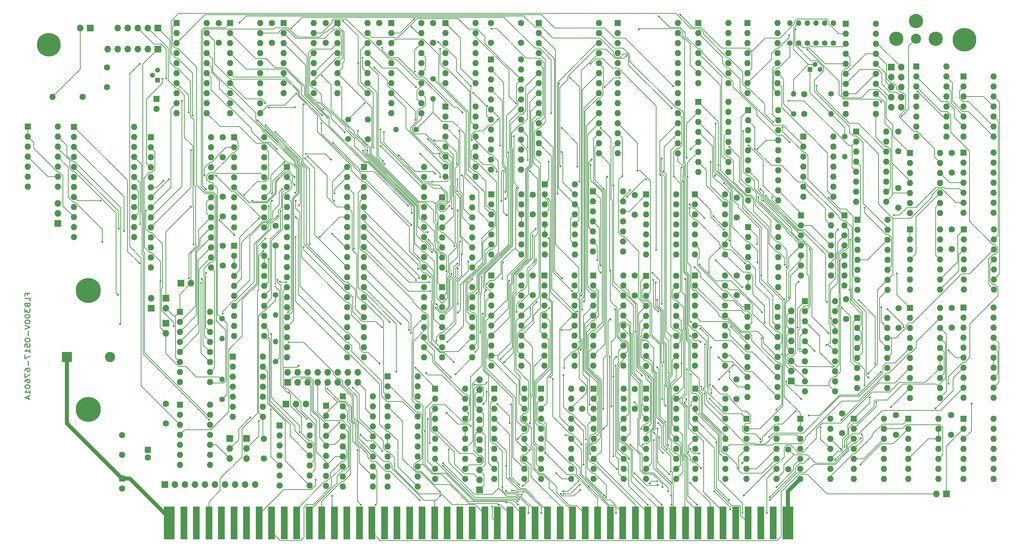
<source format=gbl>
%TF.GenerationSoftware,KiCad,Pcbnew,(6.0.10-0)*%
%TF.CreationDate,2023-04-14T08:45:11-04:00*%
%TF.ProjectId,s100_ColorMagic-1.0-001,73313030-5f43-46f6-9c6f-724d61676963,1.0-001*%
%TF.SameCoordinates,Original*%
%TF.FileFunction,Copper,L4,Bot*%
%TF.FilePolarity,Positive*%
%FSLAX46Y46*%
G04 Gerber Fmt 4.6, Leading zero omitted, Abs format (unit mm)*
G04 Created by KiCad (PCBNEW (6.0.10-0)) date 2023-04-14 08:45:11*
%MOMM*%
%LPD*%
G01*
G04 APERTURE LIST*
%ADD10C,0.250000*%
%TA.AperFunction,NonConductor*%
%ADD11C,0.250000*%
%TD*%
%TA.AperFunction,ComponentPad*%
%ADD12R,1.600000X1.600000*%
%TD*%
%TA.AperFunction,ComponentPad*%
%ADD13O,1.600000X1.600000*%
%TD*%
%TA.AperFunction,ComponentPad*%
%ADD14C,1.600000*%
%TD*%
%TA.AperFunction,ComponentPad*%
%ADD15C,1.400000*%
%TD*%
%TA.AperFunction,ComponentPad*%
%ADD16O,1.400000X1.400000*%
%TD*%
%TA.AperFunction,ComponentPad*%
%ADD17C,1.500000*%
%TD*%
%TA.AperFunction,ComponentPad*%
%ADD18R,1.700000X1.700000*%
%TD*%
%TA.AperFunction,ComponentPad*%
%ADD19O,1.700000X1.700000*%
%TD*%
%TA.AperFunction,ComponentPad*%
%ADD20C,6.000000*%
%TD*%
%TA.AperFunction,ComponentPad*%
%ADD21C,3.616000*%
%TD*%
%TA.AperFunction,ComponentPad*%
%ADD22C,2.550000*%
%TD*%
%TA.AperFunction,ComponentPad*%
%ADD23R,1.300000X1.300000*%
%TD*%
%TA.AperFunction,ComponentPad*%
%ADD24C,1.300000*%
%TD*%
%TA.AperFunction,ConnectorPad*%
%ADD25R,2.794000X8.382000*%
%TD*%
%TA.AperFunction,ConnectorPad*%
%ADD26R,1.778000X8.382000*%
%TD*%
%TA.AperFunction,ComponentPad*%
%ADD27R,2.600000X2.600000*%
%TD*%
%TA.AperFunction,ComponentPad*%
%ADD28C,2.600000*%
%TD*%
%TA.AperFunction,ComponentPad*%
%ADD29C,6.350000*%
%TD*%
%TA.AperFunction,ViaPad*%
%ADD30C,0.508000*%
%TD*%
%TA.AperFunction,Conductor*%
%ADD31C,1.000000*%
%TD*%
%TA.AperFunction,Conductor*%
%ADD32C,0.152400*%
%TD*%
G04 APERTURE END LIST*
D10*
D11*
X17510714Y-95019642D02*
X17510714Y-94519642D01*
X18165476Y-94519642D02*
X16915476Y-94519642D01*
X16915476Y-95233928D01*
X18165476Y-96519642D02*
X18165476Y-95805357D01*
X16915476Y-95805357D01*
X17510714Y-97519642D02*
X17570238Y-97733928D01*
X17629761Y-97805357D01*
X17748809Y-97876785D01*
X17927380Y-97876785D01*
X18046428Y-97805357D01*
X18105952Y-97733928D01*
X18165476Y-97591071D01*
X18165476Y-97019642D01*
X16915476Y-97019642D01*
X16915476Y-97519642D01*
X16975000Y-97662500D01*
X17034523Y-97733928D01*
X17153571Y-97805357D01*
X17272619Y-97805357D01*
X17391666Y-97733928D01*
X17451190Y-97662500D01*
X17510714Y-97519642D01*
X17510714Y-97019642D01*
X16915476Y-98376785D02*
X16915476Y-99305357D01*
X17391666Y-98805357D01*
X17391666Y-99019642D01*
X17451190Y-99162500D01*
X17510714Y-99233928D01*
X17629761Y-99305357D01*
X17927380Y-99305357D01*
X18046428Y-99233928D01*
X18105952Y-99162500D01*
X18165476Y-99019642D01*
X18165476Y-98591071D01*
X18105952Y-98448214D01*
X18046428Y-98376785D01*
X16915476Y-100233928D02*
X16915476Y-100376785D01*
X16975000Y-100519642D01*
X17034523Y-100591071D01*
X17153571Y-100662500D01*
X17391666Y-100733928D01*
X17689285Y-100733928D01*
X17927380Y-100662500D01*
X18046428Y-100591071D01*
X18105952Y-100519642D01*
X18165476Y-100376785D01*
X18165476Y-100233928D01*
X18105952Y-100091071D01*
X18046428Y-100019642D01*
X17927380Y-99948214D01*
X17689285Y-99876785D01*
X17391666Y-99876785D01*
X17153571Y-99948214D01*
X17034523Y-100019642D01*
X16975000Y-100091071D01*
X16915476Y-100233928D01*
X16915476Y-101662500D02*
X16915476Y-101805357D01*
X16975000Y-101948214D01*
X17034523Y-102019642D01*
X17153571Y-102091071D01*
X17391666Y-102162500D01*
X17689285Y-102162500D01*
X17927380Y-102091071D01*
X18046428Y-102019642D01*
X18105952Y-101948214D01*
X18165476Y-101805357D01*
X18165476Y-101662500D01*
X18105952Y-101519642D01*
X18046428Y-101448214D01*
X17927380Y-101376785D01*
X17689285Y-101305357D01*
X17391666Y-101305357D01*
X17153571Y-101376785D01*
X17034523Y-101448214D01*
X16975000Y-101519642D01*
X16915476Y-101662500D01*
X16915476Y-102591071D02*
X18165476Y-103091071D01*
X16915476Y-103591071D01*
X17689285Y-104091071D02*
X17689285Y-105233928D01*
X16915476Y-106233928D02*
X16915476Y-106376785D01*
X16975000Y-106519642D01*
X17034523Y-106591071D01*
X17153571Y-106662500D01*
X17391666Y-106733928D01*
X17689285Y-106733928D01*
X17927380Y-106662500D01*
X18046428Y-106591071D01*
X18105952Y-106519642D01*
X18165476Y-106376785D01*
X18165476Y-106233928D01*
X18105952Y-106091071D01*
X18046428Y-106019642D01*
X17927380Y-105948214D01*
X17689285Y-105876785D01*
X17391666Y-105876785D01*
X17153571Y-105948214D01*
X17034523Y-106019642D01*
X16975000Y-106091071D01*
X16915476Y-106233928D01*
X16915476Y-108091071D02*
X16915476Y-107376785D01*
X17510714Y-107305357D01*
X17451190Y-107376785D01*
X17391666Y-107519642D01*
X17391666Y-107876785D01*
X17451190Y-108019642D01*
X17510714Y-108091071D01*
X17629761Y-108162500D01*
X17927380Y-108162500D01*
X18046428Y-108091071D01*
X18105952Y-108019642D01*
X18165476Y-107876785D01*
X18165476Y-107519642D01*
X18105952Y-107376785D01*
X18046428Y-107305357D01*
X18165476Y-109591071D02*
X18165476Y-108733928D01*
X18165476Y-109162500D02*
X16915476Y-109162500D01*
X17094047Y-109019642D01*
X17213095Y-108876785D01*
X17272619Y-108733928D01*
X16915476Y-110091071D02*
X16915476Y-111091071D01*
X18165476Y-110448214D01*
X17689285Y-111662500D02*
X17689285Y-112805357D01*
X16915476Y-114162500D02*
X16915476Y-113876785D01*
X16975000Y-113733928D01*
X17034523Y-113662500D01*
X17213095Y-113519642D01*
X17451190Y-113448214D01*
X17927380Y-113448214D01*
X18046428Y-113519642D01*
X18105952Y-113591071D01*
X18165476Y-113733928D01*
X18165476Y-114019642D01*
X18105952Y-114162500D01*
X18046428Y-114233928D01*
X17927380Y-114305357D01*
X17629761Y-114305357D01*
X17510714Y-114233928D01*
X17451190Y-114162500D01*
X17391666Y-114019642D01*
X17391666Y-113733928D01*
X17451190Y-113591071D01*
X17510714Y-113519642D01*
X17629761Y-113448214D01*
X16915476Y-114805357D02*
X16915476Y-115805357D01*
X18165476Y-115162500D01*
X16915476Y-117019642D02*
X16915476Y-116733928D01*
X16975000Y-116591071D01*
X17034523Y-116519642D01*
X17213095Y-116376785D01*
X17451190Y-116305357D01*
X17927380Y-116305357D01*
X18046428Y-116376785D01*
X18105952Y-116448214D01*
X18165476Y-116591071D01*
X18165476Y-116876785D01*
X18105952Y-117019642D01*
X18046428Y-117091071D01*
X17927380Y-117162500D01*
X17629761Y-117162500D01*
X17510714Y-117091071D01*
X17451190Y-117019642D01*
X17391666Y-116876785D01*
X17391666Y-116591071D01*
X17451190Y-116448214D01*
X17510714Y-116376785D01*
X17629761Y-116305357D01*
X16915476Y-118091071D02*
X16915476Y-118233928D01*
X16975000Y-118376785D01*
X17034523Y-118448214D01*
X17153571Y-118519642D01*
X17391666Y-118591071D01*
X17689285Y-118591071D01*
X17927380Y-118519642D01*
X18046428Y-118448214D01*
X18105952Y-118376785D01*
X18165476Y-118233928D01*
X18165476Y-118091071D01*
X18105952Y-117948214D01*
X18046428Y-117876785D01*
X17927380Y-117805357D01*
X17689285Y-117733928D01*
X17391666Y-117733928D01*
X17153571Y-117805357D01*
X17034523Y-117876785D01*
X16975000Y-117948214D01*
X16915476Y-118091071D01*
X18165476Y-120019642D02*
X18165476Y-119162500D01*
X18165476Y-119591071D02*
X16915476Y-119591071D01*
X17094047Y-119448214D01*
X17213095Y-119305357D01*
X17272619Y-119162500D01*
X17808333Y-120591071D02*
X17808333Y-121305357D01*
X18165476Y-120448214D02*
X16915476Y-120948214D01*
X18165476Y-121448214D01*
D12*
%TO.P,U67,1,CP1*%
%TO.N,Net-(U67-Pad1)*%
X200000000Y-77760000D03*
D13*
%TO.P,U67,2,NC*%
%TO.N,unconnected-(U67-Pad2)*%
X200000000Y-80300000D03*
%TO.P,U67,3,NC*%
%TO.N,unconnected-(U67-Pad3)*%
X200000000Y-82840000D03*
%TO.P,U67,4,NC*%
%TO.N,unconnected-(U67-Pad4)*%
X200000000Y-85380000D03*
%TO.P,U67,5,VCC*%
%TO.N,unconnected-(U67-Pad5)*%
X200000000Y-87920000D03*
%TO.P,U67,6,R0(1)*%
%TO.N,/IO Chips/ZERO*%
X200000000Y-90460000D03*
%TO.P,U67,7,R0(2)*%
X200000000Y-93000000D03*
%TO.P,U67,8,Q3*%
%TO.N,Net-(JP13-Pad1)*%
X207620000Y-93000000D03*
%TO.P,U67,9,Q2*%
%TO.N,unconnected-(U67-Pad9)*%
X207620000Y-90460000D03*
%TO.P,U67,10,GND*%
%TO.N,GND*%
X207620000Y-87920000D03*
%TO.P,U67,11,Q1*%
%TO.N,unconnected-(U67-Pad11)*%
X207620000Y-85380000D03*
%TO.P,U67,12,Q0*%
%TO.N,Net-(U67-Pad1)*%
X207620000Y-82840000D03*
%TO.P,U67,13,NC*%
%TO.N,unconnected-(U67-Pad13)*%
X207620000Y-80300000D03*
%TO.P,U67,14,CP0*%
%TO.N,14MCLK*%
X207620000Y-77760000D03*
%TD*%
D12*
%TO.P,U62,1*%
%TO.N,pDBIN*%
X199600000Y-126360000D03*
D13*
%TO.P,U62,2*%
%TO.N,{slash}RD*%
X199600000Y-128900000D03*
%TO.P,U62,3*%
%TO.N,sOUT*%
X199600000Y-131440000D03*
%TO.P,U62,4*%
%TO.N,{slash}6845WRT*%
X199600000Y-133980000D03*
%TO.P,U62,5*%
%TO.N,pWR\u002A*%
X199600000Y-136520000D03*
%TO.P,U62,6*%
%TO.N,Net-(U62-Pad11)*%
X199600000Y-139060000D03*
%TO.P,U62,7,GND*%
%TO.N,GND*%
X199600000Y-141600000D03*
%TO.P,U62,8*%
%TO.N,Net-(C31-Pad1)*%
X207220000Y-141600000D03*
%TO.P,U62,9*%
%TO.N,CLOCK*%
X207220000Y-139060000D03*
%TO.P,U62,10*%
%TO.N,{slash}WR*%
X207220000Y-136520000D03*
%TO.P,U62,11*%
%TO.N,Net-(U62-Pad11)*%
X207220000Y-133980000D03*
%TO.P,U62,12*%
%TO.N,SYNC_SRC*%
X207220000Y-131440000D03*
%TO.P,U62,13*%
%TO.N,Net-(JP7-Pad2)*%
X207220000Y-128900000D03*
%TO.P,U62,14,VCC*%
%TO.N,VCC*%
X207220000Y-126360000D03*
%TD*%
D12*
%TO.P,U51,1*%
%TO.N,unconnected-(U51-Pad1)*%
X69580000Y-110560000D03*
D13*
%TO.P,U51,2*%
%TO.N,unconnected-(U51-Pad2)*%
X69580000Y-113100000D03*
%TO.P,U51,3*%
%TO.N,unconnected-(U51-Pad3)*%
X69580000Y-115640000D03*
%TO.P,U51,4*%
%TO.N,unconnected-(U51-Pad4)*%
X69580000Y-118180000D03*
%TO.P,U51,5*%
%TO.N,unconnected-(U51-Pad5)*%
X69580000Y-120720000D03*
%TO.P,U51,6*%
%TO.N,unconnected-(U51-Pad6)*%
X69580000Y-123260000D03*
%TO.P,U51,7,GND*%
%TO.N,GND*%
X69580000Y-125800000D03*
%TO.P,U51,8*%
%TO.N,KBD_CLK*%
X77200000Y-125800000D03*
%TO.P,U51,9*%
%TO.N,GND*%
X77200000Y-123260000D03*
%TO.P,U51,10*%
%TO.N,U25.24*%
X77200000Y-120720000D03*
%TO.P,U51,11*%
%TO.N,Net-(C19-Pad1)*%
X77200000Y-118180000D03*
%TO.P,U51,12*%
%TO.N,GND*%
X77200000Y-115640000D03*
%TO.P,U51,13*%
%TO.N,Net-(U51-Pad13)*%
X77200000Y-113100000D03*
%TO.P,U51,14,VCC*%
%TO.N,VCC*%
X77200000Y-110560000D03*
%TD*%
D12*
%TO.P,U43,1,OE*%
%TO.N,{slash}EN4*%
X186580000Y-90000000D03*
D13*
%TO.P,U43,2,O0*%
%TO.N,DO0*%
X186580000Y-92540000D03*
%TO.P,U43,3,D0*%
%TO.N,MDO0*%
X186580000Y-95080000D03*
%TO.P,U43,4,D1*%
%TO.N,MDO1*%
X186580000Y-97620000D03*
%TO.P,U43,5,O1*%
%TO.N,DO1*%
X186580000Y-100160000D03*
%TO.P,U43,6,O2*%
%TO.N,DO2*%
X186580000Y-102700000D03*
%TO.P,U43,7,D2*%
%TO.N,MDO2*%
X186580000Y-105240000D03*
%TO.P,U43,8,D3*%
%TO.N,MDO3*%
X186580000Y-107780000D03*
%TO.P,U43,9,O3*%
%TO.N,DO3*%
X186580000Y-110320000D03*
%TO.P,U43,10,GND*%
%TO.N,GND*%
X186580000Y-112860000D03*
%TO.P,U43,11,LE*%
%TO.N,HCLK*%
X194200000Y-112860000D03*
%TO.P,U43,12,O4*%
%TO.N,DO4*%
X194200000Y-110320000D03*
%TO.P,U43,13,D4*%
%TO.N,MDO4*%
X194200000Y-107780000D03*
%TO.P,U43,14,D5*%
%TO.N,MDO5*%
X194200000Y-105240000D03*
%TO.P,U43,15,O5*%
%TO.N,DO5*%
X194200000Y-102700000D03*
%TO.P,U43,16,O6*%
%TO.N,DO6*%
X194200000Y-100160000D03*
%TO.P,U43,17,D6*%
%TO.N,MDO6*%
X194200000Y-97620000D03*
%TO.P,U43,18,D7*%
%TO.N,MDO7*%
X194200000Y-95080000D03*
%TO.P,U43,19,O7*%
%TO.N,DO7*%
X194200000Y-92540000D03*
%TO.P,U43,20,VCC*%
%TO.N,VCC*%
X194200000Y-90000000D03*
%TD*%
D12*
%TO.P,U17,1,~{Mr}*%
%TO.N,{slash}RESET*%
X187380000Y-45960000D03*
D13*
%TO.P,U17,2,Q0*%
%TO.N,HRES*%
X187380000Y-48500000D03*
%TO.P,U17,3,D0*%
%TO.N,PD0*%
X187380000Y-51040000D03*
%TO.P,U17,4,D1*%
%TO.N,PD1*%
X187380000Y-53580000D03*
%TO.P,U17,5,Q1*%
%TO.N,GRPH*%
X187380000Y-56120000D03*
%TO.P,U17,6,D2*%
%TO.N,PD2*%
X187380000Y-58660000D03*
%TO.P,U17,7,Q2*%
%TO.N,BW*%
X187380000Y-61200000D03*
%TO.P,U17,8,GND*%
%TO.N,GND*%
X187380000Y-63740000D03*
%TO.P,U17,9,Cp*%
%TO.N,{slash}PORT1_WR*%
X195000000Y-63740000D03*
%TO.P,U17,10,Q3*%
%TO.N,VIDEO_EN*%
X195000000Y-61200000D03*
%TO.P,U17,11,D3*%
%TO.N,PD3*%
X195000000Y-58660000D03*
%TO.P,U17,12,Q4*%
%TO.N,HDGRAPHIC*%
X195000000Y-56120000D03*
%TO.P,U17,13,D4*%
%TO.N,PD4*%
X195000000Y-53580000D03*
%TO.P,U17,14,D5*%
%TO.N,PD5*%
X195000000Y-51040000D03*
%TO.P,U17,15,Q5*%
%TO.N,ENABLE_BLINK*%
X195000000Y-48500000D03*
%TO.P,U17,16,VCC*%
%TO.N,VCC*%
X195000000Y-45960000D03*
%TD*%
D14*
%TO.P,C8,1*%
%TO.N,Net-(C8-Pad1)*%
X103750000Y-50500000D03*
%TO.P,C8,2*%
%TO.N,Net-(C8-Pad2)*%
X103750000Y-55500000D03*
%TD*%
%TO.P,C3,1*%
%TO.N,VCC*%
X93050000Y-26000000D03*
%TO.P,C3,2*%
%TO.N,GND*%
X93050000Y-31000000D03*
%TD*%
D12*
%TO.P,U37,1,G*%
%TO.N,U25.13*%
X69880000Y-82500000D03*
D13*
%TO.P,U37,2,S/P*%
%TO.N,/IO Chips/ZERO*%
X69880000Y-85040000D03*
%TO.P,U37,3,D0*%
X69880000Y-87580000D03*
%TO.P,U37,4,A/Qa*%
%TO.N,Net-(U25-Pad37)*%
X69880000Y-90120000D03*
%TO.P,U37,5,C/Qc*%
%TO.N,Net-(U25-Pad39)*%
X69880000Y-92660000D03*
%TO.P,U37,6,E/Qe*%
%TO.N,Net-(U25-Pad1)*%
X69880000Y-95200000D03*
%TO.P,U37,7,G/Qg*%
%TO.N,Net-(U25-Pad3)*%
X69880000Y-97740000D03*
%TO.P,U37,8,OE*%
%TO.N,U25.25*%
X69880000Y-100280000D03*
%TO.P,U37,9,Clr*%
%TO.N,Net-(U28-Pad6)*%
X69880000Y-102820000D03*
%TO.P,U37,10,GND*%
%TO.N,GND*%
X69880000Y-105360000D03*
%TO.P,U37,11,Clk*%
%TO.N,Net-(U37-Pad11)*%
X77500000Y-105360000D03*
%TO.P,U37,12,Qh*%
%TO.N,Net-(U37-Pad12)*%
X77500000Y-102820000D03*
%TO.P,U37,13,H/Qh*%
%TO.N,Net-(U25-Pad4)*%
X77500000Y-100280000D03*
%TO.P,U37,14,F/Qf*%
%TO.N,Net-(U25-Pad2)*%
X77500000Y-97740000D03*
%TO.P,U37,15,D/Qd*%
%TO.N,Net-(U25-Pad40)*%
X77500000Y-95200000D03*
%TO.P,U37,16,B/Qb*%
%TO.N,Net-(U25-Pad38)*%
X77500000Y-92660000D03*
%TO.P,U37,17,D1*%
%TO.N,KBD_DATA*%
X77500000Y-90120000D03*
%TO.P,U37,18,SE*%
%TO.N,/IO Chips/ZERO*%
X77500000Y-87580000D03*
%TO.P,U37,19,DS*%
X77500000Y-85040000D03*
%TO.P,U37,20,VCC*%
%TO.N,VCC*%
X77500000Y-82500000D03*
%TD*%
D12*
%TO.P,U66,1*%
%TO.N,MEMCS*%
X254580000Y-126360000D03*
D13*
%TO.P,U66,2*%
%TO.N,Net-(JP15-Pad1)*%
X254580000Y-128900000D03*
%TO.P,U66,3*%
%TO.N,U25.13*%
X254580000Y-131440000D03*
%TO.P,U66,4*%
%TO.N,/IO Chips/KBD_INT\u002A*%
X254580000Y-133980000D03*
%TO.P,U66,5*%
%TO.N,Net-(U63-Pad13)*%
X254580000Y-136520000D03*
%TO.P,U66,6*%
%TO.N,PRDY*%
X254580000Y-139060000D03*
%TO.P,U66,7,GND*%
%TO.N,GND*%
X254580000Y-141600000D03*
%TO.P,U66,8*%
%TO.N,unconnected-(U66-Pad8)*%
X262200000Y-141600000D03*
%TO.P,U66,9*%
%TO.N,unconnected-(U66-Pad9)*%
X262200000Y-139060000D03*
%TO.P,U66,10*%
%TO.N,unconnected-(U66-Pad10)*%
X262200000Y-136520000D03*
%TO.P,U66,11*%
%TO.N,unconnected-(U66-Pad11)*%
X262200000Y-133980000D03*
%TO.P,U66,12*%
%TO.N,unconnected-(U66-Pad12)*%
X262200000Y-131440000D03*
%TO.P,U66,13*%
%TO.N,unconnected-(U66-Pad13)*%
X262200000Y-128900000D03*
%TO.P,U66,14,VCC*%
%TO.N,VCC*%
X262200000Y-126360000D03*
%TD*%
D15*
%TO.P,R14,1*%
%TO.N,Net-(C19-Pad1)*%
X80400000Y-111880000D03*
D16*
%TO.P,R14,2*%
%TO.N,VCC*%
X80400000Y-106800000D03*
%TD*%
D12*
%TO.P,U6,1,CP*%
%TO.N,CURSOR_BLINK*%
X123380000Y-26000000D03*
D13*
%TO.P,U6,2,MR*%
%TO.N,/Video Timing/ZERO*%
X123380000Y-28540000D03*
%TO.P,U6,3,Q0*%
%TO.N,BLINK*%
X123380000Y-31080000D03*
%TO.P,U6,4,Q1*%
%TO.N,unconnected-(U6-Pad4)*%
X123380000Y-33620000D03*
%TO.P,U6,5,Q2*%
%TO.N,unconnected-(U6-Pad5)*%
X123380000Y-36160000D03*
%TO.P,U6,6,Q3*%
%TO.N,unconnected-(U6-Pad6)*%
X123380000Y-38700000D03*
%TO.P,U6,7,GND*%
%TO.N,GND*%
X123380000Y-41240000D03*
%TO.P,U6,8,Q3*%
%TO.N,CURSOR_BLINK*%
X131000000Y-41240000D03*
%TO.P,U6,9,Q2*%
%TO.N,unconnected-(U6-Pad9)*%
X131000000Y-38700000D03*
%TO.P,U6,10,Q1*%
%TO.N,unconnected-(U6-Pad10)*%
X131000000Y-36160000D03*
%TO.P,U6,11,Q0*%
%TO.N,unconnected-(U6-Pad11)*%
X131000000Y-33620000D03*
%TO.P,U6,12,MR*%
%TO.N,/Video Timing/ZERO*%
X131000000Y-31080000D03*
%TO.P,U6,13,CP*%
%TO.N,{slash}VSYNC_DLY*%
X131000000Y-28540000D03*
%TO.P,U6,14,VCC*%
%TO.N,VCC*%
X131000000Y-26000000D03*
%TD*%
D17*
%TO.P,Y1,1,1*%
%TO.N,Net-(R7-Pad1)*%
X98750000Y-50500000D03*
%TO.P,Y1,2,2*%
%TO.N,Net-(C8-Pad2)*%
X98750000Y-55400000D03*
%TD*%
D12*
%TO.P,U32,1*%
%TO.N,Q8*%
X186580000Y-69400000D03*
D13*
%TO.P,U32,2*%
%TO.N,{slash}Q8*%
X186580000Y-71940000D03*
%TO.P,U32,3*%
%TO.N,CURSOR*%
X186580000Y-74480000D03*
%TO.P,U32,4*%
%TO.N,Net-(U32-Pad4)*%
X186580000Y-77020000D03*
%TO.P,U32,5*%
%TO.N,{slash}IDEN1*%
X186580000Y-79560000D03*
%TO.P,U32,6*%
%TO.N,Net-(U32-Pad6)*%
X186580000Y-82100000D03*
%TO.P,U32,7,GND*%
%TO.N,GND*%
X186580000Y-84640000D03*
%TO.P,U32,8*%
%TO.N,{slash}HCLK*%
X194200000Y-84640000D03*
%TO.P,U32,9*%
%TO.N,HCLK*%
X194200000Y-82100000D03*
%TO.P,U32,10*%
%TO.N,{slash}DISPEN*%
X194200000Y-79560000D03*
%TO.P,U32,11*%
%TO.N,DISPEN*%
X194200000Y-77020000D03*
%TO.P,U32,12*%
%TO.N,{slash}BW*%
X194200000Y-74480000D03*
%TO.P,U32,13*%
%TO.N,BW*%
X194200000Y-71940000D03*
%TO.P,U32,14,VCC*%
%TO.N,VCC*%
X194200000Y-69400000D03*
%TD*%
D14*
%TO.P,C33,1*%
%TO.N,VCC*%
X171345000Y-118765000D03*
%TO.P,C33,2*%
%TO.N,GND*%
X171345000Y-123765000D03*
%TD*%
D12*
%TO.P,U33,1*%
%TO.N,DOTCLK*%
X213380000Y-74800000D03*
D13*
%TO.P,U33,2*%
%TO.N,FB2*%
X213380000Y-77340000D03*
%TO.P,U33,3*%
%TO.N,FB1*%
X213380000Y-79880000D03*
%TO.P,U33,4*%
%TO.N,{slash}RD*%
X213380000Y-82420000D03*
%TO.P,U33,5*%
%TO.N,{slash}WR*%
X213380000Y-84960000D03*
%TO.P,U33,6*%
%TO.N,Net-(U33-Pad6)*%
X213380000Y-87500000D03*
%TO.P,U33,7,GND*%
%TO.N,GND*%
X213380000Y-90040000D03*
%TO.P,U33,8*%
%TO.N,Net-(U33-Pad8)*%
X221000000Y-90040000D03*
%TO.P,U33,9*%
%TO.N,Net-(U33-Pad9)*%
X221000000Y-87500000D03*
%TO.P,U33,10*%
%TO.N,{slash}DISPEN_DLY*%
X221000000Y-84960000D03*
%TO.P,U33,11*%
%TO.N,FB2*%
X221000000Y-82420000D03*
%TO.P,U33,12*%
%TO.N,FB1*%
X221000000Y-79880000D03*
%TO.P,U33,13*%
%TO.N,Net-(U19-Pad6)*%
X221000000Y-77340000D03*
%TO.P,U33,14,VCC*%
%TO.N,VCC*%
X221000000Y-74800000D03*
%TD*%
D18*
%TO.P,J4,1,Pin_1*%
%TO.N,Net-(J4-Pad1)*%
X50600000Y-32600000D03*
D19*
%TO.P,J4,2,Pin_2*%
%TO.N,unconnected-(J4-Pad2)*%
X48060000Y-32600000D03*
%TO.P,J4,3,Pin_3*%
%TO.N,{slash}LPENSW*%
X45520000Y-32600000D03*
%TO.P,J4,4,Pin_4*%
%TO.N,GND*%
X42980000Y-32600000D03*
%TO.P,J4,5,Pin_5*%
%TO.N,VCC*%
X40440000Y-32600000D03*
%TO.P,J4,6,Pin_6*%
%TO.N,+12V*%
X37900000Y-32600000D03*
%TD*%
D12*
%TO.P,U27,1,Ds*%
%TO.N,/Video Generator/ZERO*%
X122580000Y-70200000D03*
D13*
%TO.P,U27,2,A*%
%TO.N,AT0*%
X122580000Y-72740000D03*
%TO.P,U27,3,B*%
%TO.N,AT2*%
X122580000Y-75280000D03*
%TO.P,U27,4,C*%
%TO.N,AT4*%
X122580000Y-77820000D03*
%TO.P,U27,5,D*%
%TO.N,AT6*%
X122580000Y-80360000D03*
%TO.P,U27,6,CE*%
%TO.N,/Video Generator/ZERO*%
X122580000Y-82900000D03*
%TO.P,U27,7,Clk*%
%TO.N,DOTCLK*%
X122580000Y-85440000D03*
%TO.P,U27,8,GND*%
%TO.N,GND*%
X122580000Y-87980000D03*
%TO.P,U27,9,Clr*%
%TO.N,{slash}CLR_SL*%
X130200000Y-87980000D03*
%TO.P,U27,10,E*%
%TO.N,CC0*%
X130200000Y-85440000D03*
%TO.P,U27,11,F*%
%TO.N,CC2*%
X130200000Y-82900000D03*
%TO.P,U27,12,G*%
%TO.N,CC4*%
X130200000Y-80360000D03*
%TO.P,U27,13,Qh*%
%TO.N,C0*%
X130200000Y-77820000D03*
%TO.P,U27,14,H*%
%TO.N,CC6*%
X130200000Y-75280000D03*
%TO.P,U27,15,PE*%
%TO.N,SL*%
X130200000Y-72740000D03*
%TO.P,U27,16,VCC*%
%TO.N,VCC*%
X130200000Y-70200000D03*
%TD*%
D14*
%TO.P,C15,1*%
%TO.N,VCC*%
X145525000Y-69515000D03*
%TO.P,C15,2*%
%TO.N,GND*%
X145525000Y-74515000D03*
%TD*%
D15*
%TO.P,R3,1*%
%TO.N,Net-(R3-Pad1)*%
X215000000Y-31080000D03*
D16*
%TO.P,R3,2*%
%TO.N,Net-(Q1-Pad2)*%
X215000000Y-26000000D03*
%TD*%
D14*
%TO.P,C17,1*%
%TO.N,VCC*%
X197100000Y-70275000D03*
%TO.P,C17,2*%
%TO.N,GND*%
X197100000Y-75275000D03*
%TD*%
%TO.P,C19,1*%
%TO.N,Net-(C19-Pad1)*%
X80400000Y-82400000D03*
%TO.P,C19,2*%
%TO.N,GND*%
X80400000Y-77400000D03*
%TD*%
D12*
%TO.P,U29,1,~{Mr}*%
%TO.N,{slash}RESET*%
X148500000Y-66860000D03*
D13*
%TO.P,U29,2,Q0*%
%TO.N,LCLK*%
X148500000Y-69400000D03*
%TO.P,U29,3,D0*%
%TO.N,{slash}Q8*%
X148500000Y-71940000D03*
%TO.P,U29,4,D1*%
%TO.N,LCLK*%
X148500000Y-74480000D03*
%TO.P,U29,5,Q1*%
%TO.N,Q2*%
X148500000Y-77020000D03*
%TO.P,U29,6,D2*%
X148500000Y-79560000D03*
%TO.P,U29,7,Q2*%
%TO.N,Q3*%
X148500000Y-82100000D03*
%TO.P,U29,8,GND*%
%TO.N,GND*%
X148500000Y-84640000D03*
%TO.P,U29,9,Cp*%
%TO.N,14MCLK*%
X156120000Y-84640000D03*
%TO.P,U29,10,Q3*%
%TO.N,Q4*%
X156120000Y-82100000D03*
%TO.P,U29,11,D3*%
%TO.N,Q3*%
X156120000Y-79560000D03*
%TO.P,U29,12,Q4*%
%TO.N,Q5*%
X156120000Y-77020000D03*
%TO.P,U29,13,D4*%
%TO.N,Q4*%
X156120000Y-74480000D03*
%TO.P,U29,14,D5*%
%TO.N,Q5*%
X156120000Y-71940000D03*
%TO.P,U29,15,Q5*%
%TO.N,Q6*%
X156120000Y-69400000D03*
%TO.P,U29,16,VCC*%
%TO.N,VCC*%
X156120000Y-66860000D03*
%TD*%
D15*
%TO.P,R16,1*%
%TO.N,KBD_CLK*%
X80400000Y-94920000D03*
D16*
%TO.P,R16,2*%
%TO.N,VCC*%
X80400000Y-100000000D03*
%TD*%
D12*
%TO.P,U55,1,I1*%
%TO.N,IDSELECT*%
X108780000Y-115600000D03*
D13*
%TO.P,U55,2,I2*%
%TO.N,pDBIN*%
X108780000Y-118140000D03*
%TO.P,U55,3,I3*%
%TO.N,{slash}WR*%
X108780000Y-120680000D03*
%TO.P,U55,4,I4*%
%TO.N,A9*%
X108780000Y-123220000D03*
%TO.P,U55,5,I5*%
%TO.N,A8*%
X108780000Y-125760000D03*
%TO.P,U55,6,I6*%
%TO.N,A7*%
X108780000Y-128300000D03*
%TO.P,U55,7,I7*%
%TO.N,A6*%
X108780000Y-130840000D03*
%TO.P,U55,8,I8*%
X108780000Y-133380000D03*
%TO.P,U55,9,I9*%
%TO.N,A4*%
X108780000Y-135920000D03*
%TO.P,U55,10,I10*%
%TO.N,A3*%
X108780000Y-138460000D03*
%TO.P,U55,11,I11*%
%TO.N,A2*%
X108780000Y-141000000D03*
%TO.P,U55,12,GND*%
%TO.N,GND*%
X108780000Y-143540000D03*
%TO.P,U55,13,I13*%
%TO.N,A1*%
X116400000Y-143540000D03*
%TO.P,U55,14,O14*%
%TO.N,{slash}PORT1_WR*%
X116400000Y-141000000D03*
%TO.P,U55,15,IO15*%
%TO.N,A0*%
X116400000Y-138460000D03*
%TO.P,U55,16,IO16*%
%TO.N,{slash}TMRCS*%
X116400000Y-135920000D03*
%TO.P,U55,17,IO17*%
%TO.N,{slash}IDEN1*%
X116400000Y-133380000D03*
%TO.P,U55,18,IO18*%
%TO.N,{slash}LPEN_CLR*%
X116400000Y-130840000D03*
%TO.P,U55,19,IO19*%
%TO.N,{slash}LPEN_SET*%
X116400000Y-128300000D03*
%TO.P,U55,20,I020*%
%TO.N,{slash}PIACS*%
X116400000Y-125760000D03*
%TO.P,U55,21,IO21*%
%TO.N,{slash}6845CS*%
X116400000Y-123220000D03*
%TO.P,U55,22,IO22*%
%TO.N,{slash}STATUS_CS*%
X116400000Y-120680000D03*
%TO.P,U55,23,O23*%
%TO.N,{slash}PORT2_WR*%
X116400000Y-118140000D03*
%TO.P,U55,24,VCC*%
%TO.N,VCC*%
X116400000Y-115600000D03*
%TD*%
D20*
%TO.P,H2,1,Pin_1*%
%TO.N,unconnected-(H2-Pad1)*%
X23000000Y-31500000D03*
%TD*%
D18*
%TO.P,JP4,1,A*%
%TO.N,Net-(JP3-Pad2)*%
X52600000Y-95800000D03*
D19*
%TO.P,JP4,2,B*%
%TO.N,/Video Generator/ZERO*%
X52600000Y-98340000D03*
%TD*%
D15*
%TO.P,R9,1*%
%TO.N,Net-(R9-Pad1)*%
X211500000Y-49000000D03*
D16*
%TO.P,R9,2*%
%TO.N,Net-(Q1-Pad2)*%
X211500000Y-43920000D03*
%TD*%
D12*
%TO.P,U20,1,~{Mr}*%
%TO.N,{slash}VSYNC_DLY*%
X227400000Y-53500000D03*
D13*
%TO.P,U20,2,Q0*%
%TO.N,Net-(U20-Pad2)*%
X227400000Y-56040000D03*
%TO.P,U20,3,~{Q0}*%
%TO.N,unconnected-(U20-Pad3)*%
X227400000Y-58580000D03*
%TO.P,U20,4,D0*%
%TO.N,/Video Timing/ONE*%
X227400000Y-61120000D03*
%TO.P,U20,5,D1*%
%TO.N,Net-(U20-Pad2)*%
X227400000Y-63660000D03*
%TO.P,U20,6,~{Q1}*%
%TO.N,unconnected-(U20-Pad6)*%
X227400000Y-66200000D03*
%TO.P,U20,7,Q1*%
%TO.N,Net-(U20-Pad12)*%
X227400000Y-68740000D03*
%TO.P,U20,8,GND*%
%TO.N,GND*%
X227400000Y-71280000D03*
%TO.P,U20,9,Cp*%
%TO.N,HSYNC_OUT*%
X235020000Y-71280000D03*
%TO.P,U20,10,Q2*%
%TO.N,Net-(U20-Pad10)*%
X235020000Y-68740000D03*
%TO.P,U20,11,~{Q2}*%
%TO.N,unconnected-(U20-Pad11)*%
X235020000Y-66200000D03*
%TO.P,U20,12,D2*%
%TO.N,Net-(U20-Pad12)*%
X235020000Y-63660000D03*
%TO.P,U20,13,D3*%
%TO.N,Net-(U20-Pad10)*%
X235020000Y-61120000D03*
%TO.P,U20,14,~{Q3}*%
%TO.N,Net-(U20-Pad14)*%
X235020000Y-58580000D03*
%TO.P,U20,15,Q3*%
%TO.N,unconnected-(U20-Pad15)*%
X235020000Y-56040000D03*
%TO.P,U20,16,VCC*%
%TO.N,VCC*%
X235020000Y-53500000D03*
%TD*%
D12*
%TO.P,U52,1*%
%TO.N,unconnected-(U52-Pad1)*%
X56180000Y-122760000D03*
D13*
%TO.P,U52,2*%
%TO.N,unconnected-(U52-Pad2)*%
X56180000Y-125300000D03*
%TO.P,U52,3*%
%TO.N,NEW_RESET*%
X56180000Y-127840000D03*
%TO.P,U52,4*%
%TO.N,RESET*%
X56180000Y-130380000D03*
%TO.P,U52,5*%
%TO.N,unconnected-(U52-Pad5)*%
X56180000Y-132920000D03*
%TO.P,U52,6*%
%TO.N,unconnected-(U52-Pad6)*%
X56180000Y-135460000D03*
%TO.P,U52,7,GND*%
%TO.N,GND*%
X56180000Y-138000000D03*
%TO.P,U52,8*%
%TO.N,Net-(JP9-Pad3)*%
X63800000Y-138000000D03*
%TO.P,U52,9*%
%TO.N,A23*%
X63800000Y-135460000D03*
%TO.P,U52,10*%
%TO.N,Net-(JP8-Pad3)*%
X63800000Y-132920000D03*
%TO.P,U52,11*%
%TO.N,PHI*%
X63800000Y-130380000D03*
%TO.P,U52,12*%
%TO.N,Net-(U52-Pad12)*%
X63800000Y-127840000D03*
%TO.P,U52,13*%
%TO.N,Net-(J4-Pad1)*%
X63800000Y-125300000D03*
%TO.P,U52,14,VCC*%
%TO.N,VCC*%
X63800000Y-122760000D03*
%TD*%
D12*
%TO.P,U57,1,OEa*%
%TO.N,{slash}HCLK*%
X135780000Y-118740000D03*
D13*
%TO.P,U57,2,I0a*%
%TO.N,A1*%
X135780000Y-121280000D03*
%TO.P,U57,3,O3b*%
%TO.N,MA7*%
X135780000Y-123820000D03*
%TO.P,U57,4,I1a*%
%TO.N,A2*%
X135780000Y-126360000D03*
%TO.P,U57,5,O2b*%
%TO.N,MA6*%
X135780000Y-128900000D03*
%TO.P,U57,6,I2a*%
%TO.N,A3*%
X135780000Y-131440000D03*
%TO.P,U57,7,O1b*%
%TO.N,MA5*%
X135780000Y-133980000D03*
%TO.P,U57,8,I3a*%
%TO.N,A4*%
X135780000Y-136520000D03*
%TO.P,U57,9,O0b*%
%TO.N,MA4*%
X135780000Y-139060000D03*
%TO.P,U57,10,GND*%
%TO.N,GND*%
X135780000Y-141600000D03*
%TO.P,U57,11,I0b*%
%TO.N,A5*%
X143400000Y-141600000D03*
%TO.P,U57,12,O3a*%
%TO.N,MA3*%
X143400000Y-139060000D03*
%TO.P,U57,13,I1b*%
%TO.N,A6*%
X143400000Y-136520000D03*
%TO.P,U57,14,O2a*%
%TO.N,MA2*%
X143400000Y-133980000D03*
%TO.P,U57,15,I2b*%
%TO.N,A7*%
X143400000Y-131440000D03*
%TO.P,U57,16,O1a*%
%TO.N,MA1*%
X143400000Y-128900000D03*
%TO.P,U57,17,I3b*%
%TO.N,A8*%
X143400000Y-126360000D03*
%TO.P,U57,18,O0a*%
%TO.N,MA0*%
X143400000Y-123820000D03*
%TO.P,U57,19,OEb*%
%TO.N,{slash}HCLK*%
X143400000Y-121280000D03*
%TO.P,U57,20,VCC*%
%TO.N,VCC*%
X143400000Y-118740000D03*
%TD*%
D14*
%TO.P,C38,1*%
%TO.N,VCC*%
X223800000Y-125000000D03*
%TO.P,C38,2*%
%TO.N,GND*%
X223800000Y-130000000D03*
%TD*%
D18*
%TO.P,J3,1,Pin_1*%
%TO.N,KBD_CLK*%
X50600000Y-27250000D03*
D19*
%TO.P,J3,2,Pin_2*%
%TO.N,KBD_DATA*%
X48060000Y-27250000D03*
%TO.P,J3,3,Pin_3*%
%TO.N,{slash}RESET*%
X45520000Y-27250000D03*
%TO.P,J3,4,Pin_4*%
%TO.N,GND*%
X42980000Y-27250000D03*
%TO.P,J3,5,Pin_5*%
%TO.N,VCC*%
X40440000Y-27250000D03*
%TD*%
D18*
%TO.P,JP12,1,Pin_1*%
%TO.N,/Clock_and_address/ZERO*%
X132000000Y-144400000D03*
D19*
%TO.P,JP12,2,Pin_2*%
%TO.N,Net-(JP12-Pad2)*%
X132000000Y-141860000D03*
%TO.P,JP12,3,Pin_3*%
%TO.N,/Clock_and_address/ZERO*%
X132000000Y-139320000D03*
%TO.P,JP12,4,Pin_4*%
%TO.N,Net-(JP12-Pad4)*%
X132000000Y-136780000D03*
%TO.P,JP12,5,Pin_5*%
%TO.N,/Clock_and_address/ZERO*%
X132000000Y-134240000D03*
%TO.P,JP12,6,Pin_6*%
%TO.N,Net-(JP12-Pad6)*%
X132000000Y-131700000D03*
%TO.P,JP12,7,Pin_7*%
%TO.N,/Clock_and_address/ZERO*%
X132000000Y-129160000D03*
%TO.P,JP12,8,Pin_8*%
%TO.N,Net-(JP12-Pad8)*%
X132000000Y-126620000D03*
%TO.P,JP12,9,Pin_9*%
%TO.N,/Clock_and_address/ZERO*%
X132000000Y-124080000D03*
%TO.P,JP12,10,Pin_10*%
%TO.N,Net-(JP12-Pad10)*%
X132000000Y-121540000D03*
%TO.P,JP12,11,Pin_11*%
%TO.N,/Clock_and_address/ZERO*%
X132000000Y-119000000D03*
%TO.P,JP12,12,Pin_12*%
%TO.N,Net-(JP12-Pad12)*%
X132000000Y-116460000D03*
%TD*%
D15*
%TO.P,R5,1*%
%TO.N,Net-(R5-Pad1)*%
X219400000Y-31080000D03*
D16*
%TO.P,R5,2*%
%TO.N,Net-(Q1-Pad2)*%
X219400000Y-26000000D03*
%TD*%
D12*
%TO.P,U12,1,I3*%
%TO.N,Net-(U12-Pad1)*%
X242580000Y-37020000D03*
D13*
%TO.P,U12,2,I2*%
%TO.N,Net-(U12-Pad2)*%
X242580000Y-39560000D03*
%TO.P,U12,3,I1*%
%TO.N,Net-(U12-Pad3)*%
X242580000Y-42100000D03*
%TO.P,U12,4,I0*%
%TO.N,GND*%
X242580000Y-44640000D03*
%TO.P,U12,5,Z*%
%TO.N,U12.5*%
X242580000Y-47180000D03*
%TO.P,U12,6,~{Z}*%
%TO.N,unconnected-(U12-Pad6)*%
X242580000Y-49720000D03*
%TO.P,U12,7,~{E}*%
%TO.N,GND*%
X242580000Y-52260000D03*
%TO.P,U12,8,GND*%
X242580000Y-54800000D03*
%TO.P,U12,9,S2*%
%TO.N,Net-(U12-Pad9)*%
X250200000Y-54800000D03*
%TO.P,U12,10,S1*%
%TO.N,Net-(U12-Pad10)*%
X250200000Y-52260000D03*
%TO.P,U12,11,S0*%
%TO.N,B*%
X250200000Y-49720000D03*
%TO.P,U12,12,I7*%
%TO.N,/Video Timing/ONE*%
X250200000Y-47180000D03*
%TO.P,U12,13,I6*%
%TO.N,Net-(U12-Pad13)*%
X250200000Y-44640000D03*
%TO.P,U12,14,I5*%
%TO.N,Net-(U12-Pad14)*%
X250200000Y-42100000D03*
%TO.P,U12,15,I4*%
%TO.N,Net-(U12-Pad15)*%
X250200000Y-39560000D03*
%TO.P,U12,16,VCC*%
%TO.N,VCC*%
X250200000Y-37020000D03*
%TD*%
D12*
%TO.P,U56,1,G*%
%TO.N,/Clock_and_address/ZERO*%
X120800000Y-118740000D03*
D13*
%TO.P,U56,2,P0*%
%TO.N,A15*%
X120800000Y-121280000D03*
%TO.P,U56,3,R0*%
%TO.N,Net-(JP12-Pad2)*%
X120800000Y-123820000D03*
%TO.P,U56,4,P1*%
%TO.N,A14*%
X120800000Y-126360000D03*
%TO.P,U56,5,R1*%
%TO.N,Net-(JP12-Pad4)*%
X120800000Y-128900000D03*
%TO.P,U56,6,P2*%
%TO.N,A13*%
X120800000Y-131440000D03*
%TO.P,U56,7,R2*%
%TO.N,Net-(JP12-Pad6)*%
X120800000Y-133980000D03*
%TO.P,U56,8,P3*%
%TO.N,A12*%
X120800000Y-136520000D03*
%TO.P,U56,9,R3*%
%TO.N,Net-(JP12-Pad8)*%
X120800000Y-139060000D03*
%TO.P,U56,10,GND*%
%TO.N,GND*%
X120800000Y-141600000D03*
%TO.P,U56,11,P4*%
%TO.N,A11*%
X128420000Y-141600000D03*
%TO.P,U56,12,R4*%
%TO.N,Net-(JP12-Pad10)*%
X128420000Y-139060000D03*
%TO.P,U56,13,P5*%
%TO.N,A10*%
X128420000Y-136520000D03*
%TO.P,U56,14,R5*%
%TO.N,Net-(JP12-Pad12)*%
X128420000Y-133980000D03*
%TO.P,U56,15,P6*%
%TO.N,/Clock_and_address/ZERO*%
X128420000Y-131440000D03*
%TO.P,U56,16,R6*%
X128420000Y-128900000D03*
%TO.P,U56,17,P7*%
%TO.N,sINP*%
X128420000Y-126360000D03*
%TO.P,U56,18,R7*%
%TO.N,{slash}6845WRT*%
X128420000Y-123820000D03*
%TO.P,U56,19,P=R*%
%TO.N,IDSELECT*%
X128420000Y-121280000D03*
%TO.P,U56,20,VCC*%
%TO.N,VCC*%
X128420000Y-118740000D03*
%TD*%
D14*
%TO.P,C4,1*%
%TO.N,VCC*%
X106650000Y-26000000D03*
%TO.P,C4,2*%
%TO.N,GND*%
X106650000Y-31000000D03*
%TD*%
D15*
%TO.P,R7,1*%
%TO.N,Net-(R7-Pad1)*%
X120250000Y-40120000D03*
D16*
%TO.P,R7,2*%
%TO.N,Net-(R7-Pad2)*%
X120250000Y-45200000D03*
%TD*%
D14*
%TO.P,C39,1*%
%TO.N,VCC*%
X237400000Y-125375000D03*
%TO.P,C39,2*%
%TO.N,GND*%
X237400000Y-130375000D03*
%TD*%
D15*
%TO.P,R6,1*%
%TO.N,Net-(R6-Pad1)*%
X221600000Y-31080000D03*
D16*
%TO.P,R6,2*%
%TO.N,Net-(Q1-Pad2)*%
X221600000Y-26000000D03*
%TD*%
D14*
%TO.P,C6,1*%
%TO.N,VCC*%
X134900000Y-26000000D03*
%TO.P,C6,2*%
%TO.N,GND*%
X134900000Y-31000000D03*
%TD*%
D15*
%TO.P,R1,1*%
%TO.N,Net-(R1-Pad1)*%
X210600000Y-31080000D03*
D16*
%TO.P,R1,2*%
%TO.N,Net-(Q1-Pad2)*%
X210600000Y-26000000D03*
%TD*%
D14*
%TO.P,C20,1*%
%TO.N,VCC*%
X238000000Y-72800000D03*
%TO.P,C20,2*%
%TO.N,GND*%
X238000000Y-67800000D03*
%TD*%
%TO.P,R21,1*%
%TO.N,Net-(R21-Pad1)*%
X31500000Y-44750000D03*
D13*
%TO.P,R21,2*%
%TO.N,Net-(JP14-Pad2)*%
X23880000Y-44750000D03*
%TD*%
D14*
%TO.P,C1,1*%
%TO.N,VCC*%
X65970000Y-26000000D03*
%TO.P,C1,2*%
%TO.N,GND*%
X65970000Y-31000000D03*
%TD*%
%TO.P,C5,1*%
%TO.N,VCC*%
X120250000Y-26000000D03*
%TO.P,C5,2*%
%TO.N,GND*%
X120250000Y-31000000D03*
%TD*%
D21*
%TO.P,J2,1A,1*%
%TO.N,GND*%
X247500000Y-30000000D03*
%TO.P,J2,1B,1*%
X237500000Y-30000000D03*
%TO.P,J2,1C,1*%
X242500000Y-25500000D03*
D22*
%TO.P,J2,2,2*%
%TO.N,Net-(J2-Pad2)*%
X242500000Y-30000000D03*
%TD*%
D12*
%TO.P,U61,1,I1*%
%TO.N,{slash}WR*%
X186600000Y-118730000D03*
D13*
%TO.P,U61,2,I2*%
%TO.N,pDBIN*%
X186600000Y-121270000D03*
%TO.P,U61,3,I3*%
%TO.N,sMEMR*%
X186600000Y-123810000D03*
%TO.P,U61,4,I4*%
%TO.N,sOUT*%
X186600000Y-126350000D03*
%TO.P,U61,5,I5*%
%TO.N,{slash}sWO*%
X186600000Y-128890000D03*
%TO.P,U61,6,I6*%
%TO.N,A0*%
X186600000Y-131430000D03*
%TO.P,U61,7,I7*%
%TO.N,XTRQ*%
X186600000Y-133970000D03*
%TO.P,U61,8,I8*%
%TO.N,HCLK*%
X186600000Y-136510000D03*
%TO.P,U61,9,I9*%
%TO.N,A14*%
X186600000Y-139050000D03*
%TO.P,U61,10,GND*%
%TO.N,GND*%
X186600000Y-141590000D03*
%TO.P,U61,11,I10*%
%TO.N,HI_ADDR*%
X194220000Y-141590000D03*
%TO.P,U61,12,O1*%
%TO.N,MEMCS*%
X194220000Y-139050000D03*
%TO.P,U61,13,IO7*%
%TO.N,{slash}EN2*%
X194220000Y-136510000D03*
%TO.P,U61,14,IO6*%
%TO.N,{slash}EN3*%
X194220000Y-133970000D03*
%TO.P,U61,15,IO5*%
%TO.N,{slash}EN4*%
X194220000Y-131430000D03*
%TO.P,U61,16,IO4*%
%TO.N,{slash}EN5*%
X194220000Y-128890000D03*
%TO.P,U61,17,I03*%
%TO.N,{slash}EN6*%
X194220000Y-126350000D03*
%TO.P,U61,18,IO2*%
%TO.N,{slash}ODDWR*%
X194220000Y-123810000D03*
%TO.P,U61,19,O2*%
%TO.N,{slash}EVNWR*%
X194220000Y-121270000D03*
%TO.P,U61,20,VCC*%
%TO.N,VCC*%
X194220000Y-118730000D03*
%TD*%
D14*
%TO.P,C11,1*%
%TO.N,VCC*%
X238000000Y-53500000D03*
%TO.P,C11,2*%
%TO.N,GND*%
X238000000Y-58500000D03*
%TD*%
%TO.P,C24,1*%
%TO.N,VCC*%
X171275000Y-90050000D03*
%TO.P,C24,2*%
%TO.N,GND*%
X171275000Y-95050000D03*
%TD*%
D12*
%TO.P,U46,1,~{Mr}*%
%TO.N,{slash}RESET*%
X227630000Y-100750000D03*
D13*
%TO.P,U46,2,Q0*%
%TO.N,Q7*%
X227630000Y-103290000D03*
%TO.P,U46,3,D0*%
%TO.N,Q6*%
X227630000Y-105830000D03*
%TO.P,U46,4,D1*%
%TO.N,Q7*%
X227630000Y-108370000D03*
%TO.P,U46,5,Q1*%
%TO.N,Q8*%
X227630000Y-110910000D03*
%TO.P,U46,6,D2*%
%TO.N,D3IN*%
X227630000Y-113450000D03*
%TO.P,U46,7,Q2*%
%TO.N,HCLK*%
X227630000Y-115990000D03*
%TO.P,U46,8,GND*%
%TO.N,GND*%
X227630000Y-118530000D03*
%TO.P,U46,9,Cp*%
%TO.N,14MCLK*%
X235250000Y-118530000D03*
%TO.P,U46,10,Q3*%
%TO.N,7MHZ*%
X235250000Y-115990000D03*
%TO.P,U46,11,D3*%
%TO.N,{slash}7MHZ*%
X235250000Y-113450000D03*
%TO.P,U46,12,Q4*%
%TO.N,3.58MHZ*%
X235250000Y-110910000D03*
%TO.P,U46,13,D4*%
%TO.N,{slash}3.6MCLK*%
X235250000Y-108370000D03*
%TO.P,U46,14,D5*%
%TO.N,3.58MHZ*%
X235250000Y-105830000D03*
%TO.P,U46,15,Q5*%
%TO.N,Net-(U30-Pad1)*%
X235250000Y-103290000D03*
%TO.P,U46,16,VCC*%
%TO.N,VCC*%
X235250000Y-100750000D03*
%TD*%
D15*
%TO.P,R17,1*%
%TO.N,/Video Generator/ONE*%
X66800000Y-121400000D03*
D16*
%TO.P,R17,2*%
%TO.N,Net-(JP2-Pad1)*%
X66800000Y-116320000D03*
%TD*%
D12*
%TO.P,U1,1,I1*%
%TO.N,CHG_DOTS*%
X55350000Y-26000000D03*
D13*
%TO.P,U1,2,I2*%
%TO.N,{slash}CURSOR_DLY*%
X55350000Y-28540000D03*
%TO.P,U1,3,I3*%
%TO.N,ENABLE_BLINK*%
X55350000Y-31080000D03*
%TO.P,U1,4,I4*%
%TO.N,AT7*%
X55350000Y-33620000D03*
%TO.P,U1,5,I5*%
%TO.N,BLINK*%
X55350000Y-36160000D03*
%TO.P,U1,6,I6*%
%TO.N,CURSOR_BLINK*%
X55350000Y-38700000D03*
%TO.P,U1,7,I7*%
%TO.N,GA12*%
X55350000Y-41240000D03*
%TO.P,U1,8,I8*%
%TO.N,GA13*%
X55350000Y-43780000D03*
%TO.P,U1,9,I9*%
%TO.N,RA0*%
X55350000Y-46320000D03*
%TO.P,U1,10,GND*%
%TO.N,GND*%
X55350000Y-48860000D03*
%TO.P,U1,11,I10*%
%TO.N,RA1*%
X62970000Y-48860000D03*
%TO.P,U1,12,O1*%
%TO.N,ALPHA_DOTS*%
X62970000Y-46320000D03*
%TO.P,U1,13,IO7*%
%TO.N,DA12*%
X62970000Y-43780000D03*
%TO.P,U1,14,IO6*%
%TO.N,unconnected-(U1-Pad14)*%
X62970000Y-41240000D03*
%TO.P,U1,15,IO5*%
%TO.N,GRPH*%
X62970000Y-38700000D03*
%TO.P,U1,16,IO4*%
%TO.N,PORTC2*%
X62970000Y-36160000D03*
%TO.P,U1,17,I03*%
%TO.N,PORTC3*%
X62970000Y-33620000D03*
%TO.P,U1,18,IO2*%
%TO.N,unconnected-(U1-Pad18)*%
X62970000Y-31080000D03*
%TO.P,U1,19,O2*%
%TO.N,DA13*%
X62970000Y-28540000D03*
%TO.P,U1,20,VCC*%
%TO.N,VCC*%
X62970000Y-26000000D03*
%TD*%
D18*
%TO.P,JP10,1,Pin_1*%
%TO.N,/IO Chips/KBD_INT\u002A*%
X52380000Y-143000000D03*
D19*
%TO.P,JP10,2,Pin_2*%
%TO.N,{slash}VI0*%
X54920000Y-143000000D03*
%TO.P,JP10,3,Pin_3*%
%TO.N,{slash}VI1*%
X57460000Y-143000000D03*
%TO.P,JP10,4,Pin_4*%
%TO.N,{slash}VI2*%
X60000000Y-143000000D03*
%TO.P,JP10,5,Pin_5*%
%TO.N,{slash}VI3*%
X62540000Y-143000000D03*
%TO.P,JP10,6,Pin_6*%
%TO.N,{slash}VI4*%
X65080000Y-143000000D03*
%TO.P,JP10,7,Pin_7*%
%TO.N,{slash}VI5*%
X67620000Y-143000000D03*
%TO.P,JP10,8,Pin_8*%
%TO.N,{slash}VI6*%
X70160000Y-143000000D03*
%TO.P,JP10,9,Pin_9*%
%TO.N,{slash}VI7*%
X72700000Y-143000000D03*
%TO.P,JP10,10,Pin_10*%
%TO.N,{slash}TMR_INT*%
X75240000Y-143000000D03*
%TD*%
D18*
%TO.P,JP3,1,A*%
%TO.N,CGRDM11*%
X48900000Y-98340000D03*
D19*
%TO.P,JP3,2,B*%
%TO.N,Net-(JP3-Pad2)*%
X48900000Y-95800000D03*
%TD*%
D12*
%TO.P,U41,1,OEa*%
%TO.N,{slash}EN2*%
X160800000Y-90050000D03*
D13*
%TO.P,U41,2,I0a*%
%TO.N,DO0*%
X160800000Y-92590000D03*
%TO.P,U41,3,O3b*%
%TO.N,MDO15*%
X160800000Y-95130000D03*
%TO.P,U41,4,I1a*%
%TO.N,DO1*%
X160800000Y-97670000D03*
%TO.P,U41,5,O2b*%
%TO.N,MDO14*%
X160800000Y-100210000D03*
%TO.P,U41,6,I2a*%
%TO.N,DO2*%
X160800000Y-102750000D03*
%TO.P,U41,7,O1b*%
%TO.N,MDO13*%
X160800000Y-105290000D03*
%TO.P,U41,8,I3a*%
%TO.N,DO3*%
X160800000Y-107830000D03*
%TO.P,U41,9,O0b*%
%TO.N,MDO12*%
X160800000Y-110370000D03*
%TO.P,U41,10,GND*%
%TO.N,GND*%
X160800000Y-112910000D03*
%TO.P,U41,11,I0b*%
%TO.N,DO4*%
X168420000Y-112910000D03*
%TO.P,U41,12,O3a*%
%TO.N,MDO11*%
X168420000Y-110370000D03*
%TO.P,U41,13,I1b*%
%TO.N,DO5*%
X168420000Y-107830000D03*
%TO.P,U41,14,O2a*%
%TO.N,MDO10*%
X168420000Y-105290000D03*
%TO.P,U41,15,I2b*%
%TO.N,DO6*%
X168420000Y-102750000D03*
%TO.P,U41,16,O1a*%
%TO.N,MDO9*%
X168420000Y-100210000D03*
%TO.P,U41,17,I3b*%
%TO.N,DO7*%
X168420000Y-97670000D03*
%TO.P,U41,18,O0a*%
%TO.N,MDO8*%
X168420000Y-95130000D03*
%TO.P,U41,19,OEb*%
%TO.N,{slash}EN2*%
X168420000Y-92590000D03*
%TO.P,U41,20,VCC*%
%TO.N,VCC*%
X168420000Y-90050000D03*
%TD*%
D12*
%TO.P,U7,1,A14*%
%TO.N,/Buffers_Memory/ZERO*%
X147000000Y-26000000D03*
D13*
%TO.P,U7,2,A12*%
%TO.N,MA12*%
X147000000Y-28540000D03*
%TO.P,U7,3,A7*%
%TO.N,MA7*%
X147000000Y-31080000D03*
%TO.P,U7,4,A6*%
%TO.N,MA6*%
X147000000Y-33620000D03*
%TO.P,U7,5,A5*%
%TO.N,MA5*%
X147000000Y-36160000D03*
%TO.P,U7,6,A4*%
%TO.N,MA4*%
X147000000Y-38700000D03*
%TO.P,U7,7,A3*%
%TO.N,MA3*%
X147000000Y-41240000D03*
%TO.P,U7,8,A2*%
%TO.N,MA2*%
X147000000Y-43780000D03*
%TO.P,U7,9,A1*%
%TO.N,MA1*%
X147000000Y-46320000D03*
%TO.P,U7,10,A0*%
%TO.N,MA0*%
X147000000Y-48860000D03*
%TO.P,U7,11,Q0*%
%TO.N,MDO8*%
X147000000Y-51400000D03*
%TO.P,U7,12,Q1*%
%TO.N,MDO9*%
X147000000Y-53940000D03*
%TO.P,U7,13,Q2*%
%TO.N,MDO10*%
X147000000Y-56480000D03*
%TO.P,U7,14,GND*%
%TO.N,GND*%
X147000000Y-59020000D03*
%TO.P,U7,15,Q3*%
%TO.N,MDO11*%
X162240000Y-59020000D03*
%TO.P,U7,16,Q4*%
%TO.N,MDO12*%
X162240000Y-56480000D03*
%TO.P,U7,17,Q5*%
%TO.N,MDO13*%
X162240000Y-53940000D03*
%TO.P,U7,18,Q6*%
%TO.N,MDO14*%
X162240000Y-51400000D03*
%TO.P,U7,19,Q7*%
%TO.N,MDO15*%
X162240000Y-48860000D03*
%TO.P,U7,20,~{CS}*%
%TO.N,GND*%
X162240000Y-46320000D03*
%TO.P,U7,21,A10*%
%TO.N,MA10*%
X162240000Y-43780000D03*
%TO.P,U7,22,~{OE}*%
%TO.N,{slash}RAMRD*%
X162240000Y-41240000D03*
%TO.P,U7,23,A11*%
%TO.N,MA11*%
X162240000Y-38700000D03*
%TO.P,U7,24,A9*%
%TO.N,MA9*%
X162240000Y-36160000D03*
%TO.P,U7,25,A8*%
%TO.N,MA8*%
X162240000Y-33620000D03*
%TO.P,U7,26,A13*%
%TO.N,MA13*%
X162240000Y-31080000D03*
%TO.P,U7,27,~{WE}*%
%TO.N,{slash}ODDWR*%
X162240000Y-28540000D03*
%TO.P,U7,28,VCC*%
%TO.N,VCC*%
X162240000Y-26000000D03*
%TD*%
D12*
%TO.P,C36,1*%
%TO.N,BUS16V*%
X50250000Y-45250000D03*
D14*
%TO.P,C36,2*%
%TO.N,GND*%
X50250000Y-47750000D03*
%TD*%
D12*
%TO.P,U8,1,A14*%
%TO.N,/Buffers_Memory/ZERO*%
X167000000Y-26000000D03*
D13*
%TO.P,U8,2,A12*%
%TO.N,MA12*%
X167000000Y-28540000D03*
%TO.P,U8,3,A7*%
%TO.N,MA7*%
X167000000Y-31080000D03*
%TO.P,U8,4,A6*%
%TO.N,MA6*%
X167000000Y-33620000D03*
%TO.P,U8,5,A5*%
%TO.N,MA5*%
X167000000Y-36160000D03*
%TO.P,U8,6,A4*%
%TO.N,MA4*%
X167000000Y-38700000D03*
%TO.P,U8,7,A3*%
%TO.N,MA3*%
X167000000Y-41240000D03*
%TO.P,U8,8,A2*%
%TO.N,MA2*%
X167000000Y-43780000D03*
%TO.P,U8,9,A1*%
%TO.N,MA1*%
X167000000Y-46320000D03*
%TO.P,U8,10,A0*%
%TO.N,MA0*%
X167000000Y-48860000D03*
%TO.P,U8,11,Q0*%
%TO.N,MDO0*%
X167000000Y-51400000D03*
%TO.P,U8,12,Q1*%
%TO.N,MDO1*%
X167000000Y-53940000D03*
%TO.P,U8,13,Q2*%
%TO.N,MDO2*%
X167000000Y-56480000D03*
%TO.P,U8,14,GND*%
%TO.N,GND*%
X167000000Y-59020000D03*
%TO.P,U8,15,Q3*%
%TO.N,MDO3*%
X182240000Y-59020000D03*
%TO.P,U8,16,Q4*%
%TO.N,MDO4*%
X182240000Y-56480000D03*
%TO.P,U8,17,Q5*%
%TO.N,MDO5*%
X182240000Y-53940000D03*
%TO.P,U8,18,Q6*%
%TO.N,MDO6*%
X182240000Y-51400000D03*
%TO.P,U8,19,Q7*%
%TO.N,MDO7*%
X182240000Y-48860000D03*
%TO.P,U8,20,~{CS}*%
%TO.N,GND*%
X182240000Y-46320000D03*
%TO.P,U8,21,A10*%
%TO.N,MA10*%
X182240000Y-43780000D03*
%TO.P,U8,22,~{OE}*%
%TO.N,{slash}RAMRD*%
X182240000Y-41240000D03*
%TO.P,U8,23,A11*%
%TO.N,MA11*%
X182240000Y-38700000D03*
%TO.P,U8,24,A9*%
%TO.N,MA9*%
X182240000Y-36160000D03*
%TO.P,U8,25,A8*%
%TO.N,MA8*%
X182240000Y-33620000D03*
%TO.P,U8,26,A13*%
%TO.N,MA13*%
X182240000Y-31080000D03*
%TO.P,U8,27,~{WE}*%
%TO.N,{slash}EVNWR*%
X182240000Y-28540000D03*
%TO.P,U8,28,VCC*%
%TO.N,VCC*%
X182240000Y-26000000D03*
%TD*%
D12*
%TO.P,U19,1*%
%TO.N,ENABLE_BLINK*%
X214000000Y-54750000D03*
D13*
%TO.P,U19,2*%
%TO.N,{slash}ENABLE_BLINK*%
X214000000Y-57290000D03*
%TO.P,U19,3*%
%TO.N,unconnected-(U19-Pad3)*%
X214000000Y-59830000D03*
%TO.P,U19,4*%
%TO.N,unconnected-(U19-Pad4)*%
X214000000Y-62370000D03*
%TO.P,U19,5*%
%TO.N,DOTCLK*%
X214000000Y-64910000D03*
%TO.P,U19,6*%
%TO.N,Net-(U19-Pad6)*%
X214000000Y-67450000D03*
%TO.P,U19,7,GND*%
%TO.N,GND*%
X214000000Y-69990000D03*
%TO.P,U19,8*%
%TO.N,U19.8*%
X221620000Y-69990000D03*
%TO.P,U19,9*%
%TO.N,Net-(U19-Pad9)*%
X221620000Y-67450000D03*
%TO.P,U19,10*%
%TO.N,unconnected-(U19-Pad10)*%
X221620000Y-64910000D03*
%TO.P,U19,11*%
%TO.N,unconnected-(U19-Pad11)*%
X221620000Y-62370000D03*
%TO.P,U19,12*%
%TO.N,unconnected-(U19-Pad12)*%
X221620000Y-59830000D03*
%TO.P,U19,13*%
%TO.N,unconnected-(U19-Pad13)*%
X221620000Y-57290000D03*
%TO.P,U19,14,VCC*%
%TO.N,VCC*%
X221620000Y-54750000D03*
%TD*%
D14*
%TO.P,C18,1*%
%TO.N,VCC*%
X67000000Y-60000000D03*
%TO.P,C18,2*%
%TO.N,GND*%
X67000000Y-55000000D03*
%TD*%
D12*
%TO.P,U34,1,~{Mr}*%
%TO.N,/Video Timing/ONE*%
X227680000Y-75870000D03*
D13*
%TO.P,U34,2,Q0*%
%TO.N,Net-(U33-Pad9)*%
X227680000Y-78410000D03*
%TO.P,U34,3,D0*%
%TO.N,{slash}DISPEN*%
X227680000Y-80950000D03*
%TO.P,U34,4,D1*%
%TO.N,Net-(U32-Pad4)*%
X227680000Y-83490000D03*
%TO.P,U34,5,Q1*%
%TO.N,Net-(U34-Pad14)*%
X227680000Y-86030000D03*
%TO.P,U34,6,D2*%
%TO.N,HSYNC*%
X227680000Y-88570000D03*
%TO.P,U34,7,Q2*%
%TO.N,{slash}HSYNC_DLY*%
X227680000Y-91110000D03*
%TO.P,U34,8,GND*%
%TO.N,GND*%
X227680000Y-93650000D03*
%TO.P,U34,9,Cp*%
%TO.N,{slash}3.6MCLK*%
X235300000Y-93650000D03*
%TO.P,U34,10,Q3*%
%TO.N,{slash}VSYNC_DLY*%
X235300000Y-91110000D03*
%TO.P,U34,11,D3*%
%TO.N,VSYNC*%
X235300000Y-88570000D03*
%TO.P,U34,12,Q4*%
%TO.N,{slash}DISPEN_DLY*%
X235300000Y-86030000D03*
%TO.P,U34,13,D4*%
%TO.N,Net-(U33-Pad9)*%
X235300000Y-83490000D03*
%TO.P,U34,14,D5*%
%TO.N,Net-(U34-Pad14)*%
X235300000Y-80950000D03*
%TO.P,U34,15,Q5*%
%TO.N,{slash}CURSOR_DLY*%
X235300000Y-78410000D03*
%TO.P,U34,16,VCC*%
%TO.N,VCC*%
X235300000Y-75870000D03*
%TD*%
D14*
%TO.P,C21,1*%
%TO.N,VCC*%
X251600000Y-78300000D03*
%TO.P,C21,2*%
%TO.N,GND*%
X251600000Y-83300000D03*
%TD*%
%TO.P,C7,1*%
%TO.N,VCC*%
X142500000Y-26000000D03*
%TO.P,C7,2*%
%TO.N,GND*%
X142500000Y-31000000D03*
%TD*%
D12*
%TO.P,U4,1,Ds*%
%TO.N,/Video Generator/ZERO*%
X96050000Y-26000000D03*
D13*
%TO.P,U4,2,A*%
%TO.N,AT1*%
X96050000Y-28540000D03*
%TO.P,U4,3,B*%
%TO.N,AT3*%
X96050000Y-31080000D03*
%TO.P,U4,4,C*%
%TO.N,AT5*%
X96050000Y-33620000D03*
%TO.P,U4,5,D*%
%TO.N,AT7*%
X96050000Y-36160000D03*
%TO.P,U4,6,CE*%
%TO.N,/Video Generator/ZERO*%
X96050000Y-38700000D03*
%TO.P,U4,7,Clk*%
%TO.N,DOTCLK*%
X96050000Y-41240000D03*
%TO.P,U4,8,GND*%
%TO.N,GND*%
X96050000Y-43780000D03*
%TO.P,U4,9,Clr*%
%TO.N,{slash}CLR_SL*%
X103670000Y-43780000D03*
%TO.P,U4,10,E*%
%TO.N,CC1*%
X103670000Y-41240000D03*
%TO.P,U4,11,F*%
%TO.N,CC3*%
X103670000Y-38700000D03*
%TO.P,U4,12,G*%
%TO.N,CC5*%
X103670000Y-36160000D03*
%TO.P,U4,13,Qh*%
%TO.N,C1*%
X103670000Y-33620000D03*
%TO.P,U4,14,H*%
%TO.N,CC7*%
X103670000Y-31080000D03*
%TO.P,U4,15,PE*%
%TO.N,SL*%
X103670000Y-28540000D03*
%TO.P,U4,16,VCC*%
%TO.N,VCC*%
X103670000Y-26000000D03*
%TD*%
D12*
%TO.P,U2,1,~{Mr}*%
%TO.N,{slash}CLR_SL*%
X68850000Y-26000000D03*
D13*
%TO.P,U2,2,Q0*%
%TO.N,AT0*%
X68850000Y-28540000D03*
%TO.P,U2,3,D0*%
%TO.N,MDO8*%
X68850000Y-31080000D03*
%TO.P,U2,4,D1*%
%TO.N,MDO9*%
X68850000Y-33620000D03*
%TO.P,U2,5,Q1*%
%TO.N,AT1*%
X68850000Y-36160000D03*
%TO.P,U2,6,Q2*%
%TO.N,AT2*%
X68850000Y-38700000D03*
%TO.P,U2,7,D2*%
%TO.N,MDO10*%
X68850000Y-41240000D03*
%TO.P,U2,8,D3*%
%TO.N,MDO11*%
X68850000Y-43780000D03*
%TO.P,U2,9,Q3*%
%TO.N,AT3*%
X68850000Y-46320000D03*
%TO.P,U2,10,GND*%
%TO.N,GND*%
X68850000Y-48860000D03*
%TO.P,U2,11,Cp*%
%TO.N,ATCLK*%
X76470000Y-48860000D03*
%TO.P,U2,12,Q4*%
%TO.N,AT4*%
X76470000Y-46320000D03*
%TO.P,U2,13,D4*%
%TO.N,MDO12*%
X76470000Y-43780000D03*
%TO.P,U2,14,D5*%
%TO.N,MDO13*%
X76470000Y-41240000D03*
%TO.P,U2,15,Q5*%
%TO.N,AT5*%
X76470000Y-38700000D03*
%TO.P,U2,16,Q6*%
%TO.N,AT6*%
X76470000Y-36160000D03*
%TO.P,U2,17,D6*%
%TO.N,MDO14*%
X76470000Y-33620000D03*
%TO.P,U2,18,D7*%
%TO.N,MDO15*%
X76470000Y-31080000D03*
%TO.P,U2,19,Q7*%
%TO.N,AT7*%
X76470000Y-28540000D03*
%TO.P,U2,20,VCC*%
%TO.N,VCC*%
X76470000Y-26000000D03*
%TD*%
D12*
%TO.P,U15,1,Ea*%
%TO.N,STR*%
X123380000Y-47200000D03*
D13*
%TO.P,U15,2,S1*%
%TO.N,MUXB*%
X123380000Y-49740000D03*
%TO.P,U15,3,I3a*%
%TO.N,OVERSCAN_B*%
X123380000Y-52280000D03*
%TO.P,U15,4,I2a*%
%TO.N,SELBLUE*%
X123380000Y-54820000D03*
%TO.P,U15,5,I1a*%
%TO.N,AT4*%
X123380000Y-57360000D03*
%TO.P,U15,6,I0a*%
%TO.N,AT0*%
X123380000Y-59900000D03*
%TO.P,U15,7,Za*%
%TO.N,MUXBLUE*%
X123380000Y-62440000D03*
%TO.P,U15,8,GND*%
%TO.N,GND*%
X123380000Y-64980000D03*
%TO.P,U15,9,Zb*%
%TO.N,MUX_I*%
X131000000Y-64980000D03*
%TO.P,U15,10,I0b*%
%TO.N,AT3*%
X131000000Y-62440000D03*
%TO.P,U15,11,I1b*%
%TO.N,2C1*%
X131000000Y-59900000D03*
%TO.P,U15,12,I2b*%
%TO.N,BACKGROUND_I*%
X131000000Y-57360000D03*
%TO.P,U15,13,I3b*%
%TO.N,OVERSCAN_I*%
X131000000Y-54820000D03*
%TO.P,U15,14,S0*%
%TO.N,MUXA*%
X131000000Y-52280000D03*
%TO.P,U15,15,Eb*%
%TO.N,STR*%
X131000000Y-49740000D03*
%TO.P,U15,16,VCC*%
%TO.N,VCC*%
X131000000Y-47200000D03*
%TD*%
D14*
%TO.P,C10,1*%
%TO.N,VCC*%
X67000000Y-87500000D03*
%TO.P,C10,2*%
%TO.N,GND*%
X67000000Y-82500000D03*
%TD*%
D12*
%TO.P,U38,1,~{Mr}*%
%TO.N,{slash}RESET*%
X122580000Y-93000000D03*
D13*
%TO.P,U38,2,Q0*%
%TO.N,OVERSCAN_B*%
X122580000Y-95540000D03*
%TO.P,U38,3,D0*%
%TO.N,PD0*%
X122580000Y-98080000D03*
%TO.P,U38,4,D1*%
%TO.N,PD1*%
X122580000Y-100620000D03*
%TO.P,U38,5,Q1*%
%TO.N,OVERSCAN_G*%
X122580000Y-103160000D03*
%TO.P,U38,6,D2*%
%TO.N,PD2*%
X122580000Y-105700000D03*
%TO.P,U38,7,Q2*%
%TO.N,OVERSCAN_R*%
X122580000Y-108240000D03*
%TO.P,U38,8,GND*%
%TO.N,GND*%
X122580000Y-110780000D03*
%TO.P,U38,9,Cp*%
%TO.N,{slash}PORT2_WR*%
X130200000Y-110780000D03*
%TO.P,U38,10,Q3*%
%TO.N,OVERSCAN_I*%
X130200000Y-108240000D03*
%TO.P,U38,11,D3*%
%TO.N,PD3*%
X130200000Y-105700000D03*
%TO.P,U38,12,Q4*%
%TO.N,BACKGROUND_I*%
X130200000Y-103160000D03*
%TO.P,U38,13,D4*%
%TO.N,PD4*%
X130200000Y-100620000D03*
%TO.P,U38,14,D5*%
%TO.N,PD5*%
X130200000Y-98080000D03*
%TO.P,U38,15,Q5*%
%TO.N,COLOR_SEL*%
X130200000Y-95540000D03*
%TO.P,U38,16,VCC*%
%TO.N,VCC*%
X130200000Y-93000000D03*
%TD*%
D12*
%TO.P,U5,1,~{Mr}*%
%TO.N,/Video Timing/ONE*%
X109650000Y-26000000D03*
D13*
%TO.P,U5,2,Q0*%
%TO.N,I*%
X109650000Y-28540000D03*
%TO.P,U5,3,D0*%
%TO.N,MUX_I*%
X109650000Y-31080000D03*
%TO.P,U5,4,D1*%
%TO.N,MUX_R*%
X109650000Y-33620000D03*
%TO.P,U5,5,Q1*%
%TO.N,R*%
X109650000Y-36160000D03*
%TO.P,U5,6,Q2*%
%TO.N,G*%
X109650000Y-38700000D03*
%TO.P,U5,7,D2*%
%TO.N,MUX_G*%
X109650000Y-41240000D03*
%TO.P,U5,8,D3*%
%TO.N,MUXBLUE*%
X109650000Y-43780000D03*
%TO.P,U5,9,Q3*%
%TO.N,B*%
X109650000Y-46320000D03*
%TO.P,U5,10,GND*%
%TO.N,GND*%
X109650000Y-48860000D03*
%TO.P,U5,11,Cp*%
%TO.N,14MCLK*%
X117270000Y-48860000D03*
%TO.P,U5,12,Q4*%
%TO.N,LC1*%
X117270000Y-46320000D03*
%TO.P,U5,13,D4*%
%TO.N,LATCH_CLK*%
X117270000Y-43780000D03*
%TO.P,U5,14,D5*%
%TO.N,LC1*%
X117270000Y-41240000D03*
%TO.P,U5,15,Q5*%
%TO.N,LC2*%
X117270000Y-38700000D03*
%TO.P,U5,16,Q6*%
%TO.N,ATCLK*%
X117270000Y-36160000D03*
%TO.P,U5,17,D6*%
%TO.N,LC2*%
X117270000Y-33620000D03*
%TO.P,U5,18,D7*%
%TO.N,{slash}SLAVE_CLR*%
X117270000Y-31080000D03*
%TO.P,U5,19,Q7*%
%TO.N,NEW_RESET*%
X117270000Y-28540000D03*
%TO.P,U5,20,VCC*%
%TO.N,VCC*%
X117270000Y-26000000D03*
%TD*%
D18*
%TO.P,JP6,1,Pin_1*%
%TO.N,Net-(JP6-Pad1)*%
X83420000Y-117140000D03*
D19*
%TO.P,JP6,2,Pin_2*%
%TO.N,/Clock_and_address/ZERO*%
X83420000Y-114600000D03*
%TO.P,JP6,3,Pin_3*%
%TO.N,Net-(JP6-Pad3)*%
X85960000Y-117140000D03*
%TO.P,JP6,4,Pin_4*%
%TO.N,/Clock_and_address/ZERO*%
X85960000Y-114600000D03*
%TO.P,JP6,5,Pin_5*%
%TO.N,Net-(JP6-Pad5)*%
X88500000Y-117140000D03*
%TO.P,JP6,6,Pin_6*%
%TO.N,/Clock_and_address/ZERO*%
X88500000Y-114600000D03*
%TO.P,JP6,7,Pin_7*%
%TO.N,Net-(JP6-Pad7)*%
X91040000Y-117140000D03*
%TO.P,JP6,8,Pin_8*%
%TO.N,/Clock_and_address/ZERO*%
X91040000Y-114600000D03*
%TO.P,JP6,9,Pin_9*%
%TO.N,Net-(JP6-Pad9)*%
X93580000Y-117140000D03*
%TO.P,JP6,10,Pin_10*%
%TO.N,/Clock_and_address/ZERO*%
X93580000Y-114600000D03*
%TO.P,JP6,11,Pin_11*%
%TO.N,Net-(JP6-Pad11)*%
X96120000Y-117140000D03*
%TO.P,JP6,12,Pin_12*%
%TO.N,/Clock_and_address/ZERO*%
X96120000Y-114600000D03*
%TO.P,JP6,13,Pin_13*%
%TO.N,Net-(JP6-Pad13)*%
X98660000Y-117140000D03*
%TO.P,JP6,14,Pin_14*%
%TO.N,/Clock_and_address/ZERO*%
X98660000Y-114600000D03*
%TO.P,JP6,15,Pin_15*%
%TO.N,Net-(JP6-Pad15)*%
X101200000Y-117140000D03*
%TO.P,JP6,16,Pin_16*%
%TO.N,/Clock_and_address/ZERO*%
X101200000Y-114600000D03*
%TD*%
D14*
%TO.P,C26,1*%
%TO.N,VCC*%
X224800000Y-101000000D03*
%TO.P,C26,2*%
%TO.N,GND*%
X224800000Y-96000000D03*
%TD*%
D12*
%TO.P,U59,1,OEa*%
%TO.N,{slash}EVNWR*%
X160900000Y-118730000D03*
D13*
%TO.P,U59,2,I0a*%
%TO.N,DO0*%
X160900000Y-121270000D03*
%TO.P,U59,3,O3b*%
%TO.N,MDO7*%
X160900000Y-123810000D03*
%TO.P,U59,4,I1a*%
%TO.N,DO1*%
X160900000Y-126350000D03*
%TO.P,U59,5,O2b*%
%TO.N,MDO6*%
X160900000Y-128890000D03*
%TO.P,U59,6,I2a*%
%TO.N,DO2*%
X160900000Y-131430000D03*
%TO.P,U59,7,O1b*%
%TO.N,MDO5*%
X160900000Y-133970000D03*
%TO.P,U59,8,I3a*%
%TO.N,DO3*%
X160900000Y-136510000D03*
%TO.P,U59,9,O0b*%
%TO.N,MDO4*%
X160900000Y-139050000D03*
%TO.P,U59,10,GND*%
%TO.N,GND*%
X160900000Y-141590000D03*
%TO.P,U59,11,I0b*%
%TO.N,DO4*%
X168520000Y-141590000D03*
%TO.P,U59,12,O3a*%
%TO.N,MDO3*%
X168520000Y-139050000D03*
%TO.P,U59,13,I1b*%
%TO.N,DO5*%
X168520000Y-136510000D03*
%TO.P,U59,14,O2a*%
%TO.N,MDO2*%
X168520000Y-133970000D03*
%TO.P,U59,15,I2b*%
%TO.N,DO6*%
X168520000Y-131430000D03*
%TO.P,U59,16,O1a*%
%TO.N,MDO1*%
X168520000Y-128890000D03*
%TO.P,U59,17,I3b*%
%TO.N,DO7*%
X168520000Y-126350000D03*
%TO.P,U59,18,O0a*%
%TO.N,MDO0*%
X168520000Y-123810000D03*
%TO.P,U59,19,OEb*%
%TO.N,{slash}EVNWR*%
X168520000Y-121270000D03*
%TO.P,U59,20,VCC*%
%TO.N,VCC*%
X168520000Y-118730000D03*
%TD*%
D15*
%TO.P,R2,1*%
%TO.N,Net-(R2-Pad1)*%
X212800000Y-31080000D03*
D16*
%TO.P,R2,2*%
%TO.N,Net-(Q1-Pad2)*%
X212800000Y-26000000D03*
%TD*%
D23*
%TO.P,U49,1,VI*%
%TO.N,BUS16V*%
X50500000Y-40500000D03*
D24*
%TO.P,U49,2,GND*%
%TO.N,GND*%
X49230000Y-39230000D03*
%TO.P,U49,3,VO*%
%TO.N,+12V*%
X50500000Y-37960000D03*
%TD*%
D18*
%TO.P,JP7,1,A*%
%TO.N,pSTVAL*%
X83000000Y-122600000D03*
D19*
%TO.P,JP7,2,C*%
%TO.N,Net-(JP7-Pad2)*%
X85540000Y-122600000D03*
%TO.P,JP7,3,B*%
%TO.N,pSYNC*%
X88080000Y-122600000D03*
%TD*%
D14*
%TO.P,C34,1*%
%TO.N,VCC*%
X197070000Y-116340000D03*
%TO.P,C34,2*%
%TO.N,GND*%
X197070000Y-121340000D03*
%TD*%
D18*
%TO.P,JP2,1,A*%
%TO.N,Net-(JP2-Pad1)*%
X56460000Y-92000000D03*
D19*
%TO.P,JP2,2,B*%
%TO.N,/Video Generator/ZERO*%
X59000000Y-92000000D03*
%TD*%
D12*
%TO.P,U54,1,G*%
%TO.N,Net-(JP9-Pad2)*%
X97380000Y-120640000D03*
D13*
%TO.P,U54,2,P0*%
%TO.N,A22*%
X97380000Y-123180000D03*
%TO.P,U54,3,R0*%
%TO.N,Net-(JP6-Pad1)*%
X97380000Y-125720000D03*
%TO.P,U54,4,P1*%
%TO.N,A21*%
X97380000Y-128260000D03*
%TO.P,U54,5,R1*%
%TO.N,Net-(JP6-Pad3)*%
X97380000Y-130800000D03*
%TO.P,U54,6,P2*%
%TO.N,A20*%
X97380000Y-133340000D03*
%TO.P,U54,7,R2*%
%TO.N,Net-(JP6-Pad5)*%
X97380000Y-135880000D03*
%TO.P,U54,8,P3*%
%TO.N,A19*%
X97380000Y-138420000D03*
%TO.P,U54,9,R3*%
%TO.N,Net-(JP6-Pad7)*%
X97380000Y-140960000D03*
%TO.P,U54,10,GND*%
%TO.N,GND*%
X97380000Y-143500000D03*
%TO.P,U54,11,P4*%
%TO.N,A18*%
X105000000Y-143500000D03*
%TO.P,U54,12,R4*%
%TO.N,Net-(JP6-Pad9)*%
X105000000Y-140960000D03*
%TO.P,U54,13,P5*%
%TO.N,A17*%
X105000000Y-138420000D03*
%TO.P,U54,14,R5*%
%TO.N,Net-(JP6-Pad11)*%
X105000000Y-135880000D03*
%TO.P,U54,15,P6*%
%TO.N,A16*%
X105000000Y-133340000D03*
%TO.P,U54,16,R6*%
%TO.N,Net-(JP6-Pad13)*%
X105000000Y-130800000D03*
%TO.P,U54,17,P7*%
%TO.N,A15*%
X105000000Y-128260000D03*
%TO.P,U54,18,R7*%
%TO.N,Net-(JP6-Pad15)*%
X105000000Y-125720000D03*
%TO.P,U54,19,P=R*%
%TO.N,HI_ADDR*%
X105000000Y-123180000D03*
%TO.P,U54,20,VCC*%
%TO.N,VCC*%
X105000000Y-120640000D03*
%TD*%
D12*
%TO.P,U65,1,~{R}*%
%TO.N,Net-(U63-Pad8)*%
X240580000Y-126360000D03*
D13*
%TO.P,U65,2,D*%
%TO.N,MEMCS*%
X240580000Y-128900000D03*
%TO.P,U65,3,C*%
%TO.N,SYNC_SRC*%
X240580000Y-131440000D03*
%TO.P,U65,4,~{S}*%
%TO.N,/Clock_and_address/ONE*%
X240580000Y-133980000D03*
%TO.P,U65,5,Q*%
%TO.N,Net-(U63-Pad13)*%
X240580000Y-136520000D03*
%TO.P,U65,6,~{Q}*%
%TO.N,unconnected-(U65-Pad6)*%
X240580000Y-139060000D03*
%TO.P,U65,7,GND*%
%TO.N,GND*%
X240580000Y-141600000D03*
%TO.P,U65,8,~{Q}*%
%TO.N,unconnected-(U65-Pad8)*%
X248200000Y-141600000D03*
%TO.P,U65,9,Q*%
%TO.N,Net-(U63-Pad12)*%
X248200000Y-139060000D03*
%TO.P,U65,10,~{S}*%
%TO.N,{slash}RESET*%
X248200000Y-136520000D03*
%TO.P,U65,11,C*%
%TO.N,{slash}HCLK*%
X248200000Y-133980000D03*
%TO.P,U65,12,D*%
%TO.N,Net-(U63-Pad13)*%
X248200000Y-131440000D03*
%TO.P,U65,13,~{R}*%
X248200000Y-128900000D03*
%TO.P,U65,14,VCC*%
%TO.N,VCC*%
X248200000Y-126360000D03*
%TD*%
D12*
%TO.P,U58,1,OEa*%
%TO.N,{slash}HCLK*%
X147600000Y-118740000D03*
D13*
%TO.P,U58,2,I0a*%
%TO.N,A13*%
X147600000Y-121280000D03*
%TO.P,U58,3,O3b*%
%TO.N,MA11*%
X147600000Y-123820000D03*
%TO.P,U58,4,I1a*%
%TO.N,A14*%
X147600000Y-126360000D03*
%TO.P,U58,5,O2b*%
%TO.N,MA10*%
X147600000Y-128900000D03*
%TO.P,U58,6,I2a*%
%TO.N,unconnected-(U58-Pad6)*%
X147600000Y-131440000D03*
%TO.P,U58,7,O1b*%
%TO.N,MA9*%
X147600000Y-133980000D03*
%TO.P,U58,8,I3a*%
%TO.N,unconnected-(U58-Pad8)*%
X147600000Y-136520000D03*
%TO.P,U58,9,O0b*%
%TO.N,MA8*%
X147600000Y-139060000D03*
%TO.P,U58,10,GND*%
%TO.N,GND*%
X147600000Y-141600000D03*
%TO.P,U58,11,I0b*%
%TO.N,A9*%
X155220000Y-141600000D03*
%TO.P,U58,12,O3a*%
%TO.N,unconnected-(U58-Pad12)*%
X155220000Y-139060000D03*
%TO.P,U58,13,I1b*%
%TO.N,A10*%
X155220000Y-136520000D03*
%TO.P,U58,14,O2a*%
%TO.N,unconnected-(U58-Pad14)*%
X155220000Y-133980000D03*
%TO.P,U58,15,I2b*%
%TO.N,A11*%
X155220000Y-131440000D03*
%TO.P,U58,16,O1a*%
%TO.N,MA13*%
X155220000Y-128900000D03*
%TO.P,U58,17,I3b*%
%TO.N,A12*%
X155220000Y-126360000D03*
%TO.P,U58,18,O0a*%
%TO.N,MA12*%
X155220000Y-123820000D03*
%TO.P,U58,19,OEb*%
%TO.N,{slash}HCLK*%
X155220000Y-121280000D03*
%TO.P,U58,20,VCC*%
%TO.N,VCC*%
X155220000Y-118740000D03*
%TD*%
D12*
%TO.P,U47,1,~{OE}*%
%TO.N,{slash}IDEN1*%
X240980000Y-98200000D03*
D13*
%TO.P,U47,2,I0*%
%TO.N,PD0*%
X240980000Y-100740000D03*
%TO.P,U47,3,O3*%
%TO.N,MDO11*%
X240980000Y-103280000D03*
%TO.P,U47,4,I1*%
%TO.N,PD1*%
X240980000Y-105820000D03*
%TO.P,U47,5,O2*%
%TO.N,MDO10*%
X240980000Y-108360000D03*
%TO.P,U47,6,I2*%
%TO.N,PD2*%
X240980000Y-110900000D03*
%TO.P,U47,7,O1*%
%TO.N,MDO9*%
X240980000Y-113440000D03*
%TO.P,U47,8,I3*%
%TO.N,PD3*%
X240980000Y-115980000D03*
%TO.P,U47,9,O0*%
%TO.N,MDO8*%
X240980000Y-118520000D03*
%TO.P,U47,10,GND*%
%TO.N,GND*%
X240980000Y-121060000D03*
%TO.P,U47,11,I0*%
%TO.N,DI0*%
X248600000Y-121060000D03*
%TO.P,U47,12,O3*%
%TO.N,DI3*%
X248600000Y-118520000D03*
%TO.P,U47,13,I1*%
%TO.N,DI1*%
X248600000Y-115980000D03*
%TO.P,U47,14,O2*%
%TO.N,DI2*%
X248600000Y-113440000D03*
%TO.P,U47,15,I2*%
X248600000Y-110900000D03*
%TO.P,U47,16,O1*%
%TO.N,DI1*%
X248600000Y-108360000D03*
%TO.P,U47,17,I3*%
%TO.N,DI3*%
X248600000Y-105820000D03*
%TO.P,U47,18,O0*%
%TO.N,DI0*%
X248600000Y-103280000D03*
%TO.P,U47,19,~{OE}*%
%TO.N,{slash}EN3*%
X248600000Y-100740000D03*
%TO.P,U47,20,VCC*%
%TO.N,VCC*%
X248600000Y-98200000D03*
%TD*%
D25*
%TO.P,P1,51,+8_V*%
%TO.N,BUS8V*%
X53467000Y-152781000D03*
D26*
%TO.P,P1,52,-16_V*%
%TO.N,/Power_Buss_IF/-16V*%
X57150000Y-152781000D03*
%TO.P,P1,53,0_V3*%
%TO.N,/Power_Buss_IF/0V_B*%
X60325000Y-152781000D03*
%TO.P,P1,54,SLAVE_CLR\u002A*%
%TO.N,{slash}SLAVE_CLR*%
X63500000Y-152781000D03*
%TO.P,P1,55,TMA0\u002A*%
%TO.N,/Power_Buss_IF/TMA0\u002A*%
X66675000Y-152781000D03*
%TO.P,P1,56,TMA1\u002A*%
%TO.N,/Power_Buss_IF/TMA1\u002A*%
X69850000Y-152781000D03*
%TO.P,P1,57,TMA2\u002A*%
%TO.N,/Power_Buss_IF/TMA2\u002A*%
X73025000Y-152781000D03*
%TO.P,P1,58,sXTRQ\u002A*%
%TO.N,XTRQ*%
X76200000Y-152781000D03*
%TO.P,P1,59,A19*%
%TO.N,A19*%
X79375000Y-152781000D03*
%TO.P,P1,60,SIXTN\u002A*%
%TO.N,/Power_Buss_IF/SIXTN\u002A*%
X82550000Y-152781000D03*
%TO.P,P1,61,A20*%
%TO.N,A20*%
X85725000Y-152781000D03*
%TO.P,P1,62,A21*%
%TO.N,A21*%
X88900000Y-152781000D03*
%TO.P,P1,63,A22*%
%TO.N,A22*%
X92075000Y-152781000D03*
%TO.P,P1,64,A23*%
%TO.N,A23*%
X95250000Y-152781000D03*
%TO.P,P1,65,NDEF2*%
%TO.N,/Power_Buss_IF/NDEF2*%
X98425000Y-152781000D03*
%TO.P,P1,66,NDEF3*%
%TO.N,/Power_Buss_IF/NDEF3*%
X101600000Y-152781000D03*
%TO.P,P1,67,PHANTOM\u002A*%
%TO.N,{slash}PHANTOM*%
X104775000Y-152781000D03*
%TO.P,P1,68,MWRT*%
%TO.N,/Power_Buss_IF/MWRT*%
X107950000Y-152781000D03*
%TO.P,P1,69,RFU3*%
%TO.N,/Power_Buss_IF/RFU3*%
X111125000Y-152781000D03*
%TO.P,P1,70,0_V4*%
%TO.N,/Power_Buss_IF/0V_C*%
X114300000Y-152781000D03*
%TO.P,P1,71,RFU4*%
%TO.N,/Power_Buss_IF/RFU4*%
X117475000Y-152781000D03*
%TO.P,P1,72,RDY*%
%TO.N,PRDY*%
X120650000Y-152781000D03*
%TO.P,P1,73,INT\u002A*%
%TO.N,/Power_Buss_IF/INT\u002A*%
X123825000Y-152781000D03*
%TO.P,P1,74,HOLD\u002A*%
%TO.N,/Power_Buss_IF/HOLD\u002A*%
X127000000Y-152781000D03*
%TO.P,P1,75,RESET\u002A*%
%TO.N,/Power_Buss_IF/RESET\u002A*%
X130175000Y-152781000D03*
%TO.P,P1,76,pSYNC*%
%TO.N,pSYNC*%
X133350000Y-152781000D03*
%TO.P,P1,77,pWR\u002A*%
%TO.N,pWR\u002A*%
X136525000Y-152781000D03*
%TO.P,P1,78,pDBIN*%
%TO.N,pDBIN*%
X139700000Y-152781000D03*
%TO.P,P1,79,A0*%
%TO.N,A0*%
X142875000Y-152781000D03*
%TO.P,P1,80,A1*%
%TO.N,A1*%
X146050000Y-152781000D03*
%TO.P,P1,81,A2*%
%TO.N,A2*%
X149225000Y-152781000D03*
%TO.P,P1,82,A6*%
%TO.N,A6*%
X152400000Y-152781000D03*
%TO.P,P1,83,A7*%
%TO.N,A7*%
X155575000Y-152781000D03*
%TO.P,P1,84,A8*%
%TO.N,A8*%
X158750000Y-152781000D03*
%TO.P,P1,85,A13*%
%TO.N,A13*%
X161925000Y-152781000D03*
%TO.P,P1,86,A14*%
%TO.N,A14*%
X165100000Y-152781000D03*
%TO.P,P1,87,A11*%
%TO.N,A11*%
X168275000Y-152781000D03*
%TO.P,P1,88,DO2_ED2*%
%TO.N,DO2*%
X171450000Y-152781000D03*
%TO.P,P1,89,DO3_ED3*%
%TO.N,DO3*%
X174625000Y-152781000D03*
%TO.P,P1,90,DO7_ED7*%
%TO.N,DO7*%
X177800000Y-152781000D03*
%TO.P,P1,91,DI4_OD4*%
%TO.N,DI4*%
X180975000Y-152781000D03*
%TO.P,P1,92,DI5_OD5*%
%TO.N,DI5*%
X184150000Y-152781000D03*
%TO.P,P1,93,DI6_OD6*%
%TO.N,DI6*%
X187325000Y-152781000D03*
%TO.P,P1,94,DI1_OD1*%
%TO.N,DI1*%
X190500000Y-152781000D03*
%TO.P,P1,95,DI1_OD1*%
%TO.N,DI0*%
X193675000Y-152781000D03*
%TO.P,P1,96,sINTA*%
%TO.N,/Power_Buss_IF/sINTA*%
X196850000Y-152781000D03*
%TO.P,P1,97,sWO\u002A*%
%TO.N,{slash}sWO*%
X200025000Y-152781000D03*
%TO.P,P1,98,ERROR\u002A*%
%TO.N,/Power_Buss_IF/ERROR\u002A*%
X203200000Y-152781000D03*
%TO.P,P1,99,POC\u002A*%
%TO.N,/Power_Buss_IF/POC\u002A*%
X206375000Y-152781000D03*
D25*
%TO.P,P1,100,0_V5*%
%TO.N,GND*%
X210058000Y-152781000D03*
%TD*%
D12*
%TO.P,U42,1,OE*%
%TO.N,{slash}EN5*%
X174205000Y-90100000D03*
D13*
%TO.P,U42,2,O0*%
%TO.N,DI0*%
X174205000Y-92640000D03*
%TO.P,U42,3,D0*%
%TO.N,MDO0*%
X174205000Y-95180000D03*
%TO.P,U42,4,D1*%
%TO.N,MDO1*%
X174205000Y-97720000D03*
%TO.P,U42,5,O1*%
%TO.N,DI1*%
X174205000Y-100260000D03*
%TO.P,U42,6,O2*%
%TO.N,DI2*%
X174205000Y-102800000D03*
%TO.P,U42,7,D2*%
%TO.N,MDO2*%
X174205000Y-105340000D03*
%TO.P,U42,8,D3*%
%TO.N,MDO3*%
X174205000Y-107880000D03*
%TO.P,U42,9,O3*%
%TO.N,DI3*%
X174205000Y-110420000D03*
%TO.P,U42,10,GND*%
%TO.N,GND*%
X174205000Y-112960000D03*
%TO.P,U42,11,LE*%
%TO.N,HCLK*%
X181825000Y-112960000D03*
%TO.P,U42,12,O4*%
%TO.N,DI4*%
X181825000Y-110420000D03*
%TO.P,U42,13,D4*%
%TO.N,MDO4*%
X181825000Y-107880000D03*
%TO.P,U42,14,D5*%
%TO.N,MDO5*%
X181825000Y-105340000D03*
%TO.P,U42,15,O5*%
%TO.N,DI5*%
X181825000Y-102800000D03*
%TO.P,U42,16,O6*%
%TO.N,DI6*%
X181825000Y-100260000D03*
%TO.P,U42,17,D6*%
%TO.N,MDO6*%
X181825000Y-97720000D03*
%TO.P,U42,18,D7*%
%TO.N,MDO7*%
X181825000Y-95180000D03*
%TO.P,U42,19,O7*%
%TO.N,DI7*%
X181825000Y-92640000D03*
%TO.P,U42,20,VCC*%
%TO.N,VCC*%
X181825000Y-90100000D03*
%TD*%
D12*
%TO.P,U39,1,OEa*%
%TO.N,HCLK*%
X135000000Y-90000000D03*
D13*
%TO.P,U39,2,I0a*%
%TO.N,GA4*%
X135000000Y-92540000D03*
%TO.P,U39,3,O3b*%
%TO.N,MA3*%
X135000000Y-95080000D03*
%TO.P,U39,4,I1a*%
%TO.N,GA5*%
X135000000Y-97620000D03*
%TO.P,U39,5,O2b*%
%TO.N,MA2*%
X135000000Y-100160000D03*
%TO.P,U39,6,I2a*%
%TO.N,GA6*%
X135000000Y-102700000D03*
%TO.P,U39,7,O1b*%
%TO.N,MA1*%
X135000000Y-105240000D03*
%TO.P,U39,8,I3a*%
%TO.N,GA7*%
X135000000Y-107780000D03*
%TO.P,U39,9,O0b*%
%TO.N,MA0*%
X135000000Y-110320000D03*
%TO.P,U39,10,GND*%
%TO.N,GND*%
X135000000Y-112860000D03*
%TO.P,U39,11,I0b*%
%TO.N,GA0*%
X142620000Y-112860000D03*
%TO.P,U39,12,O3a*%
%TO.N,MA7*%
X142620000Y-110320000D03*
%TO.P,U39,13,I1b*%
%TO.N,GA1*%
X142620000Y-107780000D03*
%TO.P,U39,14,O2a*%
%TO.N,MA6*%
X142620000Y-105240000D03*
%TO.P,U39,15,I2b*%
%TO.N,GA2*%
X142620000Y-102700000D03*
%TO.P,U39,16,O1a*%
%TO.N,MA5*%
X142620000Y-100160000D03*
%TO.P,U39,17,I3b*%
%TO.N,GA3*%
X142620000Y-97620000D03*
%TO.P,U39,18,O0a*%
%TO.N,MA4*%
X142620000Y-95080000D03*
%TO.P,U39,19,OEb*%
%TO.N,HCLK*%
X142620000Y-92540000D03*
%TO.P,U39,20,VCC*%
%TO.N,VCC*%
X142620000Y-90000000D03*
%TD*%
D23*
%TO.P,Q1,1,E*%
%TO.N,Net-(Q1-Pad1)*%
X215710000Y-37750000D03*
D24*
%TO.P,Q1,2,B*%
%TO.N,Net-(Q1-Pad2)*%
X216980000Y-36480000D03*
%TO.P,Q1,3,C*%
%TO.N,VCC*%
X218250000Y-37750000D03*
%TD*%
D12*
%TO.P,U10,1,E1*%
%TO.N,/Video Timing/ZERO*%
X199880000Y-26000000D03*
D13*
%TO.P,U10,2,I1*%
%TO.N,R*%
X199880000Y-28540000D03*
%TO.P,U10,3,O1*%
%TO.N,Net-(R4-Pad1)*%
X199880000Y-31080000D03*
%TO.P,U10,4,I2*%
%TO.N,U12.5*%
X199880000Y-33620000D03*
%TO.P,U10,5,O2*%
%TO.N,Net-(R5-Pad1)*%
X199880000Y-36160000D03*
%TO.P,U10,6,I3*%
%TO.N,I*%
X199880000Y-38700000D03*
%TO.P,U10,7,O3*%
%TO.N,Net-(R6-Pad1)*%
X199880000Y-41240000D03*
%TO.P,U10,8,GND*%
%TO.N,GND*%
X199880000Y-43780000D03*
%TO.P,U10,9,O4*%
%TO.N,Net-(R1-Pad1)*%
X207500000Y-43780000D03*
%TO.P,U10,10,I4*%
%TO.N,U19.8*%
X207500000Y-41240000D03*
%TO.P,U10,11,O5*%
%TO.N,Net-(R9-Pad1)*%
X207500000Y-38700000D03*
%TO.P,U10,12,I5*%
%TO.N,{slash}BLANK*%
X207500000Y-36160000D03*
%TO.P,U10,13,O6*%
%TO.N,unconnected-(U10-Pad13)*%
X207500000Y-33620000D03*
%TO.P,U10,14,I6*%
%TO.N,unconnected-(U10-Pad14)*%
X207500000Y-31080000D03*
%TO.P,U10,15,E2*%
%TO.N,/Video Timing/ZERO*%
X207500000Y-28540000D03*
%TO.P,U10,16,VCC*%
%TO.N,VCC*%
X207500000Y-26000000D03*
%TD*%
D18*
%TO.P,JP15,1,A*%
%TO.N,Net-(JP15-Pad1)*%
X250200000Y-145400000D03*
D19*
%TO.P,JP15,2,B*%
%TO.N,{slash}PHANTOM*%
X247660000Y-145400000D03*
%TD*%
D14*
%TO.P,C12,1*%
%TO.N,VCC*%
X251550000Y-58950000D03*
%TO.P,C12,2*%
%TO.N,GND*%
X251550000Y-63950000D03*
%TD*%
D12*
%TO.P,RN2,1,common*%
%TO.N,/Clock_and_address/ONE*%
X93200000Y-123000000D03*
D13*
%TO.P,RN2,2,R1*%
%TO.N,Net-(JP6-Pad9)*%
X93200000Y-125540000D03*
%TO.P,RN2,3,R2*%
%TO.N,Net-(JP6-Pad1)*%
X93200000Y-128080000D03*
%TO.P,RN2,4,R3*%
%TO.N,Net-(JP6-Pad15)*%
X93200000Y-130620000D03*
%TO.P,RN2,5,R4*%
%TO.N,Net-(JP6-Pad3)*%
X93200000Y-133160000D03*
%TO.P,RN2,6,R5*%
%TO.N,Net-(JP6-Pad13)*%
X93200000Y-135700000D03*
%TO.P,RN2,7,R6*%
%TO.N,Net-(JP6-Pad5)*%
X93200000Y-138240000D03*
%TO.P,RN2,8,R7*%
%TO.N,Net-(JP6-Pad11)*%
X93200000Y-140780000D03*
%TO.P,RN2,9,R8*%
%TO.N,Net-(JP6-Pad7)*%
X93200000Y-143320000D03*
%TD*%
D12*
%TO.P,C37,1*%
%TO.N,VCC*%
X48000000Y-134167044D03*
D14*
%TO.P,C37,2*%
%TO.N,GND*%
X48000000Y-136167044D03*
%TD*%
%TO.P,C25,1*%
%TO.N,VCC*%
X197125000Y-90000000D03*
%TO.P,C25,2*%
%TO.N,GND*%
X197125000Y-95000000D03*
%TD*%
D12*
%TO.P,RN1,1,common*%
%TO.N,/Video Generator/ONE*%
X224400000Y-74760000D03*
D13*
%TO.P,RN1,2,R1*%
%TO.N,Net-(JP1-Pad3)*%
X224400000Y-77300000D03*
%TO.P,RN1,3,R2*%
%TO.N,Net-(JP1-Pad5)*%
X224400000Y-79840000D03*
%TO.P,RN1,4,R3*%
%TO.N,Net-(JP1-Pad7)*%
X224400000Y-82380000D03*
%TO.P,RN1,5,R4*%
%TO.N,Net-(JP1-Pad1)*%
X224400000Y-84920000D03*
%TO.P,RN1,6,R5*%
%TO.N,unconnected-(RN1-Pad6)*%
X224400000Y-87460000D03*
%TO.P,RN1,7,R6*%
%TO.N,unconnected-(RN1-Pad7)*%
X224400000Y-90000000D03*
%TO.P,RN1,8,R7*%
%TO.N,unconnected-(RN1-Pad8)*%
X224400000Y-92540000D03*
%TD*%
D14*
%TO.P,C31,1*%
%TO.N,Net-(C31-Pad1)*%
X210200000Y-134100000D03*
%TO.P,C31,2*%
%TO.N,GND*%
X210200000Y-139100000D03*
%TD*%
D12*
%TO.P,U13,1,~{R}*%
%TO.N,{slash}BW*%
X254580000Y-39560000D03*
D13*
%TO.P,U13,2,D*%
%TO.N,Net-(U12-Pad1)*%
X254580000Y-42100000D03*
%TO.P,U13,3,C*%
%TO.N,14MCLK*%
X254580000Y-44640000D03*
%TO.P,U13,4,~{S}*%
%TO.N,{slash}BW*%
X254580000Y-47180000D03*
%TO.P,U13,5,Q*%
%TO.N,Net-(U12-Pad14)*%
X254580000Y-49720000D03*
%TO.P,U13,6,~{Q}*%
%TO.N,Net-(U12-Pad2)*%
X254580000Y-52260000D03*
%TO.P,U13,7,GND*%
%TO.N,GND*%
X254580000Y-54800000D03*
%TO.P,U13,8,~{Q}*%
%TO.N,Net-(U12-Pad15)*%
X262200000Y-54800000D03*
%TO.P,U13,9,Q*%
%TO.N,Net-(U12-Pad1)*%
X262200000Y-52260000D03*
%TO.P,U13,10,~{S}*%
%TO.N,{slash}BW*%
X262200000Y-49720000D03*
%TO.P,U13,11,C*%
%TO.N,14MCLK*%
X262200000Y-47180000D03*
%TO.P,U13,12,D*%
%TO.N,Net-(U12-Pad13)*%
X262200000Y-44640000D03*
%TO.P,U13,13,~{R}*%
%TO.N,{slash}BW*%
X262200000Y-42100000D03*
%TO.P,U13,14,VCC*%
%TO.N,VCC*%
X262200000Y-39560000D03*
%TD*%
D12*
%TO.P,U36,1,~{R}*%
%TO.N,{slash}HSYNC_DLY*%
X254600000Y-78360000D03*
D13*
%TO.P,U36,2,D*%
%TO.N,U35.13*%
X254600000Y-80900000D03*
%TO.P,U36,3,C*%
%TO.N,LCLK*%
X254600000Y-83440000D03*
%TO.P,U36,4,~{S}*%
%TO.N,{slash}BW*%
X254600000Y-85980000D03*
%TO.P,U36,5,Q*%
%TO.N,Net-(U31-Pad2)*%
X254600000Y-88520000D03*
%TO.P,U36,6,~{Q}*%
%TO.N,unconnected-(U36-Pad6)*%
X254600000Y-91060000D03*
%TO.P,U36,7,GND*%
%TO.N,GND*%
X254600000Y-93600000D03*
%TO.P,U36,8,~{Q}*%
%TO.N,Net-(U12-Pad3)*%
X262220000Y-93600000D03*
%TO.P,U36,9,Q*%
%TO.N,Net-(U12-Pad13)*%
X262220000Y-91060000D03*
%TO.P,U36,10,~{S}*%
%TO.N,{slash}BW*%
X262220000Y-88520000D03*
%TO.P,U36,11,C*%
%TO.N,14MCLK*%
X262220000Y-85980000D03*
%TO.P,U36,12,D*%
%TO.N,3.58MHZ*%
X262220000Y-83440000D03*
%TO.P,U36,13,~{R}*%
%TO.N,{slash}BW*%
X262220000Y-80900000D03*
%TO.P,U36,14,VCC*%
%TO.N,VCC*%
X262220000Y-78360000D03*
%TD*%
D12*
%TO.P,U26,1,GND*%
%TO.N,GND*%
X102760000Y-62500000D03*
D13*
%TO.P,U26,2,~{RESET}*%
%TO.N,{slash}RESET*%
X102760000Y-65040000D03*
%TO.P,U26,3,LPSTB*%
%TO.N,LPENSTR*%
X102760000Y-67580000D03*
%TO.P,U26,4,MA0*%
%TO.N,GA0*%
X102760000Y-70120000D03*
%TO.P,U26,5,MA1*%
%TO.N,GA1*%
X102760000Y-72660000D03*
%TO.P,U26,6,MA2*%
%TO.N,GA2*%
X102760000Y-75200000D03*
%TO.P,U26,7,MA3*%
%TO.N,GA3*%
X102760000Y-77740000D03*
%TO.P,U26,8,MA4*%
%TO.N,GA4*%
X102760000Y-80280000D03*
%TO.P,U26,9,MA5*%
%TO.N,GA5*%
X102760000Y-82820000D03*
%TO.P,U26,10,MA6*%
%TO.N,GA6*%
X102760000Y-85360000D03*
%TO.P,U26,11,MA7*%
%TO.N,GA7*%
X102760000Y-87900000D03*
%TO.P,U26,12,MA8*%
%TO.N,GA8*%
X102760000Y-90440000D03*
%TO.P,U26,13,MA9*%
%TO.N,GA9*%
X102760000Y-92980000D03*
%TO.P,U26,14,MA10*%
%TO.N,GA10*%
X102760000Y-95520000D03*
%TO.P,U26,15,MA11*%
%TO.N,GA11*%
X102760000Y-98060000D03*
%TO.P,U26,16,MA12*%
%TO.N,GA12*%
X102760000Y-100600000D03*
%TO.P,U26,17,MA13*%
%TO.N,GA13*%
X102760000Y-103140000D03*
%TO.P,U26,18,DE*%
%TO.N,DISPEN*%
X102760000Y-105680000D03*
%TO.P,U26,19,CURSOR*%
%TO.N,CURSOR*%
X102760000Y-108220000D03*
%TO.P,U26,20,VCC*%
%TO.N,VCC*%
X102760000Y-110760000D03*
%TO.P,U26,21,CLK*%
%TO.N,CCLK*%
X118000000Y-110760000D03*
%TO.P,U26,22,R/~{W}*%
%TO.N,{slash}6845WRT*%
X118000000Y-108220000D03*
%TO.P,U26,23,E*%
%TO.N,6845E*%
X118000000Y-105680000D03*
%TO.P,U26,24,RS*%
%TO.N,A0*%
X118000000Y-103140000D03*
%TO.P,U26,25,~{CS}*%
%TO.N,{slash}6845CS*%
X118000000Y-100600000D03*
%TO.P,U26,26,D7*%
%TO.N,PD7*%
X118000000Y-98060000D03*
%TO.P,U26,27,D6*%
%TO.N,PD6*%
X118000000Y-95520000D03*
%TO.P,U26,28,D5*%
%TO.N,PD5*%
X118000000Y-92980000D03*
%TO.P,U26,29,D4*%
%TO.N,PD4*%
X118000000Y-90440000D03*
%TO.P,U26,30,D3*%
%TO.N,PD3*%
X118000000Y-87900000D03*
%TO.P,U26,31,D2*%
%TO.N,PD2*%
X118000000Y-85360000D03*
%TO.P,U26,32,D1*%
%TO.N,PD1*%
X118000000Y-82820000D03*
%TO.P,U26,33,D0*%
%TO.N,PD0*%
X118000000Y-80280000D03*
%TO.P,U26,34,RA4*%
%TO.N,unconnected-(U26-Pad34)*%
X118000000Y-77740000D03*
%TO.P,U26,35,RA3*%
%TO.N,unconnected-(U26-Pad35)*%
X118000000Y-75200000D03*
%TO.P,U26,36,RA2*%
%TO.N,RA2*%
X118000000Y-72660000D03*
%TO.P,U26,37,RA1*%
%TO.N,RA1*%
X118000000Y-70120000D03*
%TO.P,U26,38,RA0*%
%TO.N,RA0*%
X118000000Y-67580000D03*
%TO.P,U26,39,HS*%
%TO.N,HSYNC*%
X118000000Y-65040000D03*
%TO.P,U26,40,VS*%
%TO.N,VSYNC*%
X118000000Y-62500000D03*
%TD*%
D15*
%TO.P,R4,1*%
%TO.N,Net-(R4-Pad1)*%
X217200000Y-31080000D03*
D16*
%TO.P,R4,2*%
%TO.N,Net-(Q1-Pad2)*%
X217200000Y-26000000D03*
%TD*%
D15*
%TO.P,R15,1*%
%TO.N,/Video Generator/ONE*%
X66800000Y-100920000D03*
D16*
%TO.P,R15,2*%
%TO.N,Net-(JP3-Pad2)*%
X66800000Y-106000000D03*
%TD*%
D12*
%TO.P,U9,1*%
%TO.N,AT7*%
X187380000Y-26000000D03*
D13*
%TO.P,U9,2*%
%TO.N,{slash}ENABLE_BLINK*%
X187380000Y-28540000D03*
%TO.P,U9,3*%
%TO.N,2C1*%
X187380000Y-31080000D03*
%TO.P,U9,4*%
%TO.N,VIDEO_EN*%
X187380000Y-33620000D03*
%TO.P,U9,5*%
%TO.N,Net-(U33-Pad8)*%
X187380000Y-36160000D03*
%TO.P,U9,6*%
%TO.N,{slash}CLR_SL*%
X187380000Y-38700000D03*
%TO.P,U9,7,GND*%
%TO.N,GND*%
X187380000Y-41240000D03*
%TO.P,U9,8*%
%TO.N,VSYNC_OUT*%
X195000000Y-41240000D03*
%TO.P,U9,9*%
%TO.N,Net-(U20-Pad2)*%
X195000000Y-38700000D03*
%TO.P,U9,10*%
%TO.N,Net-(U20-Pad14)*%
X195000000Y-36160000D03*
%TO.P,U9,11*%
%TO.N,unconnected-(U9-Pad11)*%
X195000000Y-33620000D03*
%TO.P,U9,12*%
%TO.N,unconnected-(U9-Pad12)*%
X195000000Y-31080000D03*
%TO.P,U9,13*%
%TO.N,unconnected-(U9-Pad13)*%
X195000000Y-28540000D03*
%TO.P,U9,14,VCC*%
%TO.N,VCC*%
X195000000Y-26000000D03*
%TD*%
D18*
%TO.P,JP9,1,A*%
%TO.N,A23*%
X73000000Y-131320000D03*
D19*
%TO.P,JP9,2,C*%
%TO.N,Net-(JP9-Pad2)*%
X73000000Y-133860000D03*
%TO.P,JP9,3,B*%
%TO.N,Net-(JP9-Pad3)*%
X73000000Y-136400000D03*
%TD*%
D14*
%TO.P,C40,1*%
%TO.N,VCC*%
X251400000Y-125375000D03*
%TO.P,C40,2*%
%TO.N,GND*%
X251400000Y-130375000D03*
%TD*%
D12*
%TO.P,U30,1*%
%TO.N,Net-(U30-Pad1)*%
X160750000Y-68675000D03*
D13*
%TO.P,U30,2*%
%TO.N,{slash}3.6MCLK*%
X160750000Y-71215000D03*
%TO.P,U30,3*%
%TO.N,Net-(JP8-Pad2)*%
X160750000Y-73755000D03*
%TO.P,U30,4*%
%TO.N,Net-(U30-Pad4)*%
X160750000Y-76295000D03*
%TO.P,U30,5*%
%TO.N,7MHZ*%
X160750000Y-78835000D03*
%TO.P,U30,6*%
%TO.N,{slash}7MHZ*%
X160750000Y-81375000D03*
%TO.P,U30,7,GND*%
%TO.N,GND*%
X160750000Y-83915000D03*
%TO.P,U30,8*%
%TO.N,unconnected-(U30-Pad8)*%
X168370000Y-83915000D03*
%TO.P,U30,9*%
%TO.N,unconnected-(U30-Pad9)*%
X168370000Y-81375000D03*
%TO.P,U30,10*%
%TO.N,unconnected-(U30-Pad10)*%
X168370000Y-78835000D03*
%TO.P,U30,11*%
%TO.N,unconnected-(U30-Pad11)*%
X168370000Y-76295000D03*
%TO.P,U30,12*%
%TO.N,Net-(U30-Pad12)*%
X168370000Y-73755000D03*
%TO.P,U30,13*%
%TO.N,U35.12*%
X168370000Y-71215000D03*
%TO.P,U30,14,VCC*%
%TO.N,VCC*%
X168370000Y-68675000D03*
%TD*%
D14*
%TO.P,C9,1*%
%TO.N,VCC*%
X214200000Y-49000000D03*
%TO.P,C9,2*%
%TO.N,GND*%
X214200000Y-44000000D03*
%TD*%
D12*
%TO.P,U69,1*%
%TO.N,Net-(U68-Pad10)*%
X17630000Y-52250000D03*
D13*
%TO.P,U69,2*%
X17630000Y-54790000D03*
%TO.P,U69,3*%
%TO.N,{slash}TMR_INT*%
X17630000Y-57330000D03*
%TO.P,U69,4*%
%TO.N,SPKR_DATA*%
X17630000Y-59870000D03*
%TO.P,U69,5*%
%TO.N,Net-(U68-Pad17)*%
X17630000Y-62410000D03*
%TO.P,U69,6*%
%TO.N,Net-(R21-Pad1)*%
X17630000Y-64950000D03*
%TO.P,U69,7,GND*%
%TO.N,GND*%
X17630000Y-67490000D03*
%TO.P,U69,8*%
%TO.N,Net-(R21-Pad1)*%
X25250000Y-67490000D03*
%TO.P,U69,9*%
%TO.N,SPKR_DATA*%
X25250000Y-64950000D03*
%TO.P,U69,10*%
%TO.N,Net-(U68-Pad17)*%
X25250000Y-62410000D03*
%TO.P,U69,11*%
%TO.N,PRDY*%
X25250000Y-59870000D03*
%TO.P,U69,12*%
%TO.N,MEMCS*%
X25250000Y-57330000D03*
%TO.P,U69,13*%
%TO.N,pSYNC*%
X25250000Y-54790000D03*
%TO.P,U69,14,VCC*%
%TO.N,VCC*%
X25250000Y-52250000D03*
%TD*%
D12*
%TO.P,U31,1*%
%TO.N,Net-(U30-Pad12)*%
X174205000Y-69475000D03*
D13*
%TO.P,U31,2*%
%TO.N,Net-(U31-Pad2)*%
X174205000Y-72015000D03*
%TO.P,U31,3*%
%TO.N,Net-(U22-Pad5)*%
X174205000Y-74555000D03*
%TO.P,U31,4*%
%TO.N,unconnected-(U31-Pad4)*%
X174205000Y-77095000D03*
%TO.P,U31,5*%
%TO.N,unconnected-(U31-Pad5)*%
X174205000Y-79635000D03*
%TO.P,U31,6*%
%TO.N,unconnected-(U31-Pad6)*%
X174205000Y-82175000D03*
%TO.P,U31,7,GND*%
%TO.N,GND*%
X174205000Y-84715000D03*
%TO.P,U31,8*%
%TO.N,unconnected-(U31-Pad8)*%
X181825000Y-84715000D03*
%TO.P,U31,9*%
%TO.N,unconnected-(U31-Pad9)*%
X181825000Y-82175000D03*
%TO.P,U31,10*%
%TO.N,unconnected-(U31-Pad10)*%
X181825000Y-79635000D03*
%TO.P,U31,11*%
%TO.N,unconnected-(U31-Pad11)*%
X181825000Y-77095000D03*
%TO.P,U31,12*%
%TO.N,unconnected-(U31-Pad12)*%
X181825000Y-74555000D03*
%TO.P,U31,13*%
%TO.N,unconnected-(U31-Pad13)*%
X181825000Y-72015000D03*
%TO.P,U31,14,VCC*%
%TO.N,VCC*%
X181825000Y-69475000D03*
%TD*%
D18*
%TO.P,JP5,1,A*%
%TO.N,CGRDM12*%
X52600000Y-102100000D03*
D19*
%TO.P,JP5,2,B*%
%TO.N,Net-(JP2-Pad1)*%
X52600000Y-104640000D03*
%TD*%
D12*
%TO.P,C13,1*%
%TO.N,BUS8V*%
X41500000Y-141500000D03*
D14*
%TO.P,C13,2*%
%TO.N,GND*%
X41500000Y-144000000D03*
%TD*%
D12*
%TO.P,U60,1,OE*%
%TO.N,{slash}EN6*%
X174225000Y-118690000D03*
D13*
%TO.P,U60,2,O0*%
%TO.N,DI0*%
X174225000Y-121230000D03*
%TO.P,U60,3,D0*%
%TO.N,MDO8*%
X174225000Y-123770000D03*
%TO.P,U60,4,D1*%
%TO.N,MDO9*%
X174225000Y-126310000D03*
%TO.P,U60,5,O1*%
%TO.N,DI1*%
X174225000Y-128850000D03*
%TO.P,U60,6,O2*%
%TO.N,DI2*%
X174225000Y-131390000D03*
%TO.P,U60,7,D2*%
%TO.N,MDO10*%
X174225000Y-133930000D03*
%TO.P,U60,8,D3*%
%TO.N,MDO11*%
X174225000Y-136470000D03*
%TO.P,U60,9,O3*%
%TO.N,DI3*%
X174225000Y-139010000D03*
%TO.P,U60,10,GND*%
%TO.N,GND*%
X174225000Y-141550000D03*
%TO.P,U60,11,LE*%
%TO.N,HCLK*%
X181845000Y-141550000D03*
%TO.P,U60,12,O4*%
%TO.N,DI4*%
X181845000Y-139010000D03*
%TO.P,U60,13,D4*%
%TO.N,MDO12*%
X181845000Y-136470000D03*
%TO.P,U60,14,D5*%
%TO.N,MDO13*%
X181845000Y-133930000D03*
%TO.P,U60,15,O5*%
%TO.N,DI5*%
X181845000Y-131390000D03*
%TO.P,U60,16,O6*%
%TO.N,DI6*%
X181845000Y-128850000D03*
%TO.P,U60,17,D6*%
%TO.N,MDO14*%
X181845000Y-126310000D03*
%TO.P,U60,18,D7*%
%TO.N,MDO15*%
X181845000Y-123770000D03*
%TO.P,U60,19,O7*%
%TO.N,DI7*%
X181845000Y-121230000D03*
%TO.P,U60,20,VCC*%
%TO.N,VCC*%
X181845000Y-118690000D03*
%TD*%
D14*
%TO.P,C28,1*%
%TO.N,VCC*%
X251550000Y-98225000D03*
%TO.P,C28,2*%
%TO.N,GND*%
X251550000Y-103225000D03*
%TD*%
D18*
%TO.P,JP1,1,Pin_1*%
%TO.N,Net-(JP1-Pad1)*%
X210950000Y-116750000D03*
D19*
%TO.P,JP1,2,Pin_2*%
%TO.N,/Video Generator/ZERO*%
X210950000Y-114210000D03*
%TO.P,JP1,3,Pin_3*%
%TO.N,Net-(JP1-Pad3)*%
X210950000Y-111670000D03*
%TO.P,JP1,4,Pin_4*%
%TO.N,/Video Generator/ZERO*%
X210950000Y-109130000D03*
%TO.P,JP1,5,Pin_5*%
%TO.N,Net-(JP1-Pad5)*%
X210950000Y-106590000D03*
%TO.P,JP1,6,Pin_6*%
%TO.N,/Video Generator/ZERO*%
X210950000Y-104050000D03*
%TO.P,JP1,7,Pin_7*%
%TO.N,Net-(JP1-Pad7)*%
X210950000Y-101510000D03*
%TO.P,JP1,8,Pin_8*%
%TO.N,/Video Generator/ZERO*%
X210950000Y-98970000D03*
%TD*%
D12*
%TO.P,U16,1,I1*%
%TO.N,Q7*%
X134880000Y-35260000D03*
D13*
%TO.P,U16,2,I2*%
%TO.N,LCLK*%
X134880000Y-37800000D03*
%TO.P,U16,3,I3*%
%TO.N,Q5*%
X134880000Y-40340000D03*
%TO.P,U16,4,I4*%
%TO.N,Q3*%
X134880000Y-42880000D03*
%TO.P,U16,5,I5*%
%TO.N,ALPHA_DOTS*%
X134880000Y-45420000D03*
%TO.P,U16,6,I6*%
%TO.N,{slash}DISPEN_DLY*%
X134880000Y-47960000D03*
%TO.P,U16,7,I7*%
%TO.N,C1*%
X134880000Y-50500000D03*
%TO.P,U16,8,I8*%
%TO.N,C0*%
X134880000Y-53040000D03*
%TO.P,U16,9,I9*%
%TO.N,HDGRAPHIC*%
X134880000Y-55580000D03*
%TO.P,U16,10,I10*%
%TO.N,HRES*%
X134880000Y-58120000D03*
%TO.P,U16,11,I11*%
%TO.N,GRPH*%
X134880000Y-60660000D03*
%TO.P,U16,12,GND*%
%TO.N,GND*%
X134880000Y-63200000D03*
%TO.P,U16,13,I13*%
%TO.N,{slash}HCLK*%
X142500000Y-63200000D03*
%TO.P,U16,14,O14*%
%TO.N,LATCH_CLK*%
X142500000Y-60660000D03*
%TO.P,U16,15,IO15*%
%TO.N,COLOR_SEL*%
X142500000Y-58120000D03*
%TO.P,U16,16,IO16*%
%TO.N,BW*%
X142500000Y-55580000D03*
%TO.P,U16,17,IO17*%
%TO.N,Q6*%
X142500000Y-53040000D03*
%TO.P,U16,18,IO18*%
%TO.N,SELBLUE*%
X142500000Y-50500000D03*
%TO.P,U16,19,IO19*%
%TO.N,CCLK*%
X142500000Y-47960000D03*
%TO.P,U16,20,I020*%
%TO.N,MUXB*%
X142500000Y-45420000D03*
%TO.P,U16,21,IO21*%
%TO.N,MUXA*%
X142500000Y-42880000D03*
%TO.P,U16,22,IO22*%
%TO.N,SL*%
X142500000Y-40340000D03*
%TO.P,U16,23,O23*%
%TO.N,D3IN*%
X142500000Y-37800000D03*
%TO.P,U16,24,VCC*%
%TO.N,VCC*%
X142500000Y-35260000D03*
%TD*%
D12*
%TO.P,U40,1,OEa*%
%TO.N,HCLK*%
X148450000Y-90025000D03*
D13*
%TO.P,U40,2,I0a*%
%TO.N,DA12*%
X148450000Y-92565000D03*
%TO.P,U40,3,O3b*%
%TO.N,MA11*%
X148450000Y-95105000D03*
%TO.P,U40,4,I1a*%
%TO.N,DA13*%
X148450000Y-97645000D03*
%TO.P,U40,5,O2b*%
%TO.N,MA10*%
X148450000Y-100185000D03*
%TO.P,U40,6,I2a*%
%TO.N,unconnected-(U40-Pad6)*%
X148450000Y-102725000D03*
%TO.P,U40,7,O1b*%
%TO.N,MA9*%
X148450000Y-105265000D03*
%TO.P,U40,8,I3a*%
%TO.N,unconnected-(U40-Pad8)*%
X148450000Y-107805000D03*
%TO.P,U40,9,O0b*%
%TO.N,MA8*%
X148450000Y-110345000D03*
%TO.P,U40,10,GND*%
%TO.N,GND*%
X148450000Y-112885000D03*
%TO.P,U40,11,I0b*%
%TO.N,GA8*%
X156070000Y-112885000D03*
%TO.P,U40,12,O3a*%
%TO.N,unconnected-(U40-Pad12)*%
X156070000Y-110345000D03*
%TO.P,U40,13,I1b*%
%TO.N,GA9*%
X156070000Y-107805000D03*
%TO.P,U40,14,O2a*%
%TO.N,unconnected-(U40-Pad14)*%
X156070000Y-105265000D03*
%TO.P,U40,15,I2b*%
%TO.N,GA10*%
X156070000Y-102725000D03*
%TO.P,U40,16,O1a*%
%TO.N,MA13*%
X156070000Y-100185000D03*
%TO.P,U40,17,I3b*%
%TO.N,GA11*%
X156070000Y-97645000D03*
%TO.P,U40,18,O0a*%
%TO.N,MA12*%
X156070000Y-95105000D03*
%TO.P,U40,19,OEb*%
%TO.N,HCLK*%
X156070000Y-92565000D03*
%TO.P,U40,20,VCC*%
%TO.N,VCC*%
X156070000Y-90025000D03*
%TD*%
D18*
%TO.P,JP13,1,Pin_1*%
%TO.N,Net-(JP13-Pad1)*%
X25300000Y-76800000D03*
D19*
%TO.P,JP13,2,Pin_2*%
%TO.N,Net-(JP13-Pad2)*%
X25300000Y-74260000D03*
%TO.P,JP13,3,Pin_3*%
%TO.N,Net-(JP13-Pad3)*%
X25300000Y-71720000D03*
%TD*%
D12*
%TO.P,U24,1,~{Mr}*%
%TO.N,/Video Generator/ONE*%
X69880000Y-55000000D03*
D13*
%TO.P,U24,2,Q0*%
%TO.N,CC0*%
X69880000Y-57540000D03*
%TO.P,U24,3,D0*%
%TO.N,MDO0*%
X69880000Y-60080000D03*
%TO.P,U24,4,D1*%
%TO.N,MDO1*%
X69880000Y-62620000D03*
%TO.P,U24,5,Q1*%
%TO.N,CC1*%
X69880000Y-65160000D03*
%TO.P,U24,6,Q2*%
%TO.N,CC2*%
X69880000Y-67700000D03*
%TO.P,U24,7,D2*%
%TO.N,MDO2*%
X69880000Y-70240000D03*
%TO.P,U24,8,D3*%
%TO.N,MDO3*%
X69880000Y-72780000D03*
%TO.P,U24,9,Q3*%
%TO.N,CC3*%
X69880000Y-75320000D03*
%TO.P,U24,10,GND*%
%TO.N,GND*%
X69880000Y-77860000D03*
%TO.P,U24,11,Cp*%
%TO.N,LATCH_CLK*%
X77500000Y-77860000D03*
%TO.P,U24,12,Q4*%
%TO.N,CC4*%
X77500000Y-75320000D03*
%TO.P,U24,13,D4*%
%TO.N,MDO4*%
X77500000Y-72780000D03*
%TO.P,U24,14,D5*%
%TO.N,MDO5*%
X77500000Y-70240000D03*
%TO.P,U24,15,Q5*%
%TO.N,CC5*%
X77500000Y-67700000D03*
%TO.P,U24,16,Q6*%
%TO.N,CC6*%
X77500000Y-65160000D03*
%TO.P,U24,17,D6*%
%TO.N,MDO6*%
X77500000Y-62620000D03*
%TO.P,U24,18,D7*%
%TO.N,MDO7*%
X77500000Y-60080000D03*
%TO.P,U24,19,Q7*%
%TO.N,CC7*%
X77500000Y-57540000D03*
%TO.P,U24,20,VCC*%
%TO.N,VCC*%
X77500000Y-55000000D03*
%TD*%
D12*
%TO.P,U50,1,Ds*%
%TO.N,/Video Generator/ZERO*%
X56180000Y-99200000D03*
D13*
%TO.P,U50,2,A*%
%TO.N,DOTD7*%
X56180000Y-101740000D03*
%TO.P,U50,3,B*%
%TO.N,DOTD6*%
X56180000Y-104280000D03*
%TO.P,U50,4,C*%
%TO.N,DOTD5*%
X56180000Y-106820000D03*
%TO.P,U50,5,D*%
%TO.N,DOTD4*%
X56180000Y-109360000D03*
%TO.P,U50,6,CE*%
%TO.N,/Video Generator/ZERO*%
X56180000Y-111900000D03*
%TO.P,U50,7,Clk*%
%TO.N,DOTCLK*%
X56180000Y-114440000D03*
%TO.P,U50,8,GND*%
%TO.N,GND*%
X56180000Y-116980000D03*
%TO.P,U50,9,Clr*%
%TO.N,{slash}CLR_SL*%
X63800000Y-116980000D03*
%TO.P,U50,10,E*%
%TO.N,DOTD3*%
X63800000Y-114440000D03*
%TO.P,U50,11,F*%
%TO.N,DOTD2*%
X63800000Y-111900000D03*
%TO.P,U50,12,G*%
%TO.N,DOTD1*%
X63800000Y-109360000D03*
%TO.P,U50,13,Qh*%
%TO.N,CHG_DOTS*%
X63800000Y-106820000D03*
%TO.P,U50,14,H*%
%TO.N,DOTD0*%
X63800000Y-104280000D03*
%TO.P,U50,15,PE*%
%TO.N,SL*%
X63800000Y-101740000D03*
%TO.P,U50,16,VCC*%
%TO.N,VCC*%
X63800000Y-99200000D03*
%TD*%
D27*
%TO.P,U14,1,VI*%
%TO.N,BUS8V*%
X27550000Y-110700000D03*
D28*
%TO.P,U14,2,VO*%
%TO.N,VCC*%
X38470000Y-110700000D03*
D29*
%TO.P,U14,3,GND*%
%TO.N,GND*%
X33000000Y-124000000D03*
X33000000Y-93800000D03*
%TD*%
D14*
%TO.P,C30,1*%
%TO.N,KBD_CLK*%
X77400000Y-131400000D03*
%TO.P,C30,2*%
%TO.N,GND*%
X77400000Y-136400000D03*
%TD*%
D12*
%TO.P,U28,1*%
%TO.N,MA13*%
X135000000Y-69400000D03*
D13*
%TO.P,U28,2*%
%TO.N,{slash}MA13*%
X135000000Y-71940000D03*
%TO.P,U28,3*%
%TO.N,Net-(R7-Pad1)*%
X135000000Y-74480000D03*
%TO.P,U28,4*%
%TO.N,Net-(R7-Pad2)*%
X135000000Y-77020000D03*
%TO.P,U28,5*%
%TO.N,U25.25*%
X135000000Y-79560000D03*
%TO.P,U28,6*%
%TO.N,Net-(U28-Pad6)*%
X135000000Y-82100000D03*
%TO.P,U28,7,GND*%
%TO.N,GND*%
X135000000Y-84640000D03*
%TO.P,U28,8*%
%TO.N,{slash}RESET*%
X142620000Y-84640000D03*
%TO.P,U28,9*%
%TO.N,RESET*%
X142620000Y-82100000D03*
%TO.P,U28,10*%
%TO.N,14MCLK*%
X142620000Y-79560000D03*
%TO.P,U28,11*%
%TO.N,Net-(C8-Pad1)*%
X142620000Y-77020000D03*
%TO.P,U28,12*%
X142620000Y-74480000D03*
%TO.P,U28,13*%
%TO.N,Net-(R7-Pad2)*%
X142620000Y-71940000D03*
%TO.P,U28,14,VCC*%
%TO.N,VCC*%
X142620000Y-69400000D03*
%TD*%
D14*
%TO.P,C29,1*%
%TO.N,VCC*%
X52600000Y-127500000D03*
%TO.P,C29,2*%
%TO.N,GND*%
X52600000Y-122500000D03*
%TD*%
D12*
%TO.P,U25,1,PA3*%
%TO.N,Net-(U25-Pad1)*%
X83260000Y-62500000D03*
D13*
%TO.P,U25,2,PA2*%
%TO.N,Net-(U25-Pad2)*%
X83260000Y-65040000D03*
%TO.P,U25,3,PA1*%
%TO.N,Net-(U25-Pad3)*%
X83260000Y-67580000D03*
%TO.P,U25,4,PA0*%
%TO.N,Net-(U25-Pad4)*%
X83260000Y-70120000D03*
%TO.P,U25,5,~{RD}*%
%TO.N,{slash}RD*%
X83260000Y-72660000D03*
%TO.P,U25,6,~{CS}*%
%TO.N,{slash}PIACS*%
X83260000Y-75200000D03*
%TO.P,U25,7,GND*%
%TO.N,GND*%
X83260000Y-77740000D03*
%TO.P,U25,8,A1*%
%TO.N,A1*%
X83260000Y-80280000D03*
%TO.P,U25,9,A0*%
%TO.N,A0*%
X83260000Y-82820000D03*
%TO.P,U25,10,PC7*%
%TO.N,unconnected-(U25-Pad10)*%
X83260000Y-85360000D03*
%TO.P,U25,11,PC6*%
%TO.N,unconnected-(U25-Pad11)*%
X83260000Y-87900000D03*
%TO.P,U25,12,PC5*%
%TO.N,unconnected-(U25-Pad12)*%
X83260000Y-90440000D03*
%TO.P,U25,13,PC4*%
%TO.N,U25.13*%
X83260000Y-92980000D03*
%TO.P,U25,14,PC0*%
%TO.N,CGRDM11*%
X83260000Y-95520000D03*
%TO.P,U25,15,PC1*%
%TO.N,CGRDM12*%
X83260000Y-98060000D03*
%TO.P,U25,16,PC2*%
%TO.N,PORTC2*%
X83260000Y-100600000D03*
%TO.P,U25,17,PC3*%
%TO.N,PORTC3*%
X83260000Y-103140000D03*
%TO.P,U25,18,PB0*%
%TO.N,SPKR_GATE*%
X83260000Y-105680000D03*
%TO.P,U25,19,PB1*%
%TO.N,SPKR_DATA*%
X83260000Y-108220000D03*
%TO.P,U25,20,PB2*%
%TO.N,unconnected-(U25-Pad20)*%
X83260000Y-110760000D03*
%TO.P,U25,21,PB3*%
%TO.N,unconnected-(U25-Pad21)*%
X98500000Y-110760000D03*
%TO.P,U25,22,PB4*%
%TO.N,unconnected-(U25-Pad22)*%
X98500000Y-108220000D03*
%TO.P,U25,23,PB5*%
%TO.N,unconnected-(U25-Pad23)*%
X98500000Y-105680000D03*
%TO.P,U25,24,PB6*%
%TO.N,U25.24*%
X98500000Y-103140000D03*
%TO.P,U25,25,PB7*%
%TO.N,U25.25*%
X98500000Y-100600000D03*
%TO.P,U25,26,VCC*%
%TO.N,VCC*%
X98500000Y-98060000D03*
%TO.P,U25,27,D7*%
%TO.N,PD7*%
X98500000Y-95520000D03*
%TO.P,U25,28,D6*%
%TO.N,PD6*%
X98500000Y-92980000D03*
%TO.P,U25,29,D5*%
%TO.N,PD5*%
X98500000Y-90440000D03*
%TO.P,U25,30,D4*%
%TO.N,PD4*%
X98500000Y-87900000D03*
%TO.P,U25,31,D3*%
%TO.N,PD3*%
X98500000Y-85360000D03*
%TO.P,U25,32,D2*%
%TO.N,PD2*%
X98500000Y-82820000D03*
%TO.P,U25,33,D1*%
%TO.N,PD1*%
X98500000Y-80280000D03*
%TO.P,U25,34,D0*%
%TO.N,PD0*%
X98500000Y-77740000D03*
%TO.P,U25,35,RESET*%
%TO.N,RESET*%
X98500000Y-75200000D03*
%TO.P,U25,36,~{WR}*%
%TO.N,{slash}WR*%
X98500000Y-72660000D03*
%TO.P,U25,37,PA7*%
%TO.N,Net-(U25-Pad37)*%
X98500000Y-70120000D03*
%TO.P,U25,38,PA6*%
%TO.N,Net-(U25-Pad38)*%
X98500000Y-67580000D03*
%TO.P,U25,39,PA5*%
%TO.N,Net-(U25-Pad39)*%
X98500000Y-65040000D03*
%TO.P,U25,40,PA4*%
%TO.N,Net-(U25-Pad40)*%
X98500000Y-62500000D03*
%TD*%
D12*
%TO.P,U48,1,~{OE}*%
%TO.N,{slash}IDEN1*%
X254580000Y-98140000D03*
D13*
%TO.P,U48,2,I0*%
%TO.N,PD4*%
X254580000Y-100680000D03*
%TO.P,U48,3,O3*%
%TO.N,MDO15*%
X254580000Y-103220000D03*
%TO.P,U48,4,I1*%
%TO.N,PD5*%
X254580000Y-105760000D03*
%TO.P,U48,5,O2*%
%TO.N,MDO14*%
X254580000Y-108300000D03*
%TO.P,U48,6,I2*%
%TO.N,PD6*%
X254580000Y-110840000D03*
%TO.P,U48,7,O1*%
%TO.N,MDO13*%
X254580000Y-113380000D03*
%TO.P,U48,8,I3*%
%TO.N,PD7*%
X254580000Y-115920000D03*
%TO.P,U48,9,O0*%
%TO.N,MDO12*%
X254580000Y-118460000D03*
%TO.P,U48,10,GND*%
%TO.N,GND*%
X254580000Y-121000000D03*
%TO.P,U48,11,I0*%
%TO.N,DI4*%
X262200000Y-121000000D03*
%TO.P,U48,12,O3*%
%TO.N,DI7*%
X262200000Y-118460000D03*
%TO.P,U48,13,I1*%
%TO.N,DI5*%
X262200000Y-115920000D03*
%TO.P,U48,14,O2*%
%TO.N,DI6*%
X262200000Y-113380000D03*
%TO.P,U48,15,I2*%
X262200000Y-110840000D03*
%TO.P,U48,16,O1*%
%TO.N,DI5*%
X262200000Y-108300000D03*
%TO.P,U48,17,I3*%
%TO.N,DI7*%
X262200000Y-105760000D03*
%TO.P,U48,18,O0*%
%TO.N,DI4*%
X262200000Y-103220000D03*
%TO.P,U48,19,~{OE}*%
%TO.N,{slash}EN3*%
X262200000Y-100680000D03*
%TO.P,U48,20,VCC*%
%TO.N,VCC*%
X262200000Y-98140000D03*
%TD*%
D12*
%TO.P,U44,1,OEa*%
%TO.N,Net-(U32-Pad6)*%
X199880000Y-97940000D03*
D13*
%TO.P,U44,2,I0a*%
%TO.N,DO0*%
X199880000Y-100480000D03*
%TO.P,U44,3,O3b*%
%TO.N,PD7*%
X199880000Y-103020000D03*
%TO.P,U44,4,I1a*%
%TO.N,DO1*%
X199880000Y-105560000D03*
%TO.P,U44,5,O2b*%
%TO.N,PD6*%
X199880000Y-108100000D03*
%TO.P,U44,6,I2a*%
%TO.N,DO2*%
X199880000Y-110640000D03*
%TO.P,U44,7,O1b*%
%TO.N,PD5*%
X199880000Y-113180000D03*
%TO.P,U44,8,I3a*%
%TO.N,DO3*%
X199880000Y-115720000D03*
%TO.P,U44,9,O0b*%
%TO.N,PD4*%
X199880000Y-118260000D03*
%TO.P,U44,10,GND*%
%TO.N,GND*%
X199880000Y-120800000D03*
%TO.P,U44,11,I0b*%
%TO.N,DO4*%
X207500000Y-120800000D03*
%TO.P,U44,12,O3a*%
%TO.N,PD3*%
X207500000Y-118260000D03*
%TO.P,U44,13,I1b*%
%TO.N,DO5*%
X207500000Y-115720000D03*
%TO.P,U44,14,O2a*%
%TO.N,PD2*%
X207500000Y-113180000D03*
%TO.P,U44,15,I2b*%
%TO.N,DO6*%
X207500000Y-110640000D03*
%TO.P,U44,16,O1a*%
%TO.N,PD1*%
X207500000Y-108100000D03*
%TO.P,U44,17,I3b*%
%TO.N,DO7*%
X207500000Y-105560000D03*
%TO.P,U44,18,O0a*%
%TO.N,PD0*%
X207500000Y-103020000D03*
%TO.P,U44,19,OEb*%
%TO.N,Net-(U32-Pad6)*%
X207500000Y-100480000D03*
%TO.P,U44,20,VCC*%
%TO.N,VCC*%
X207500000Y-97940000D03*
%TD*%
D15*
%TO.P,R10,1*%
%TO.N,Net-(Q1-Pad1)*%
X224500000Y-54750000D03*
D16*
%TO.P,R10,2*%
%TO.N,Net-(J2-Pad2)*%
X224500000Y-59830000D03*
%TD*%
D12*
%TO.P,U23,1,VPP*%
%TO.N,unconnected-(U23-Pad1)*%
X48760000Y-55000000D03*
D13*
%TO.P,U23,2,A12*%
%TO.N,Net-(JP2-Pad1)*%
X48760000Y-57540000D03*
%TO.P,U23,3,A7*%
%TO.N,CC4*%
X48760000Y-60080000D03*
%TO.P,U23,4,A6*%
%TO.N,CC3*%
X48760000Y-62620000D03*
%TO.P,U23,5,A5*%
%TO.N,CC2*%
X48760000Y-65160000D03*
%TO.P,U23,6,A4*%
%TO.N,CC1*%
X48760000Y-67700000D03*
%TO.P,U23,7,A3*%
%TO.N,CC0*%
X48760000Y-70240000D03*
%TO.P,U23,8,A2*%
%TO.N,RA0*%
X48760000Y-72780000D03*
%TO.P,U23,9,A1*%
%TO.N,RA1*%
X48760000Y-75320000D03*
%TO.P,U23,10,A0*%
%TO.N,RA2*%
X48760000Y-77860000D03*
%TO.P,U23,11,D0*%
%TO.N,DOTD0*%
X48760000Y-80400000D03*
%TO.P,U23,12,D1*%
%TO.N,DOTD1*%
X48760000Y-82940000D03*
%TO.P,U23,13,D2*%
%TO.N,DOTD2*%
X48760000Y-85480000D03*
%TO.P,U23,14,GND*%
%TO.N,GND*%
X48760000Y-88020000D03*
%TO.P,U23,15,D3*%
%TO.N,DOTD3*%
X64000000Y-88020000D03*
%TO.P,U23,16,D4*%
%TO.N,DOTD4*%
X64000000Y-85480000D03*
%TO.P,U23,17,D5*%
%TO.N,DOTD5*%
X64000000Y-82940000D03*
%TO.P,U23,18,D6*%
%TO.N,DOTD6*%
X64000000Y-80400000D03*
%TO.P,U23,19,D7*%
%TO.N,DOTD7*%
X64000000Y-77860000D03*
%TO.P,U23,20,~{CE}*%
%TO.N,/Video Generator/ZERO*%
X64000000Y-75320000D03*
%TO.P,U23,21,A10*%
%TO.N,CC7*%
X64000000Y-72780000D03*
%TO.P,U23,22,~{OE}*%
%TO.N,/Video Generator/ZERO*%
X64000000Y-70240000D03*
%TO.P,U23,23,A11*%
%TO.N,Net-(JP3-Pad2)*%
X64000000Y-67700000D03*
%TO.P,U23,24,A9*%
%TO.N,CC6*%
X64000000Y-65160000D03*
%TO.P,U23,25,A8*%
%TO.N,CC5*%
X64000000Y-62620000D03*
%TO.P,U23,26,VCC_ALT*%
%TO.N,Net-(JP401-Pad1)*%
X64000000Y-60080000D03*
%TO.P,U23,27,~{PGM}*%
%TO.N,unconnected-(U23-Pad27)*%
X64000000Y-57540000D03*
%TO.P,U23,28,VCC*%
%TO.N,VCC*%
X64000000Y-55000000D03*
%TD*%
D14*
%TO.P,C35,1*%
%TO.N,+12V*%
X37750000Y-42250000D03*
%TO.P,C35,2*%
%TO.N,GND*%
X37750000Y-37250000D03*
%TD*%
D12*
%TO.P,U68,1,D7*%
%TO.N,PD7*%
X29360000Y-52310000D03*
D13*
%TO.P,U68,2,D6*%
%TO.N,PD6*%
X29360000Y-54850000D03*
%TO.P,U68,3,D5*%
%TO.N,PD5*%
X29360000Y-57390000D03*
%TO.P,U68,4,D4*%
%TO.N,PD4*%
X29360000Y-59930000D03*
%TO.P,U68,5,D3*%
%TO.N,PD3*%
X29360000Y-62470000D03*
%TO.P,U68,6,D2*%
%TO.N,PD2*%
X29360000Y-65010000D03*
%TO.P,U68,7,D1*%
%TO.N,PD1*%
X29360000Y-67550000D03*
%TO.P,U68,8,D0*%
%TO.N,PD0*%
X29360000Y-70090000D03*
%TO.P,U68,9,CLK0*%
%TO.N,Net-(JP13-Pad2)*%
X29360000Y-72630000D03*
%TO.P,U68,10,OUT0*%
%TO.N,Net-(U68-Pad10)*%
X29360000Y-75170000D03*
%TO.P,U68,11,G0*%
%TO.N,/IO Chips/ONE*%
X29360000Y-77710000D03*
%TO.P,U68,12,GND*%
%TO.N,GND*%
X29360000Y-80250000D03*
%TO.P,U68,13,OUT1*%
%TO.N,Net-(JP13-Pad3)*%
X44600000Y-80250000D03*
%TO.P,U68,14,G1*%
%TO.N,/IO Chips/ONE*%
X44600000Y-77710000D03*
%TO.P,U68,15,CLK1*%
%TO.N,Net-(JP13-Pad1)*%
X44600000Y-75170000D03*
%TO.P,U68,16,G2*%
%TO.N,SPKR_GATE*%
X44600000Y-72630000D03*
%TO.P,U68,17,OUT2*%
%TO.N,Net-(U68-Pad17)*%
X44600000Y-70090000D03*
%TO.P,U68,18,CLK2*%
%TO.N,Net-(JP13-Pad1)*%
X44600000Y-67550000D03*
%TO.P,U68,19,A0*%
%TO.N,A0*%
X44600000Y-65010000D03*
%TO.P,U68,20,A1*%
%TO.N,A1*%
X44600000Y-62470000D03*
%TO.P,U68,21,~{CS}*%
%TO.N,{slash}TMRCS*%
X44600000Y-59930000D03*
%TO.P,U68,22,~{RD}*%
%TO.N,{slash}RD*%
X44600000Y-57390000D03*
%TO.P,U68,23,~{WR}*%
%TO.N,{slash}WR*%
X44600000Y-54850000D03*
%TO.P,U68,24,VCC*%
%TO.N,VCC*%
X44600000Y-52310000D03*
%TD*%
D12*
%TO.P,U35,1,A*%
%TO.N,/Video Timing/ONE*%
X240980000Y-78360000D03*
D13*
%TO.P,U35,2,B*%
X240980000Y-80900000D03*
%TO.P,U35,3,Qa*%
%TO.N,unconnected-(U35-Pad3)*%
X240980000Y-83440000D03*
%TO.P,U35,4,Qb*%
%TO.N,Net-(U21-Pad10)*%
X240980000Y-85980000D03*
%TO.P,U35,5,Qc*%
%TO.N,unconnected-(U35-Pad5)*%
X240980000Y-88520000D03*
%TO.P,U35,6,Qd*%
%TO.N,unconnected-(U35-Pad6)*%
X240980000Y-91060000D03*
%TO.P,U35,7,Vss*%
%TO.N,GND*%
X240980000Y-93600000D03*
%TO.P,U35,8,CK*%
%TO.N,LCLK*%
X248600000Y-93600000D03*
%TO.P,U35,9,~{R}*%
%TO.N,{slash}HSYNC_DLY*%
X248600000Y-91060000D03*
%TO.P,U35,10,Qe*%
%TO.N,unconnected-(U35-Pad10)*%
X248600000Y-88520000D03*
%TO.P,U35,11,Qf*%
%TO.N,Net-(U21-Pad9)*%
X248600000Y-85980000D03*
%TO.P,U35,12,Qg*%
%TO.N,U35.12*%
X248600000Y-83440000D03*
%TO.P,U35,13,Qh*%
%TO.N,U35.13*%
X248600000Y-80900000D03*
%TO.P,U35,14,Vdd*%
%TO.N,VCC*%
X248600000Y-78360000D03*
%TD*%
D12*
%TO.P,U22,1*%
%TO.N,unconnected-(U22-Pad1)*%
X254580000Y-58860000D03*
D13*
%TO.P,U22,2*%
%TO.N,unconnected-(U22-Pad2)*%
X254580000Y-61400000D03*
%TO.P,U22,3*%
%TO.N,unconnected-(U22-Pad3)*%
X254580000Y-63940000D03*
%TO.P,U22,4*%
%TO.N,Net-(U21-Pad12)*%
X254580000Y-66480000D03*
%TO.P,U22,5*%
%TO.N,Net-(U22-Pad5)*%
X254580000Y-69020000D03*
%TO.P,U22,6*%
%TO.N,{slash}VSYNC_DLY*%
X254580000Y-71560000D03*
%TO.P,U22,7,GND*%
%TO.N,GND*%
X254580000Y-74100000D03*
%TO.P,U22,8*%
%TO.N,unconnected-(U22-Pad8)*%
X262200000Y-74100000D03*
%TO.P,U22,9*%
%TO.N,unconnected-(U22-Pad9)*%
X262200000Y-71560000D03*
%TO.P,U22,10*%
%TO.N,unconnected-(U22-Pad10)*%
X262200000Y-69020000D03*
%TO.P,U22,11*%
%TO.N,unconnected-(U22-Pad11)*%
X262200000Y-66480000D03*
%TO.P,U22,12*%
%TO.N,unconnected-(U22-Pad12)*%
X262200000Y-63940000D03*
%TO.P,U22,13*%
%TO.N,unconnected-(U22-Pad13)*%
X262200000Y-61400000D03*
%TO.P,U22,14,VCC*%
%TO.N,VCC*%
X262200000Y-58860000D03*
%TD*%
D12*
%TO.P,U53,1,~{R}*%
%TO.N,{slash}LPEN_CLR*%
X81380000Y-128000000D03*
D13*
%TO.P,U53,2,D*%
%TO.N,VCC*%
X81380000Y-130540000D03*
%TO.P,U53,3,C*%
%TO.N,Net-(U52-Pad12)*%
X81380000Y-133080000D03*
%TO.P,U53,4,~{S}*%
%TO.N,{slash}LPEN_SET*%
X81380000Y-135620000D03*
%TO.P,U53,5,Q*%
%TO.N,LPENSTR*%
X81380000Y-138160000D03*
%TO.P,U53,6,~{Q}*%
%TO.N,unconnected-(U53-Pad6)*%
X81380000Y-140700000D03*
%TO.P,U53,7,GND*%
%TO.N,GND*%
X81380000Y-143240000D03*
%TO.P,U53,8,~{Q}*%
%TO.N,Net-(U51-Pad13)*%
X89000000Y-143240000D03*
%TO.P,U53,9,Q*%
%TO.N,U25.13*%
X89000000Y-140700000D03*
%TO.P,U53,10,~{S}*%
%TO.N,/IO Chips/ONE*%
X89000000Y-138160000D03*
%TO.P,U53,11,C*%
%TO.N,Net-(U37-Pad11)*%
X89000000Y-135620000D03*
%TO.P,U53,12,D*%
%TO.N,Net-(U37-Pad12)*%
X89000000Y-133080000D03*
%TO.P,U53,13,~{R}*%
%TO.N,Net-(U28-Pad6)*%
X89000000Y-130540000D03*
%TO.P,U53,14,VCC*%
%TO.N,VCC*%
X89000000Y-128000000D03*
%TD*%
D14*
%TO.P,C27,1*%
%TO.N,VCC*%
X238125000Y-98275000D03*
%TO.P,C27,2*%
%TO.N,GND*%
X238125000Y-103275000D03*
%TD*%
D12*
%TO.P,U63,1,~{R}*%
%TO.N,Net-(U33-Pad6)*%
X213200000Y-126360000D03*
D13*
%TO.P,U63,2,D*%
X213200000Y-128900000D03*
%TO.P,U63,3,C*%
%TO.N,Net-(U30-Pad4)*%
X213200000Y-131440000D03*
%TO.P,U63,4,~{S}*%
%TO.N,/Clock_and_address/ONE*%
X213200000Y-133980000D03*
%TO.P,U63,5,Q*%
%TO.N,6845E*%
X213200000Y-136520000D03*
%TO.P,U63,6,~{Q}*%
%TO.N,unconnected-(U63-Pad6)*%
X213200000Y-139060000D03*
%TO.P,U63,7,GND*%
%TO.N,GND*%
X213200000Y-141600000D03*
%TO.P,U63,8,~{Q}*%
%TO.N,Net-(U63-Pad8)*%
X220820000Y-141600000D03*
%TO.P,U63,9,Q*%
%TO.N,unconnected-(U63-Pad9)*%
X220820000Y-139060000D03*
%TO.P,U63,10,~{S}*%
%TO.N,{slash}RESET*%
X220820000Y-136520000D03*
%TO.P,U63,11,C*%
%TO.N,{slash}HCLK*%
X220820000Y-133980000D03*
%TO.P,U63,12,D*%
%TO.N,Net-(U63-Pad12)*%
X220820000Y-131440000D03*
%TO.P,U63,13,~{R}*%
%TO.N,Net-(U63-Pad13)*%
X220820000Y-128900000D03*
%TO.P,U63,14,VCC*%
%TO.N,VCC*%
X220820000Y-126360000D03*
%TD*%
D12*
%TO.P,U21,1*%
%TO.N,R*%
X240980000Y-58900000D03*
D13*
%TO.P,U21,2*%
%TO.N,Net-(U21-Pad12)*%
X240980000Y-61440000D03*
%TO.P,U21,3*%
%TO.N,Net-(U12-Pad9)*%
X240980000Y-63980000D03*
%TO.P,U21,4*%
%TO.N,VSYNC_OUT*%
X240980000Y-66520000D03*
%TO.P,U21,5*%
%TO.N,HSYNC_OUT*%
X240980000Y-69060000D03*
%TO.P,U21,6*%
%TO.N,Net-(U19-Pad9)*%
X240980000Y-71600000D03*
%TO.P,U21,7,GND*%
%TO.N,GND*%
X240980000Y-74140000D03*
%TO.P,U21,8*%
%TO.N,HSYNC_OUT*%
X248600000Y-74140000D03*
%TO.P,U21,9*%
%TO.N,Net-(U21-Pad9)*%
X248600000Y-71600000D03*
%TO.P,U21,10*%
%TO.N,Net-(U21-Pad10)*%
X248600000Y-69060000D03*
%TO.P,U21,11*%
%TO.N,Net-(U12-Pad10)*%
X248600000Y-66520000D03*
%TO.P,U21,12*%
%TO.N,Net-(U21-Pad12)*%
X248600000Y-63980000D03*
%TO.P,U21,13*%
%TO.N,G*%
X248600000Y-61440000D03*
%TO.P,U21,14,VCC*%
%TO.N,VCC*%
X248600000Y-58900000D03*
%TD*%
D14*
%TO.P,C14,1*%
%TO.N,VCC*%
X67000000Y-75000000D03*
%TO.P,C14,2*%
%TO.N,GND*%
X67000000Y-70000000D03*
%TD*%
D12*
%TO.P,U3,1,Ea*%
%TO.N,STR*%
X82450000Y-26000000D03*
D13*
%TO.P,U3,2,S1*%
%TO.N,MUXB*%
X82450000Y-28540000D03*
%TO.P,U3,3,I3a*%
%TO.N,OVERSCAN_R*%
X82450000Y-31080000D03*
%TO.P,U3,4,I2a*%
%TO.N,C1*%
X82450000Y-33620000D03*
%TO.P,U3,5,I1a*%
%TO.N,AT6*%
X82450000Y-36160000D03*
%TO.P,U3,6,I0a*%
%TO.N,AT2*%
X82450000Y-38700000D03*
%TO.P,U3,7,Za*%
%TO.N,MUX_R*%
X82450000Y-41240000D03*
%TO.P,U3,8,GND*%
%TO.N,GND*%
X82450000Y-43780000D03*
%TO.P,U3,9,Zb*%
%TO.N,MUX_G*%
X90070000Y-43780000D03*
%TO.P,U3,10,I0b*%
%TO.N,AT1*%
X90070000Y-41240000D03*
%TO.P,U3,11,I1b*%
%TO.N,AT5*%
X90070000Y-38700000D03*
%TO.P,U3,12,I2b*%
%TO.N,C0*%
X90070000Y-36160000D03*
%TO.P,U3,13,I3b*%
%TO.N,OVERSCAN_G*%
X90070000Y-33620000D03*
%TO.P,U3,14,S0*%
%TO.N,MUXA*%
X90070000Y-31080000D03*
%TO.P,U3,15,Eb*%
%TO.N,STR*%
X90070000Y-28540000D03*
%TO.P,U3,16,VCC*%
%TO.N,VCC*%
X90070000Y-26000000D03*
%TD*%
D18*
%TO.P,J1,1,Pin_1*%
%TO.N,GND*%
X236260000Y-37200000D03*
D19*
%TO.P,J1,2,Pin_2*%
%TO.N,I_OUT*%
X238800000Y-37200000D03*
%TO.P,J1,3,Pin_3*%
%TO.N,unconnected-(J1-Pad3)*%
X236260000Y-39740000D03*
%TO.P,J1,4,Pin_4*%
%TO.N,unconnected-(J1-Pad4)*%
X238800000Y-39740000D03*
%TO.P,J1,5,Pin_5*%
%TO.N,R_OUT*%
X236260000Y-42280000D03*
%TO.P,J1,6,Pin_6*%
%TO.N,B_HSYNC_OUT*%
X238800000Y-42280000D03*
%TO.P,J1,7,Pin_7*%
%TO.N,G_OUT*%
X236260000Y-44820000D03*
%TO.P,J1,8,Pin_8*%
%TO.N,B_VSYNC_OUT*%
X238800000Y-44820000D03*
%TO.P,J1,9,Pin_9*%
%TO.N,B_OUT*%
X236260000Y-47360000D03*
%TO.P,J1,10,Pin_10*%
%TO.N,GND*%
X238800000Y-47360000D03*
%TD*%
D14*
%TO.P,C22,1*%
%TO.N,VCC*%
X41500000Y-130500000D03*
%TO.P,C22,2*%
%TO.N,GND*%
X41500000Y-135500000D03*
%TD*%
D18*
%TO.P,JP8,1,A*%
%TO.N,PHI*%
X68800000Y-131320000D03*
D19*
%TO.P,JP8,2,C*%
%TO.N,Net-(JP8-Pad2)*%
X68800000Y-133860000D03*
%TO.P,JP8,3,B*%
%TO.N,Net-(JP8-Pad3)*%
X68800000Y-136400000D03*
%TD*%
D15*
%TO.P,R8,1*%
%TO.N,Net-(R7-Pad2)*%
X115930000Y-53000000D03*
D16*
%TO.P,R8,2*%
%TO.N,Net-(C8-Pad1)*%
X110850000Y-53000000D03*
%TD*%
D15*
%TO.P,R11,1*%
%TO.N,GND*%
X221000000Y-43920000D03*
D16*
%TO.P,R11,2*%
%TO.N,Net-(Q1-Pad1)*%
X221000000Y-49000000D03*
%TD*%
D20*
%TO.P,H1,1,Pin_1*%
%TO.N,unconnected-(H1-Pad1)*%
X254800000Y-30200000D03*
%TD*%
D14*
%TO.P,C32,1*%
%TO.N,VCC*%
X158020000Y-118790000D03*
%TO.P,C32,2*%
%TO.N,GND*%
X158020000Y-123790000D03*
%TD*%
%TO.P,C23,1*%
%TO.N,VCC*%
X145525000Y-90000000D03*
%TO.P,C23,2*%
%TO.N,GND*%
X145525000Y-95000000D03*
%TD*%
D12*
%TO.P,U64,1,~{R}*%
%TO.N,{slash}RESET*%
X226780000Y-126360000D03*
D13*
%TO.P,U64,2,D*%
%TO.N,KBD_CLK*%
X226780000Y-128900000D03*
%TO.P,U64,3,C*%
%TO.N,Net-(C31-Pad1)*%
X226780000Y-131440000D03*
%TO.P,U64,4,~{S}*%
%TO.N,/IO Chips/ONE*%
X226780000Y-133980000D03*
%TO.P,U64,5,Q*%
%TO.N,Net-(U64-Pad12)*%
X226780000Y-136520000D03*
%TO.P,U64,6,~{Q}*%
%TO.N,unconnected-(U64-Pad6)*%
X226780000Y-139060000D03*
%TO.P,U64,7,GND*%
%TO.N,GND*%
X226780000Y-141600000D03*
%TO.P,U64,8,~{Q}*%
%TO.N,Net-(U37-Pad11)*%
X234400000Y-141600000D03*
%TO.P,U64,9,Q*%
%TO.N,unconnected-(U64-Pad9)*%
X234400000Y-139060000D03*
%TO.P,U64,10,~{S}*%
%TO.N,/IO Chips/ONE*%
X234400000Y-136520000D03*
%TO.P,U64,11,C*%
%TO.N,Net-(C31-Pad1)*%
X234400000Y-133980000D03*
%TO.P,U64,12,D*%
%TO.N,Net-(U64-Pad12)*%
X234400000Y-131440000D03*
%TO.P,U64,13,~{R}*%
%TO.N,{slash}RESET*%
X234400000Y-128900000D03*
%TO.P,U64,14,VCC*%
%TO.N,VCC*%
X234400000Y-126360000D03*
%TD*%
D14*
%TO.P,C16,1*%
%TO.N,VCC*%
X171275000Y-69640000D03*
%TO.P,C16,2*%
%TO.N,GND*%
X171275000Y-74640000D03*
%TD*%
D12*
%TO.P,U45,1,OEa*%
%TO.N,{slash}STATUS_CS*%
X214380000Y-96540000D03*
D13*
%TO.P,U45,2,I0a*%
%TO.N,{slash}DISPEN*%
X214380000Y-99080000D03*
%TO.P,U45,3,O3b*%
%TO.N,PD7*%
X214380000Y-101620000D03*
%TO.P,U45,4,I1a*%
%TO.N,LPENSTR*%
X214380000Y-104160000D03*
%TO.P,U45,5,O2b*%
%TO.N,PD6*%
X214380000Y-106700000D03*
%TO.P,U45,6,I2a*%
%TO.N,{slash}LPENSW*%
X214380000Y-109240000D03*
%TO.P,U45,7,O1b*%
%TO.N,PD5*%
X214380000Y-111780000D03*
%TO.P,U45,8,I3a*%
%TO.N,{slash}VSYNC_DLY*%
X214380000Y-114320000D03*
%TO.P,U45,9,O0b*%
%TO.N,PD4*%
X214380000Y-116860000D03*
%TO.P,U45,10,GND*%
%TO.N,GND*%
X214380000Y-119400000D03*
%TO.P,U45,11,I0b*%
%TO.N,Net-(JP1-Pad1)*%
X222000000Y-119400000D03*
%TO.P,U45,12,O3a*%
%TO.N,PD3*%
X222000000Y-116860000D03*
%TO.P,U45,13,I1b*%
%TO.N,Net-(JP1-Pad3)*%
X222000000Y-114320000D03*
%TO.P,U45,14,O2a*%
%TO.N,PD2*%
X222000000Y-111780000D03*
%TO.P,U45,15,I2b*%
%TO.N,Net-(JP1-Pad5)*%
X222000000Y-109240000D03*
%TO.P,U45,16,O1a*%
%TO.N,PD1*%
X222000000Y-106700000D03*
%TO.P,U45,17,I3b*%
%TO.N,Net-(JP1-Pad7)*%
X222000000Y-104160000D03*
%TO.P,U45,18,O0a*%
%TO.N,PD0*%
X222000000Y-101620000D03*
%TO.P,U45,19,OEb*%
%TO.N,{slash}STATUS_CS*%
X222000000Y-99080000D03*
%TO.P,U45,20,VCC*%
%TO.N,VCC*%
X222000000Y-96540000D03*
%TD*%
D14*
%TO.P,C2,1*%
%TO.N,VCC*%
X79450000Y-26000000D03*
%TO.P,C2,2*%
%TO.N,GND*%
X79450000Y-31000000D03*
%TD*%
D12*
%TO.P,U11,1,OEa*%
%TO.N,/Video Timing/ZERO*%
X224780000Y-26140000D03*
D13*
%TO.P,U11,2,I0a*%
%TO.N,I*%
X224780000Y-28680000D03*
%TO.P,U11,3,O3b*%
%TO.N,Net-(R3-Pad1)*%
X224780000Y-31220000D03*
%TO.P,U11,4,I1a*%
%TO.N,R*%
X224780000Y-33760000D03*
%TO.P,U11,5,O2b*%
%TO.N,Net-(R2-Pad1)*%
X224780000Y-36300000D03*
%TO.P,U11,6,I2a*%
%TO.N,G*%
X224780000Y-38840000D03*
%TO.P,U11,7,O1b*%
%TO.N,B_VSYNC_OUT*%
X224780000Y-41380000D03*
%TO.P,U11,8,I3a*%
%TO.N,B*%
X224780000Y-43920000D03*
%TO.P,U11,9,O0b*%
%TO.N,B_HSYNC_OUT*%
X224780000Y-46460000D03*
%TO.P,U11,10,GND*%
%TO.N,GND*%
X224780000Y-49000000D03*
%TO.P,U11,11,I0b*%
%TO.N,HSYNC_OUT*%
X232400000Y-49000000D03*
%TO.P,U11,12,O3a*%
%TO.N,B_OUT*%
X232400000Y-46460000D03*
%TO.P,U11,13,I1b*%
%TO.N,VSYNC_OUT*%
X232400000Y-43920000D03*
%TO.P,U11,14,O2a*%
%TO.N,G_OUT*%
X232400000Y-41380000D03*
%TO.P,U11,15,I2b*%
%TO.N,B*%
X232400000Y-38840000D03*
%TO.P,U11,16,O1a*%
%TO.N,R_OUT*%
X232400000Y-36300000D03*
%TO.P,U11,17,I3b*%
%TO.N,G*%
X232400000Y-33760000D03*
%TO.P,U11,18,O0a*%
%TO.N,I_OUT*%
X232400000Y-31220000D03*
%TO.P,U11,19,OEb*%
%TO.N,/Video Timing/ZERO*%
X232400000Y-28680000D03*
%TO.P,U11,20,VCC*%
%TO.N,VCC*%
X232400000Y-26140000D03*
%TD*%
D12*
%TO.P,U18,1,I1*%
%TO.N,14MCLK*%
X199980000Y-48140000D03*
D13*
%TO.P,U18,2,I2*%
%TO.N,7MHZ*%
X199980000Y-50680000D03*
%TO.P,U18,3,I3*%
%TO.N,HRES*%
X199980000Y-53220000D03*
%TO.P,U18,4,I4*%
%TO.N,C0*%
X199980000Y-55760000D03*
%TO.P,U18,5,I5*%
%TO.N,C1*%
X199980000Y-58300000D03*
%TO.P,U18,6,I6*%
%TO.N,{slash}VSYNC_DLY*%
X199980000Y-60840000D03*
%TO.P,U18,7,I7*%
%TO.N,FB1*%
X199980000Y-63380000D03*
%TO.P,U18,8,I8*%
%TO.N,FB2*%
X199980000Y-65920000D03*
%TO.P,U18,9,I9*%
%TO.N,{slash}DISPEN_DLY*%
X199980000Y-68460000D03*
%TO.P,U18,10,GND*%
%TO.N,GND*%
X199980000Y-71000000D03*
%TO.P,U18,11,I10*%
%TO.N,HDGRAPHIC*%
X207600000Y-71000000D03*
%TO.P,U18,12,O1*%
%TO.N,DOTCLK*%
X207600000Y-68460000D03*
%TO.P,U18,13,IO7*%
%TO.N,STR*%
X207600000Y-65920000D03*
%TO.P,U18,14,IO6*%
%TO.N,{slash}HSYNC_DLY*%
X207600000Y-63380000D03*
%TO.P,U18,15,IO5*%
%TO.N,unconnected-(U18-Pad15)*%
X207600000Y-60840000D03*
%TO.P,U18,16,IO4*%
%TO.N,{slash}sWO*%
X207600000Y-58300000D03*
%TO.P,U18,17,I03*%
%TO.N,HCLK*%
X207600000Y-55760000D03*
%TO.P,U18,18,IO2*%
%TO.N,{slash}RAMRD*%
X207600000Y-53220000D03*
%TO.P,U18,19,O2*%
%TO.N,{slash}BLANK*%
X207600000Y-50680000D03*
%TO.P,U18,20,VCC*%
%TO.N,VCC*%
X207600000Y-48140000D03*
%TD*%
D18*
%TO.P,JP14,1,Pin_1*%
%TO.N,VCC*%
X33500000Y-27250000D03*
D19*
%TO.P,JP14,2,Pin_2*%
%TO.N,Net-(JP14-Pad2)*%
X30960000Y-27250000D03*
%TD*%
D30*
%TO.N,Net-(C8-Pad1)*%
X140697600Y-54740000D03*
%TO.N,KBD_CLK*%
X232418300Y-122060800D03*
X58414000Y-90659500D03*
%TO.N,KBD_DATA*%
X59675000Y-82131900D03*
%TO.N,{slash}RESET*%
X229513900Y-117892000D03*
X209187700Y-96112200D03*
X133777400Y-92200500D03*
X230835400Y-120895500D03*
X52703900Y-40068600D03*
X114773200Y-77201600D03*
X141406400Y-67846700D03*
X192464300Y-61946400D03*
X149564000Y-61139400D03*
X119052400Y-80934100D03*
X91978000Y-51401300D03*
%TO.N,{slash}LPENSW*%
X180681600Y-47623700D03*
X71218500Y-25941500D03*
X198761400Y-53473000D03*
%TO.N,Net-(JP1-Pad5)*%
X219865900Y-107595800D03*
%TO.N,Net-(JP1-Pad7)*%
X220971000Y-100937700D03*
%TO.N,Net-(JP2-Pad1)*%
X51235200Y-91417400D03*
%TO.N,Net-(JP3-Pad2)*%
X58972200Y-72564000D03*
%TO.N,Net-(JP6-Pad15)*%
X96562100Y-127257900D03*
%TO.N,pSTVAL*%
X116879200Y-147013300D03*
X93514100Y-118745200D03*
%TO.N,Net-(JP7-Pad2)*%
X123644300Y-124822200D03*
X88251800Y-126341500D03*
X129792400Y-128191500D03*
%TO.N,pSYNC*%
X41020900Y-102313000D03*
X99897500Y-118441600D03*
%TO.N,Net-(JP8-Pad2)*%
X149519300Y-80512400D03*
X73988400Y-125976000D03*
X149865700Y-115855200D03*
%TO.N,A23*%
X94729900Y-145908500D03*
%TO.N,Net-(JP9-Pad2)*%
X76137000Y-126925100D03*
%TO.N,Net-(JP12-Pad8)*%
X118885600Y-126445400D03*
%TO.N,A16*%
X101990300Y-148160600D03*
X101098200Y-134287000D03*
%TO.N,A17*%
X105694700Y-148159000D03*
%TO.N,A4*%
X122819700Y-137606200D03*
X144422900Y-150183200D03*
%TO.N,A3*%
X147679400Y-150191500D03*
X138801000Y-138253400D03*
%TO.N,A15*%
X118174500Y-129469600D03*
X141749500Y-148091600D03*
%TO.N,A12*%
X158349200Y-137892400D03*
X141588900Y-147248000D03*
%TO.N,A9*%
X151387200Y-140164300D03*
X122024900Y-144874500D03*
%TO.N,DO1*%
X163588200Y-145794100D03*
%TO.N,DO0*%
X164062800Y-146268700D03*
%TO.N,A10*%
X166601600Y-150169500D03*
%TO.N,DO4*%
X166489100Y-112910000D03*
%TO.N,DO5*%
X174625000Y-148170400D03*
%TO.N,DO6*%
X178144500Y-148182600D03*
%TO.N,DI2*%
X180597800Y-148142900D03*
X180531800Y-145834600D03*
X176109100Y-131744800D03*
X198926700Y-145834600D03*
%TO.N,DI3*%
X205501200Y-146188900D03*
X215289600Y-136464800D03*
X224408200Y-133439000D03*
%TO.N,DI7*%
X187118200Y-148171500D03*
%TO.N,sOUT*%
X191984500Y-132309700D03*
X195165400Y-146952800D03*
%TO.N,sINP*%
X171237700Y-122130600D03*
X191489600Y-144714400D03*
X195533600Y-149285100D03*
X133824900Y-119513300D03*
X129146800Y-124829800D03*
X132991700Y-122619000D03*
X179821100Y-144714400D03*
%TO.N,sMEMR*%
X198538300Y-150168400D03*
%TO.N,CLOCK*%
X204787500Y-150179900D03*
%TO.N,{slash}SLAVE_CLR*%
X115574100Y-38248600D03*
X87491600Y-46539100D03*
X77258100Y-83825900D03*
X88986800Y-82068300D03*
%TO.N,XTRQ*%
X90523300Y-141844500D03*
%TO.N,PRDY*%
X36510600Y-81430600D03*
X157479100Y-144331400D03*
X142702300Y-145510400D03*
X138695200Y-144651100D03*
X152580300Y-145415700D03*
X83698100Y-106950000D03*
X175006900Y-142792800D03*
X122164300Y-145841400D03*
X176959500Y-142143200D03*
%TO.N,pWR\u002A*%
X135224600Y-148617200D03*
X140238700Y-144566500D03*
X153233200Y-144738800D03*
X143106100Y-144839800D03*
X157060200Y-142181300D03*
X198507200Y-137612800D03*
%TO.N,pDBIN*%
X140008100Y-122710200D03*
X185560500Y-122954300D03*
X141997600Y-143039500D03*
X190307900Y-121270000D03*
X136844100Y-148159300D03*
%TO.N,A0*%
X87464600Y-82820000D03*
X184894800Y-134763700D03*
X177519400Y-131081400D03*
X144794900Y-134246400D03*
X178384700Y-134939500D03*
X142981400Y-143382500D03*
X46103300Y-76971000D03*
X107264000Y-103140000D03*
X138795900Y-147536500D03*
%TO.N,A1*%
X137805400Y-143722800D03*
X85473600Y-80280000D03*
X69946600Y-79754800D03*
X66183200Y-75991400D03*
%TO.N,A2*%
X139690400Y-141419700D03*
%TO.N,A13*%
X148659900Y-135009000D03*
%TO.N,A14*%
X159648200Y-143512000D03*
%TO.N,A11*%
X124259200Y-134113100D03*
X153749200Y-130480100D03*
%TO.N,DO3*%
X192550500Y-110757500D03*
%TO.N,DI5*%
X209688900Y-116809800D03*
X213491000Y-121378500D03*
X183164900Y-112284700D03*
%TO.N,DI1*%
X176185800Y-129917500D03*
X180600200Y-142579000D03*
X185301400Y-142579000D03*
X174807200Y-115747700D03*
%TO.N,DI0*%
X178291900Y-121363800D03*
X183900400Y-122267200D03*
X184359200Y-121295700D03*
%TO.N,{slash}sWO*%
X183151000Y-62646000D03*
%TO.N,Net-(R6-Pad1)*%
X210424500Y-29175000D03*
%TO.N,Net-(R7-Pad1)*%
X102914700Y-46335300D03*
%TO.N,{slash}CURSOR_DLY*%
X212039600Y-27507400D03*
%TO.N,ENABLE_BLINK*%
X181064800Y-42012200D03*
%TO.N,GA12*%
X58358200Y-48642400D03*
X80280800Y-53627900D03*
%TO.N,GA13*%
X75829600Y-50629600D03*
%TO.N,RA0*%
X107003700Y-57169800D03*
%TO.N,RA1*%
X85390300Y-68996500D03*
X56687000Y-45736100D03*
%TO.N,ALPHA_DOTS*%
X78625400Y-47392800D03*
X85250800Y-47361500D03*
%TO.N,DA12*%
X137806700Y-90833800D03*
X137915600Y-86716800D03*
X106889700Y-53037700D03*
X125684200Y-82536300D03*
%TO.N,GRPH*%
X185454600Y-58045400D03*
X80644100Y-57913100D03*
%TO.N,DA13*%
X119519100Y-90429600D03*
%TO.N,{slash}CLR_SL*%
X101269600Y-36204800D03*
X97461500Y-25455600D03*
X122025200Y-32519800D03*
X172318500Y-27594500D03*
%TO.N,AT0*%
X93468400Y-50002100D03*
X118901200Y-55421200D03*
%TO.N,MDO8*%
X135038500Y-27479500D03*
X162665400Y-52619100D03*
X236151300Y-123348700D03*
%TO.N,MDO9*%
X223678000Y-126680300D03*
X92115600Y-49395800D03*
X155457600Y-93995100D03*
%TO.N,AT2*%
X114820400Y-74171000D03*
%TO.N,MDO10*%
X156735700Y-99128900D03*
X77798600Y-46364400D03*
X205369000Y-131026100D03*
%TO.N,MDO11*%
X123671200Y-88921000D03*
X169896200Y-136470000D03*
X235308200Y-98536200D03*
X101222300Y-53359300D03*
X165123600Y-88798300D03*
X239398600Y-103173200D03*
%TO.N,AT3*%
X120509500Y-55680600D03*
X126230000Y-61753200D03*
X97931500Y-53664400D03*
%TO.N,ATCLK*%
X85627900Y-43839000D03*
%TO.N,MDO12*%
X176946600Y-113303700D03*
X107790400Y-53648500D03*
X222049400Y-136752600D03*
X124386300Y-72329000D03*
X163460300Y-68069500D03*
%TO.N,MDO13*%
X247432600Y-123731700D03*
X185340900Y-133930000D03*
X187590100Y-135151700D03*
X212022200Y-124346100D03*
X203117400Y-132243100D03*
X179467000Y-134101400D03*
X173439500Y-106478000D03*
%TO.N,AT6*%
X118878400Y-78998100D03*
X92051800Y-39312200D03*
%TO.N,MDO14*%
X159882200Y-122781000D03*
X107415000Y-32282400D03*
X233622400Y-114484800D03*
X127745100Y-48711000D03*
X215359900Y-125477700D03*
%TO.N,MDO15*%
X177027100Y-96161100D03*
X179070200Y-123058800D03*
X84349100Y-27367000D03*
X150167100Y-48860000D03*
%TO.N,STR*%
X152828800Y-52605800D03*
X156780800Y-62430800D03*
%TO.N,MUXB*%
X92464300Y-47876100D03*
%TO.N,C1*%
X130442000Y-43709100D03*
X133975600Y-46985300D03*
X115974000Y-42278800D03*
%TO.N,C0*%
X126840500Y-53326000D03*
X115735400Y-50577900D03*
X105390000Y-37244100D03*
%TO.N,MUXA*%
X129868800Y-41981900D03*
X121521300Y-30703200D03*
%TO.N,DOTCLK*%
X103542400Y-58325400D03*
X121074000Y-106617400D03*
X126533600Y-88263700D03*
%TO.N,CC1*%
X107888300Y-61771500D03*
X52020000Y-66002100D03*
%TO.N,CC3*%
X102364900Y-34813700D03*
X51800000Y-40136000D03*
%TO.N,CC5*%
X107546000Y-61002000D03*
%TO.N,CC7*%
X105063600Y-57469200D03*
X72390100Y-69604900D03*
%TO.N,SL*%
X138552300Y-70598100D03*
X80776100Y-74935800D03*
X66964500Y-99638500D03*
%TO.N,I*%
X182849000Y-23867700D03*
X115404800Y-25004200D03*
%TO.N,B*%
X163722100Y-42258000D03*
X167539100Y-39886200D03*
X242903200Y-43370000D03*
%TO.N,14MCLK*%
X124964500Y-73118900D03*
X250738000Y-117421900D03*
%TO.N,LATCH_CLK*%
X121921500Y-59138600D03*
X120025400Y-66189200D03*
X82072900Y-68101400D03*
%TO.N,NEW_RESET*%
X46007500Y-36304200D03*
X114803400Y-26994400D03*
%TO.N,{slash}VSYNC_DLY*%
X230378800Y-114863100D03*
X141294200Y-46365800D03*
%TO.N,MA7*%
X144904000Y-120474600D03*
X146482200Y-96703300D03*
X152930500Y-90785000D03*
%TO.N,MA6*%
X144724700Y-127559200D03*
%TO.N,MA5*%
X141623700Y-131482500D03*
%TO.N,MA4*%
X133754200Y-93708600D03*
%TO.N,MA10*%
X158020900Y-98619700D03*
%TO.N,MA11*%
X157794400Y-95066200D03*
%TO.N,MA9*%
X158464700Y-96616000D03*
X149715700Y-98188100D03*
%TO.N,MA8*%
X157562700Y-108894300D03*
%TO.N,MA13*%
X151753800Y-69307100D03*
X149423300Y-70523300D03*
%TO.N,MDO0*%
X165415600Y-123193000D03*
X171990600Y-63405500D03*
X166383900Y-98527100D03*
%TO.N,MDO1*%
X111549400Y-59502500D03*
X172930900Y-128890000D03*
X120794600Y-64163200D03*
X168141000Y-64741300D03*
%TO.N,MDO2*%
X173234700Y-132940800D03*
X165783000Y-67154200D03*
X171452100Y-104241400D03*
%TO.N,MDO3*%
X164927300Y-110649800D03*
X183480500Y-66142700D03*
X166784200Y-139099000D03*
X85214700Y-65007500D03*
X74488700Y-71078900D03*
%TO.N,MDO4*%
X165911000Y-115547300D03*
X166648400Y-110655000D03*
X165899000Y-135806400D03*
X85473600Y-71136300D03*
X106700000Y-112398400D03*
%TO.N,MDO5*%
X178493300Y-63682100D03*
X179783000Y-133035200D03*
X185333400Y-105340000D03*
X188006800Y-106872100D03*
X82541700Y-61273900D03*
%TO.N,MDO6*%
X117001400Y-59174400D03*
X163376600Y-128890000D03*
X178183300Y-97192900D03*
X165143100Y-101117900D03*
X177868700Y-64540300D03*
X122049000Y-64991700D03*
%TO.N,MDO7*%
X163383500Y-123810000D03*
X164352600Y-64967800D03*
X94411100Y-60608000D03*
X181211000Y-64903800D03*
X88065000Y-59231600D03*
%TO.N,{slash}EVNWR*%
X190688500Y-119832900D03*
X185522800Y-101802300D03*
X187929800Y-103439300D03*
%TO.N,2C1*%
X169212800Y-34288900D03*
X136304700Y-63641300D03*
X152512500Y-62366800D03*
%TO.N,Net-(U33-Pad8)*%
X209307300Y-87288400D03*
%TO.N,Net-(U20-Pad2)*%
X210248200Y-45754700D03*
%TO.N,Net-(U20-Pad14)*%
X217302800Y-41956100D03*
%TO.N,U12.5*%
X215031800Y-32713300D03*
X233679300Y-45972800D03*
%TO.N,SELBLUE*%
X130053900Y-55723400D03*
X136658200Y-50500000D03*
%TO.N,Q7*%
X176726000Y-83483300D03*
X225631800Y-93568900D03*
X160171000Y-36373000D03*
%TO.N,LCLK*%
X169335300Y-70127600D03*
X174170000Y-65621700D03*
X138555900Y-68818700D03*
%TO.N,Q5*%
X152207100Y-41345500D03*
%TO.N,Q3*%
X138936300Y-74804900D03*
%TO.N,{slash}DISPEN_DLY*%
X195242100Y-57446800D03*
X137151900Y-57099400D03*
X204476700Y-69762000D03*
%TO.N,HDGRAPHIC*%
X200133700Y-56994500D03*
%TO.N,HRES*%
X184424400Y-60090600D03*
%TO.N,{slash}HCLK*%
X218426100Y-128558700D03*
X144717200Y-63510800D03*
X207150000Y-124061600D03*
X204206500Y-102054500D03*
X145872000Y-86509900D03*
X203456600Y-105904500D03*
%TO.N,COLOR_SEL*%
X139344100Y-58726600D03*
%TO.N,BW*%
X144199800Y-60754900D03*
%TO.N,Q6*%
X152811300Y-58705300D03*
X144193400Y-57619100D03*
X220321900Y-104556100D03*
X203808700Y-70944900D03*
%TO.N,CCLK*%
X130898100Y-109409900D03*
%TO.N,D3IN*%
X154861800Y-39763700D03*
X219985500Y-96700500D03*
X223596300Y-98026200D03*
X157243900Y-66195100D03*
X203159900Y-68121000D03*
%TO.N,PD0*%
X36081400Y-71017800D03*
X137945800Y-63447700D03*
X137492700Y-71098500D03*
X126514800Y-73522100D03*
X191514400Y-64752800D03*
%TO.N,PD1*%
X127116100Y-81342100D03*
X195306500Y-81097600D03*
%TO.N,PD2*%
X184697700Y-64940800D03*
X94665700Y-79444300D03*
X127428500Y-84703400D03*
X126446000Y-65601400D03*
%TO.N,{slash}PORT1_WR*%
X160122700Y-61984300D03*
X160053500Y-135194500D03*
%TO.N,PD3*%
X81465200Y-91573100D03*
X82987700Y-91710000D03*
X178187100Y-60293400D03*
X179932400Y-114726100D03*
X40683200Y-78193500D03*
%TO.N,PD4*%
X87791300Y-60288300D03*
X195252600Y-114411100D03*
X212818100Y-91497900D03*
X209777100Y-87969100D03*
X130154200Y-90917700D03*
%TO.N,PD5*%
X129148500Y-86463700D03*
X203335300Y-89976500D03*
X208622200Y-110016300D03*
X42022600Y-78734900D03*
X126532300Y-97188900D03*
X191770500Y-51479600D03*
%TO.N,7MHZ*%
X201716800Y-57887100D03*
X160416100Y-60603400D03*
X230461700Y-115885600D03*
%TO.N,FB2*%
X206070600Y-70158200D03*
%TO.N,{slash}HSYNC_DLY*%
X220397400Y-70242700D03*
%TO.N,HCLK*%
X176627000Y-91753900D03*
X192880600Y-82949800D03*
X183493000Y-136675700D03*
X178568100Y-112012300D03*
X202420700Y-57929200D03*
X190134900Y-89148500D03*
X190531900Y-61186300D03*
%TO.N,Net-(U22-Pad5)*%
X236964200Y-74724400D03*
%TO.N,CC4*%
X65346700Y-64703200D03*
%TO.N,CC2*%
X126324500Y-68609000D03*
X85235200Y-67106600D03*
%TO.N,CC0*%
X53341900Y-65657800D03*
X102550000Y-58382900D03*
X120009800Y-84082900D03*
X62386800Y-64638100D03*
%TO.N,RA2*%
X113912000Y-72282700D03*
X58951700Y-58260200D03*
X94973400Y-56404400D03*
%TO.N,DOTD0*%
X62743200Y-89303300D03*
%TO.N,DOTD1*%
X61665600Y-90860500D03*
%TO.N,DOTD2*%
X61523500Y-91872800D03*
%TO.N,CC6*%
X127554600Y-64630700D03*
%TO.N,Net-(U25-Pad1)*%
X79435300Y-71056200D03*
X79435300Y-69213400D03*
%TO.N,Net-(U25-Pad4)*%
X83475600Y-99330000D03*
%TO.N,{slash}RD*%
X86269200Y-72199700D03*
X202606700Y-70148800D03*
X77778400Y-52979600D03*
%TO.N,{slash}PIACS*%
X85474400Y-75200000D03*
%TO.N,U25.13*%
X256539600Y-122561800D03*
X86235900Y-112881300D03*
%TO.N,SPKR_GATE*%
X54608900Y-102902000D03*
X47559400Y-73594000D03*
%TO.N,U25.25*%
X126546200Y-99442200D03*
%TO.N,PD7*%
X45895700Y-86908900D03*
X126411800Y-86947000D03*
X120938000Y-98157500D03*
X186427600Y-87863000D03*
X221718500Y-113079700D03*
%TO.N,PD6*%
X77843500Y-51901500D03*
X177239200Y-99168800D03*
X124910600Y-89550300D03*
X216834300Y-109154300D03*
X121125500Y-97298400D03*
X250730400Y-108973300D03*
X175933900Y-91149000D03*
X195577800Y-102967200D03*
%TO.N,RESET*%
X91535300Y-80235000D03*
X77852500Y-80585500D03*
%TO.N,{slash}WR*%
X210302600Y-95571600D03*
X189133000Y-107430600D03*
X88490500Y-59742600D03*
X188754500Y-118700000D03*
%TO.N,Net-(U25-Pad37)*%
X76111300Y-75492500D03*
%TO.N,Net-(U25-Pad38)*%
X100222400Y-83270500D03*
X78570500Y-85843600D03*
%TO.N,Net-(U25-Pad39)*%
X95252600Y-69140500D03*
X78728500Y-72463900D03*
%TO.N,Net-(U25-Pad40)*%
X81635000Y-73656900D03*
X95157800Y-71160100D03*
%TO.N,LPENSTR*%
X196219200Y-112761600D03*
X79206800Y-123995500D03*
X110987500Y-114389400D03*
X192647600Y-116333200D03*
X213157200Y-108625300D03*
%TO.N,GA0*%
X125473400Y-111974400D03*
%TO.N,GA1*%
X132521700Y-90470300D03*
X116482800Y-88347700D03*
X132180100Y-104421600D03*
%TO.N,GA2*%
X116719900Y-90666600D03*
X144915100Y-98275900D03*
%TO.N,GA3*%
X115959700Y-91164900D03*
%TO.N,GA4*%
X119336800Y-91717000D03*
%TO.N,GA5*%
X119520500Y-93957900D03*
%TO.N,GA6*%
X139528100Y-91404000D03*
%TO.N,GA7*%
X114652500Y-104609900D03*
%TO.N,GA8*%
X114159800Y-103816500D03*
%TO.N,GA9*%
X112084100Y-102304100D03*
%TO.N,GA10*%
X152803100Y-103795000D03*
X109242300Y-101805900D03*
%TO.N,DISPEN*%
X191208100Y-74960800D03*
X145530600Y-79903700D03*
X138242400Y-112039800D03*
%TO.N,CURSOR*%
X137393400Y-111184400D03*
X146287600Y-78182000D03*
%TO.N,{slash}6845WRT*%
X197680400Y-138784400D03*
X180444400Y-139699800D03*
X177277200Y-127421900D03*
%TO.N,6845E*%
X207172400Y-143672200D03*
X178321800Y-143672200D03*
X170223900Y-132960100D03*
X150540200Y-116248800D03*
X157845700Y-132826900D03*
X124719100Y-115808200D03*
%TO.N,HSYNC*%
X202356200Y-86745600D03*
X193909900Y-66588500D03*
%TO.N,VSYNC*%
X229519100Y-72821500D03*
%TO.N,Net-(U28-Pad6)*%
X86492000Y-129717100D03*
X79165800Y-104859200D03*
X123900300Y-106818200D03*
%TO.N,Net-(U30-Pad1)*%
X162652800Y-87506300D03*
X233740300Y-98053300D03*
%TO.N,{slash}3.6MCLK*%
X185186500Y-72934400D03*
X199217700Y-86965300D03*
%TO.N,Net-(U30-Pad4)*%
X175792900Y-89375500D03*
X179275400Y-118155400D03*
X188998500Y-119867800D03*
X162652800Y-89210400D03*
%TO.N,{slash}7MHZ*%
X232223200Y-112329500D03*
X161830000Y-86099700D03*
X198575500Y-92940900D03*
X191840400Y-86100000D03*
X228027100Y-96291500D03*
%TO.N,U35.12*%
X170128400Y-68334500D03*
%TO.N,Net-(U31-Pad2)*%
X188907900Y-75485700D03*
X185186500Y-72014900D03*
%TO.N,Q8*%
X225848100Y-80927700D03*
X193796100Y-78290000D03*
%TO.N,{slash}IDEN1*%
X141428800Y-99252900D03*
X146374000Y-86019500D03*
X132833600Y-99678100D03*
X119384200Y-132525100D03*
X237672200Y-89543400D03*
%TO.N,{slash}DISPEN*%
X215620100Y-83301600D03*
%TO.N,Net-(U33-Pad9)*%
X222820000Y-78310000D03*
%TO.N,Net-(U37-Pad11)*%
X171231000Y-140141000D03*
X142040500Y-146765100D03*
X157468400Y-142997600D03*
X122766400Y-138270200D03*
X177172000Y-143062000D03*
X153241100Y-145404800D03*
%TO.N,{slash}PORT2_WR*%
X125944200Y-115035800D03*
%TO.N,{slash}EN2*%
X173135600Y-115442600D03*
X185539300Y-115051100D03*
%TO.N,{slash}EN5*%
X179109600Y-127154000D03*
%TO.N,{slash}EN4*%
X184112900Y-90851300D03*
%TO.N,{slash}STATUS_CS*%
X212519300Y-103202600D03*
X190620200Y-108210300D03*
X190361500Y-117771500D03*
%TO.N,HI_ADDR*%
X177047300Y-128786600D03*
X136508200Y-122618900D03*
X139619500Y-127408600D03*
X179999600Y-140395500D03*
%TO.N,IDSELECT*%
X118447900Y-114706300D03*
%TO.N,{slash}TMRCS*%
X101874100Y-130400000D03*
X107390400Y-134541900D03*
X63534700Y-126570000D03*
%TO.N,{slash}EN6*%
X188131400Y-118225600D03*
%TO.N,MEMCS*%
X157218300Y-106770500D03*
X40528600Y-94919800D03*
X228502900Y-137942600D03*
X188065100Y-138859200D03*
X184562400Y-113761400D03*
X153478200Y-113472800D03*
%TO.N,Net-(U63-Pad12)*%
X223428600Y-134050900D03*
%TO.N,Net-(U67-Pad1)*%
X202325200Y-82053100D03*
%TO.N,Net-(J2-Pad2)*%
X238871600Y-49612400D03*
%TO.N,/IO Chips/KBD_INT\u002A*%
X228523200Y-131249000D03*
X205508600Y-146866800D03*
%TO.N,/Video Generator/ZERO*%
X62772000Y-68187400D03*
X187719800Y-87200600D03*
X203489000Y-99351000D03*
%TO.N,/Clock_and_address/ZERO*%
X115766400Y-113390000D03*
%TO.N,/Video Generator/ONE*%
X59371300Y-49470800D03*
X206369600Y-51153200D03*
X208757700Y-52447500D03*
%TO.N,/Clock_and_address/ONE*%
X130641100Y-117702000D03*
X191015600Y-118069100D03*
X203143700Y-131533700D03*
X133828100Y-117221800D03*
%TO.N,/Video Timing/ONE*%
X210492400Y-56221500D03*
X177429400Y-24304400D03*
%TO.N,/IO Chips/ONE*%
X158978800Y-131543700D03*
X153243900Y-115259100D03*
X83644400Y-119635700D03*
X228680700Y-130240700D03*
X80826500Y-91090100D03*
%TD*%
D31*
%TO.N,GND*%
X213200000Y-141600000D02*
X210058000Y-144742000D01*
X210058000Y-144742000D02*
X210058000Y-152781000D01*
D32*
%TO.N,Net-(C8-Pad1)*%
X140745900Y-54788300D02*
X140697600Y-54740000D01*
X141889300Y-67646600D02*
X140745900Y-66503200D01*
X142620000Y-74480000D02*
X142620000Y-77020000D01*
X142620000Y-74480000D02*
X141529600Y-73389600D01*
X141529600Y-73389600D02*
X141529600Y-68406600D01*
X141529600Y-68406600D02*
X141889300Y-68046900D01*
X141889300Y-68046900D02*
X141889300Y-67646600D01*
X140745900Y-66503200D02*
X140745900Y-54788300D01*
%TO.N,Net-(C19-Pad1)*%
X81426200Y-93907600D02*
X81426200Y-110853800D01*
X80322000Y-92803400D02*
X81426200Y-93907600D01*
X80400000Y-82400000D02*
X80322000Y-82478000D01*
X80322000Y-82478000D02*
X80322000Y-92803400D01*
X81426200Y-110853800D02*
X80400000Y-111880000D01*
%TO.N,KBD_CLK*%
X58888400Y-49670800D02*
X59739800Y-50522200D01*
X59739800Y-67176500D02*
X60182500Y-67619200D01*
X77200000Y-125800000D02*
X77200000Y-131200000D01*
X76102700Y-100219600D02*
X76102700Y-124702700D01*
X232418300Y-123261700D02*
X232418300Y-122060800D01*
X80400000Y-94920000D02*
X80400000Y-96298000D01*
X77200000Y-131200000D02*
X77400000Y-131400000D01*
X55096000Y-37430000D02*
X55537600Y-37430000D01*
X53647000Y-30297000D02*
X53647000Y-35981000D01*
X50600000Y-27250000D02*
X53647000Y-30297000D01*
X58414000Y-84478000D02*
X58414000Y-90659500D01*
X58888400Y-40780800D02*
X58888400Y-49670800D01*
X59739800Y-50522200D02*
X59739800Y-67176500D01*
X226780000Y-128900000D02*
X232418300Y-123261700D01*
X55537600Y-37430000D02*
X58888400Y-40780800D01*
X77312300Y-99010000D02*
X76102700Y-100219600D01*
X80400000Y-96298000D02*
X77688000Y-99010000D01*
X53647000Y-35981000D02*
X55096000Y-37430000D01*
X60182500Y-82709500D02*
X58414000Y-84478000D01*
X76102700Y-124702700D02*
X77200000Y-125800000D01*
X77688000Y-99010000D02*
X77312300Y-99010000D01*
X60182500Y-67619200D02*
X60182500Y-82709500D01*
%TO.N,Net-(C31-Pad1)*%
X225196200Y-133023800D02*
X226780000Y-131440000D01*
X211591000Y-135491000D02*
X215033400Y-135491000D01*
X209091700Y-137990300D02*
X209091700Y-139728300D01*
X211591000Y-135491000D02*
X209091700Y-137990300D01*
X225196200Y-134294200D02*
X225196200Y-133023800D01*
X209091700Y-139728300D02*
X207220000Y-141600000D01*
X217138800Y-137596400D02*
X221894000Y-137596400D01*
X221894000Y-137596400D02*
X225196200Y-134294200D01*
X211591000Y-135491000D02*
X210200000Y-134100000D01*
X215033400Y-135491000D02*
X217138800Y-137596400D01*
D31*
%TO.N,BUS8V*%
X27550000Y-127550000D02*
X41500000Y-141500000D01*
X27550000Y-110700000D02*
X27550000Y-127550000D01*
X43456100Y-141500000D02*
X53467000Y-151510900D01*
X41500000Y-141500000D02*
X43456100Y-141500000D01*
X53467000Y-151510900D02*
X53467000Y-152781000D01*
D32*
%TO.N,I_OUT*%
X232400000Y-31220000D02*
X232820000Y-31220000D01*
X232820000Y-31220000D02*
X238800000Y-37200000D01*
%TO.N,R_OUT*%
X232400000Y-36300000D02*
X234799000Y-38699000D01*
X234799000Y-38699000D02*
X234799000Y-40819000D01*
X234799000Y-40819000D02*
X236260000Y-42280000D01*
%TO.N,G_OUT*%
X235840000Y-44820000D02*
X236260000Y-44820000D01*
X232400000Y-41380000D02*
X235840000Y-44820000D01*
%TO.N,B_VSYNC_OUT*%
X224780000Y-41380000D02*
X228354800Y-37805200D01*
X233844600Y-38810900D02*
X233844600Y-41440700D01*
X233844600Y-41440700D02*
X235953900Y-43550000D01*
X235953900Y-43550000D02*
X237530000Y-43550000D01*
X228354800Y-37805200D02*
X232838900Y-37805200D01*
X237530000Y-43550000D02*
X238800000Y-44820000D01*
X232838900Y-37805200D02*
X233844600Y-38810900D01*
%TO.N,KBD_DATA*%
X57300200Y-55009800D02*
X59434700Y-57144300D01*
X53186800Y-32376800D02*
X53186800Y-40588200D01*
X48060000Y-27250000D02*
X53186800Y-32376800D01*
X59675000Y-72580600D02*
X59675000Y-82131900D01*
X53186800Y-40588200D02*
X55108600Y-42510000D01*
X59434700Y-72340300D02*
X59675000Y-72580600D01*
X55561200Y-42510000D02*
X57300200Y-44249000D01*
X59434700Y-57144300D02*
X59434700Y-72340300D01*
X55108600Y-42510000D02*
X55561200Y-42510000D01*
X57300200Y-44249000D02*
X57300200Y-55009800D01*
%TO.N,{slash}RESET*%
X227630000Y-100750000D02*
X226570000Y-101810000D01*
X121481500Y-84390900D02*
X120386500Y-83295900D01*
X137428400Y-89500100D02*
X135627800Y-91300700D01*
X205044200Y-91968700D02*
X209187700Y-96112200D01*
X192464300Y-61946400D02*
X192464300Y-63582000D01*
X223911500Y-134251100D02*
X223911500Y-131582700D01*
X45520000Y-27250000D02*
X49572800Y-31302800D01*
X223628800Y-134533800D02*
X223911500Y-134251100D01*
X222806200Y-134533800D02*
X223628800Y-134533800D01*
X149564000Y-65796000D02*
X148500000Y-66860000D01*
X239013300Y-128900000D02*
X240091700Y-127821600D01*
X141206300Y-83284100D02*
X141206300Y-68046800D01*
X141264100Y-83284100D02*
X141206300Y-83284100D01*
X49572800Y-31302800D02*
X51415700Y-31302800D01*
X198894400Y-72303400D02*
X205044200Y-78453200D01*
X198894400Y-70012100D02*
X198894400Y-72303400D01*
X51415700Y-31302800D02*
X52703900Y-32591000D01*
X142620000Y-84640000D02*
X141264100Y-83284100D01*
X94848700Y-56887300D02*
X100151200Y-62189800D01*
X225233600Y-130260600D02*
X225233600Y-127906400D01*
X102760000Y-65040000D02*
X102760000Y-65188400D01*
X234400000Y-128900000D02*
X239013300Y-128900000D01*
X223911500Y-131582700D02*
X225233600Y-130260600D01*
X220820000Y-136520000D02*
X222806200Y-134533800D01*
X140662800Y-83284100D02*
X137428400Y-86518500D01*
X225233600Y-127906400D02*
X226780000Y-126360000D01*
X141206300Y-83284100D02*
X140662800Y-83284100D01*
X122580000Y-93000000D02*
X121481500Y-91901500D01*
X192464300Y-51044300D02*
X192464300Y-61946400D01*
X121481500Y-91901500D02*
X121481500Y-84390900D01*
X205044200Y-78453200D02*
X205044200Y-91968700D01*
X248584400Y-127821600D02*
X249262800Y-128500000D01*
X229513900Y-113812200D02*
X229513900Y-117892000D01*
X226570000Y-101810000D02*
X226570000Y-111326400D01*
X192464300Y-63582000D02*
X198894400Y-70012100D01*
X226780000Y-126360000D02*
X230835400Y-122304600D01*
X135627800Y-91300700D02*
X134677200Y-91300700D01*
X91978000Y-51401300D02*
X91978000Y-54092000D01*
X120386500Y-83295900D02*
X120386500Y-82268200D01*
X134677200Y-91300700D02*
X133777400Y-92200500D01*
X100151200Y-62189800D02*
X100151200Y-62431200D01*
X227881700Y-112180000D02*
X229513900Y-113812200D01*
X141206300Y-68046800D02*
X141406400Y-67846700D01*
X226570000Y-111326400D02*
X227423600Y-112180000D01*
X149564000Y-61139400D02*
X149564000Y-65796000D01*
X91978000Y-54092000D02*
X94773300Y-56887300D01*
X94773300Y-56887300D02*
X94848700Y-56887300D01*
X52703900Y-32591000D02*
X52703900Y-40068600D01*
X137428400Y-86518500D02*
X137428400Y-89500100D01*
X230835400Y-122304600D02*
X230835400Y-120895500D01*
X249262800Y-128500000D02*
X249262800Y-135457200D01*
X249262800Y-135457200D02*
X248200000Y-136520000D01*
X120386500Y-82268200D02*
X119052400Y-80934100D01*
X240091700Y-127821600D02*
X248584400Y-127821600D01*
X102760000Y-65188400D02*
X114773200Y-77201600D01*
X100151200Y-62431200D02*
X102760000Y-65040000D01*
X187380000Y-45960000D02*
X192464300Y-51044300D01*
X227423600Y-112180000D02*
X227881700Y-112180000D01*
%TO.N,Net-(J4-Pad1)*%
X46900700Y-74049900D02*
X46771400Y-73920600D01*
X47191200Y-84257900D02*
X46900700Y-83967400D01*
X46771400Y-73920600D02*
X46771400Y-36428600D01*
X62924500Y-125300000D02*
X47191200Y-109566700D01*
X46900700Y-83967400D02*
X46900700Y-74049900D01*
X63800000Y-125300000D02*
X62924500Y-125300000D01*
X47191200Y-109566700D02*
X47191200Y-84257900D01*
X46771400Y-36428600D02*
X50600000Y-32600000D01*
%TO.N,{slash}LPENSW*%
X71218500Y-25941500D02*
X72969600Y-24190400D01*
X165890000Y-33965300D02*
X166608900Y-34684200D01*
X214298700Y-97702100D02*
X215152200Y-97702100D01*
X210245700Y-78416800D02*
X203318400Y-71489500D01*
X199743800Y-64650000D02*
X198761400Y-63667600D01*
X213140700Y-98860100D02*
X214298700Y-97702100D01*
X162479600Y-29810000D02*
X165890000Y-33220400D01*
X169695700Y-36637800D02*
X180681600Y-47623700D01*
X212931500Y-81391000D02*
X210245700Y-78705200D01*
X215152200Y-97702100D02*
X215436600Y-97417700D01*
X146078200Y-27028900D02*
X147757200Y-27028900D01*
X167637200Y-34684200D02*
X168556900Y-33764500D01*
X169695700Y-34088700D02*
X169695700Y-36637800D01*
X168556900Y-33764500D02*
X169371500Y-33764500D01*
X212669900Y-104032200D02*
X213140700Y-103561400D01*
X213039000Y-109240000D02*
X212669900Y-108870900D01*
X215436600Y-90138700D02*
X214943200Y-89645300D01*
X213140700Y-103561400D02*
X213140700Y-98860100D01*
X203318400Y-71489500D02*
X203318400Y-69806900D01*
X214943200Y-89645300D02*
X214943200Y-82469600D01*
X147757200Y-27028900D02*
X150538300Y-29810000D01*
X214943200Y-82469600D02*
X213864600Y-81391000D01*
X214380000Y-109240000D02*
X213039000Y-109240000D01*
X212669900Y-108870900D02*
X212669900Y-104032200D01*
X203318400Y-69806900D02*
X201584000Y-68072500D01*
X210245700Y-78705200D02*
X210245700Y-78416800D01*
X198761400Y-63667600D02*
X198761400Y-53473000D01*
X201584000Y-66014400D02*
X200219600Y-64650000D01*
X166608900Y-34684200D02*
X167637200Y-34684200D01*
X213864600Y-81391000D02*
X212931500Y-81391000D01*
X169371500Y-33764500D02*
X169695700Y-34088700D01*
X72969600Y-24190400D02*
X143239700Y-24190400D01*
X200219600Y-64650000D02*
X199743800Y-64650000D01*
X215436600Y-97417700D02*
X215436600Y-90138700D01*
X201584000Y-68072500D02*
X201584000Y-66014400D01*
X143239700Y-24190400D02*
X146078200Y-27028900D01*
X150538300Y-29810000D02*
X162479600Y-29810000D01*
X165890000Y-33220400D02*
X165890000Y-33965300D01*
%TO.N,Net-(JP13-Pad1)*%
X44600000Y-67550000D02*
X45629000Y-68579000D01*
X45629000Y-68579000D02*
X45629000Y-74141000D01*
X45629000Y-74141000D02*
X44600000Y-75170000D01*
%TO.N,Net-(JP14-Pad2)*%
X30960000Y-27250000D02*
X30960000Y-37670000D01*
X30960000Y-37670000D02*
X23880000Y-44750000D01*
%TO.N,Net-(JP1-Pad1)*%
X223317200Y-86002800D02*
X223317200Y-94378100D01*
X223113400Y-98226300D02*
X223368200Y-98481100D01*
X222161500Y-115624200D02*
X221752500Y-115624200D01*
X223399000Y-97540500D02*
X223113400Y-97826100D01*
X223399000Y-94459900D02*
X223399000Y-97540500D01*
X220526100Y-116850600D02*
X220526100Y-117926100D01*
X224400000Y-84920000D02*
X223317200Y-86002800D01*
X212126100Y-117926100D02*
X220526100Y-117926100D01*
X223317200Y-94378100D02*
X223399000Y-94459900D01*
X223368200Y-98481100D02*
X223368200Y-114417500D01*
X210950000Y-116750000D02*
X212126100Y-117926100D01*
X223368200Y-114417500D02*
X222161500Y-115624200D01*
X221752500Y-115624200D02*
X220526100Y-116850600D01*
X223113400Y-97826100D02*
X223113400Y-98226300D01*
X220526100Y-117926100D02*
X222000000Y-119400000D01*
%TO.N,Net-(JP1-Pad3)*%
X225432500Y-78332500D02*
X225432500Y-80574800D01*
X222808300Y-97699600D02*
X222808300Y-98352800D01*
X225432500Y-81195100D02*
X225432500Y-82863300D01*
X225432500Y-80574800D02*
X225333600Y-80673700D01*
X223063100Y-112591900D02*
X222000000Y-113655000D01*
X224400000Y-77300000D02*
X225432500Y-78332500D01*
X222000000Y-113655000D02*
X221580900Y-113655000D01*
X225432500Y-82863300D02*
X224645800Y-83650000D01*
X223092500Y-95745200D02*
X223092500Y-97415400D01*
X224645800Y-83650000D02*
X224149000Y-83650000D01*
X222808300Y-98352800D02*
X223063100Y-98607600D01*
X225333600Y-80673700D02*
X225333600Y-81096200D01*
X222000000Y-113655000D02*
X222000000Y-114320000D01*
X223012000Y-84787000D02*
X223012000Y-95664700D01*
X223092500Y-97415400D02*
X222808300Y-97699600D01*
X224149000Y-83650000D02*
X223012000Y-84787000D01*
X212438000Y-113158000D02*
X210950000Y-111670000D01*
X225333600Y-81096200D02*
X225432500Y-81195100D01*
X223012000Y-95664700D02*
X223092500Y-95745200D01*
X221083900Y-113158000D02*
X212438000Y-113158000D01*
X223063100Y-98607600D02*
X223063100Y-112591900D01*
X221580900Y-113655000D02*
X221083900Y-113158000D01*
%TO.N,Net-(JP1-Pad5)*%
X222377100Y-84422100D02*
X222377100Y-85685700D01*
X220807500Y-106995600D02*
X220281600Y-107521500D01*
X220481900Y-92432500D02*
X220481900Y-102172000D01*
X222377100Y-85685700D02*
X222224400Y-85838400D01*
X222682200Y-84117000D02*
X222377100Y-84422100D01*
X220807500Y-102497600D02*
X220807500Y-106995600D01*
X222224400Y-85838400D02*
X222224400Y-90690000D01*
X222000000Y-109240000D02*
X220281600Y-107521500D01*
X220281600Y-107521500D02*
X220278600Y-107524500D01*
X220481900Y-102172000D02*
X220807500Y-102497600D01*
X222224400Y-90690000D02*
X220481900Y-92432500D01*
X224400000Y-79840000D02*
X222682200Y-81557800D01*
X222682200Y-81557800D02*
X222682200Y-84117000D01*
X219937200Y-107524500D02*
X219865900Y-107595800D01*
X220278600Y-107524500D02*
X219937200Y-107524500D01*
%TO.N,Net-(JP1-Pad7)*%
X220879000Y-100845700D02*
X220879000Y-93695100D01*
X220971000Y-102046300D02*
X220971000Y-100937700D01*
X222000000Y-104160000D02*
X222000000Y-103075300D01*
X220971000Y-100937700D02*
X220879000Y-100845700D01*
X224400000Y-82830800D02*
X224400000Y-82380000D01*
X222682200Y-84548600D02*
X224400000Y-82830800D01*
X222682200Y-91891900D02*
X222682200Y-84548600D01*
X220879000Y-93695100D02*
X222682200Y-91891900D01*
X222000000Y-103075300D02*
X220971000Y-102046300D01*
%TO.N,Net-(JP2-Pad1)*%
X52600000Y-109783000D02*
X52600000Y-104640000D01*
X52600000Y-104640000D02*
X51183800Y-103223800D01*
X49789000Y-63093100D02*
X48992100Y-63890000D01*
X57649600Y-113047200D02*
X55864200Y-113047200D01*
X48992100Y-63890000D02*
X48437900Y-63890000D01*
X47076500Y-73794100D02*
X47205900Y-73923500D01*
X48437900Y-63890000D02*
X47076500Y-65251400D01*
X51183800Y-91468800D02*
X51235200Y-91417400D01*
X47205900Y-73923500D02*
X47205900Y-82895100D01*
X66800000Y-116320000D02*
X66190000Y-115710000D01*
X55864200Y-113047200D02*
X52600000Y-109783000D01*
X51183800Y-103223800D02*
X51183800Y-91468800D01*
X49789000Y-58569000D02*
X49789000Y-63093100D01*
X51235200Y-86448800D02*
X51235200Y-91417400D01*
X48996400Y-84210000D02*
X51235200Y-86448800D01*
X60312400Y-115710000D02*
X57649600Y-113047200D01*
X48520800Y-84210000D02*
X48996400Y-84210000D01*
X47205900Y-82895100D02*
X48520800Y-84210000D01*
X47076500Y-65251400D02*
X47076500Y-73794100D01*
X48760000Y-57540000D02*
X49789000Y-58569000D01*
X66190000Y-115710000D02*
X60312400Y-115710000D01*
%TO.N,Net-(JP3-Pad2)*%
X52600000Y-78936200D02*
X58972200Y-72564000D01*
X52600000Y-95800000D02*
X52600000Y-78936200D01*
%TO.N,Net-(JP6-Pad1)*%
X89134400Y-115731900D02*
X84828100Y-115731900D01*
X89927300Y-124336600D02*
X89927300Y-116524800D01*
X93200000Y-128080000D02*
X93200000Y-127609300D01*
X84828100Y-115731900D02*
X83420000Y-117140000D01*
X93200000Y-127609300D02*
X89927300Y-124336600D01*
X89927300Y-116524800D02*
X89134400Y-115731900D01*
%TO.N,Net-(JP6-Pad3)*%
X89579000Y-124420000D02*
X89579000Y-116644300D01*
X87048500Y-116051500D02*
X85960000Y-117140000D01*
X93200000Y-132834800D02*
X91528700Y-131163500D01*
X88986200Y-116051500D02*
X87048500Y-116051500D01*
X95345200Y-132834800D02*
X97380000Y-130800000D01*
X93200000Y-132834800D02*
X95345200Y-132834800D01*
X91528700Y-126369700D02*
X89579000Y-124420000D01*
X89579000Y-116644300D02*
X88986200Y-116051500D01*
X91528700Y-131163500D02*
X91528700Y-126369700D01*
X93200000Y-132834800D02*
X93200000Y-133160000D01*
%TO.N,Net-(JP6-Pad5)*%
X93200000Y-138240000D02*
X93716000Y-137724000D01*
X90735600Y-126761900D02*
X89273800Y-125300100D01*
X93716000Y-137724000D02*
X95560000Y-135880000D01*
X89273800Y-117913800D02*
X88500000Y-117140000D01*
X90735600Y-134743700D02*
X90735600Y-126761900D01*
X93716000Y-137724000D02*
X90735600Y-134743700D01*
X95560000Y-135880000D02*
X97380000Y-135880000D01*
X89273800Y-125300100D02*
X89273800Y-117913800D01*
%TO.N,Net-(JP6-Pad7)*%
X91040000Y-124837800D02*
X91040000Y-117140000D01*
X97380000Y-140960000D02*
X99047800Y-139292200D01*
X92977200Y-126775000D02*
X91040000Y-124837800D01*
X99047800Y-139292200D02*
X99047800Y-128440400D01*
X97382400Y-126775000D02*
X92977200Y-126775000D01*
X99047800Y-128440400D02*
X97382400Y-126775000D01*
%TO.N,Net-(JP6-Pad9)*%
X93030200Y-119103000D02*
X93030200Y-117689800D01*
X93200000Y-124972800D02*
X96050000Y-122122800D01*
X93030200Y-117689800D02*
X93580000Y-117140000D01*
X99916400Y-132058200D02*
X101581100Y-133722900D01*
X99025800Y-126701400D02*
X99916400Y-127592000D01*
X96050000Y-122122800D02*
X93030200Y-119103000D01*
X96050000Y-122122800D02*
X97853700Y-122122800D01*
X99025800Y-123294900D02*
X99025800Y-126701400D01*
X97853700Y-122122800D02*
X99025800Y-123294900D01*
X101581100Y-137541100D02*
X105000000Y-140960000D01*
X99916400Y-127592000D02*
X99916400Y-132058200D01*
X101581100Y-133722900D02*
X101581100Y-137541100D01*
X93200000Y-125540000D02*
X93200000Y-124972800D01*
%TO.N,Net-(JP6-Pad11)*%
X99788700Y-120808700D02*
X96120000Y-117140000D01*
X99788700Y-126600900D02*
X99788700Y-120808700D01*
X101066200Y-127878400D02*
X99788700Y-126600900D01*
X101066200Y-131946200D02*
X101066200Y-127878400D01*
X105000000Y-135880000D02*
X101066200Y-131946200D01*
%TO.N,Net-(JP6-Pad13)*%
X105000000Y-130517500D02*
X101057300Y-126574800D01*
X101057300Y-126574800D02*
X101057300Y-120714900D01*
X98660000Y-118317600D02*
X98660000Y-117140000D01*
X101057300Y-120714900D02*
X98660000Y-118317600D01*
X105000000Y-130800000D02*
X105000000Y-130517500D01*
%TO.N,Net-(JP6-Pad15)*%
X103126000Y-119066000D02*
X101200000Y-117140000D01*
X105000000Y-125720000D02*
X103126000Y-123846000D01*
X93200000Y-130620000D02*
X96562100Y-127257900D01*
X103126000Y-123846000D02*
X103126000Y-119066000D01*
%TO.N,pSTVAL*%
X98003500Y-121817600D02*
X99483300Y-123297400D01*
X100634400Y-127878500D02*
X100634400Y-132298200D01*
X99483300Y-123297400D02*
X99483300Y-126727400D01*
X108334100Y-139673500D02*
X109539400Y-139673500D01*
X103761400Y-136157300D02*
X104754100Y-137150000D01*
X105810600Y-137150000D02*
X108334100Y-139673500D01*
X96586500Y-121817600D02*
X98003500Y-121817600D01*
X100634400Y-132298200D02*
X103761400Y-135425200D01*
X93514100Y-118745200D02*
X96586500Y-121817600D01*
X103761400Y-135425200D02*
X103761400Y-136157300D01*
X104754100Y-137150000D02*
X105810600Y-137150000D01*
X109539400Y-139673500D02*
X116879200Y-147013300D01*
X99483300Y-126727400D02*
X100634400Y-127878500D01*
%TO.N,Net-(JP7-Pad2)*%
X123644300Y-124822200D02*
X126516200Y-127694100D01*
X129295000Y-127694100D02*
X129792400Y-128191500D01*
X85540000Y-123629700D02*
X88251800Y-126341500D01*
X85540000Y-122600000D02*
X85540000Y-123629700D01*
X126516200Y-127694100D02*
X129295000Y-127694100D01*
%TO.N,pSYNC*%
X29575200Y-61200000D02*
X41166100Y-72790900D01*
X122364500Y-145358500D02*
X116742300Y-145358500D01*
X110545800Y-139162000D02*
X110545800Y-136215200D01*
X101541000Y-126257600D02*
X101541000Y-120085100D01*
X116742300Y-145358500D02*
X110545800Y-139162000D01*
X107695600Y-133801600D02*
X107695600Y-132032300D01*
X110545800Y-136215200D02*
X109030400Y-134699800D01*
X133350000Y-152781000D02*
X133350000Y-150536100D01*
X41166100Y-72790900D02*
X41166100Y-102167800D01*
X29127900Y-61200000D02*
X29575200Y-61200000D01*
X105193300Y-129530000D02*
X104813400Y-129530000D01*
X133350000Y-150536100D02*
X130916800Y-148102900D01*
X25250000Y-54790000D02*
X27526400Y-57066400D01*
X130916800Y-148102900D02*
X125108900Y-148102900D01*
X27526400Y-59598500D02*
X29127900Y-61200000D01*
X125108900Y-148102900D02*
X122364500Y-145358500D01*
X104813400Y-129530000D02*
X101541000Y-126257600D01*
X107695600Y-132032300D02*
X105193300Y-129530000D01*
X41166100Y-102167800D02*
X41020900Y-102313000D01*
X109030400Y-134699800D02*
X108593800Y-134699800D01*
X101541000Y-120085100D02*
X99897500Y-118441600D01*
X27526400Y-57066400D02*
X27526400Y-59598500D01*
X108593800Y-134699800D02*
X107695600Y-133801600D01*
%TO.N,Net-(JP8-Pad2)*%
X149698700Y-80691800D02*
X149698700Y-95922000D01*
X149519300Y-80512400D02*
X149698700Y-80691800D01*
X71029900Y-131630100D02*
X71029900Y-128934500D01*
X149698700Y-95922000D02*
X150505800Y-96729100D01*
X150505800Y-115215100D02*
X149865700Y-115855200D01*
X150505800Y-96729100D02*
X150505800Y-115215100D01*
X68800000Y-133860000D02*
X71029900Y-131630100D01*
X71029900Y-128934500D02*
X73988400Y-125976000D01*
%TO.N,Net-(JP8-Pad3)*%
X68800000Y-136400000D02*
X65320000Y-132920000D01*
X65320000Y-132920000D02*
X63800000Y-132920000D01*
%TO.N,A23*%
X95250000Y-152781000D02*
X94729900Y-152260900D01*
X94729900Y-152260900D02*
X94729900Y-145908500D01*
%TO.N,Net-(JP9-Pad2)*%
X76137000Y-130723000D02*
X76137000Y-126925100D01*
X73000000Y-133860000D02*
X76137000Y-130723000D01*
%TO.N,Net-(JP12-Pad2)*%
X119768200Y-129358500D02*
X119768200Y-124851800D01*
X120835100Y-129998100D02*
X120407800Y-129998100D01*
X119768200Y-124851800D02*
X120800000Y-123820000D01*
X128190600Y-140330000D02*
X125667600Y-137807000D01*
X120407800Y-129998100D02*
X119768200Y-129358500D01*
X125667600Y-134830600D02*
X120835100Y-129998100D01*
X132000000Y-141860000D02*
X130470000Y-140330000D01*
X125667600Y-137807000D02*
X125667600Y-134830600D01*
X130470000Y-140330000D02*
X128190600Y-140330000D01*
%TO.N,Net-(JP12-Pad4)*%
X127041900Y-135141900D02*
X130361900Y-135141900D01*
X120800000Y-128900000D02*
X127041900Y-135141900D01*
X130361900Y-135141900D02*
X132000000Y-136780000D01*
%TO.N,Net-(JP12-Pad8)*%
X118885600Y-137145600D02*
X118885600Y-126445400D01*
X120800000Y-139060000D02*
X118885600Y-137145600D01*
%TO.N,Net-(JP12-Pad10)*%
X132501800Y-117912800D02*
X133080200Y-118491200D01*
X131848300Y-135618000D02*
X130611400Y-134381100D01*
X133080200Y-118491200D02*
X133080200Y-120459800D01*
X133080200Y-120459800D02*
X132000000Y-121540000D01*
X133079000Y-137235500D02*
X133079000Y-136317700D01*
X132379300Y-135618000D02*
X131848300Y-135618000D01*
X131512300Y-117912800D02*
X132501800Y-117912800D01*
X130611400Y-134381100D02*
X130611400Y-118813700D01*
X129430000Y-138050000D02*
X132264500Y-138050000D01*
X130611400Y-118813700D02*
X131512300Y-117912800D01*
X132264500Y-138050000D02*
X133079000Y-137235500D01*
X133079000Y-136317700D02*
X132379300Y-135618000D01*
X128420000Y-139060000D02*
X129430000Y-138050000D01*
%TO.N,Net-(JP12-Pad12)*%
X130158200Y-117501900D02*
X130158200Y-117902100D01*
X130305900Y-118049800D02*
X130305900Y-132094100D01*
X132000000Y-116460000D02*
X131200100Y-116460000D01*
X130158200Y-117902100D02*
X130305900Y-118049800D01*
X131200100Y-116460000D02*
X130158200Y-117501900D01*
X130305900Y-132094100D02*
X128420000Y-133980000D01*
%TO.N,Net-(JP15-Pad1)*%
X250200000Y-145400000D02*
X250200000Y-133280000D01*
X250200000Y-133280000D02*
X254580000Y-128900000D01*
%TO.N,{slash}PHANTOM*%
X215112900Y-140487400D02*
X212760600Y-140487400D01*
X208381200Y-156237400D02*
X207417600Y-157201000D01*
X208381200Y-144866800D02*
X208381200Y-156237400D01*
X212760600Y-140487400D02*
X208381200Y-144866800D01*
X104775000Y-155070200D02*
X104775000Y-152781000D01*
X207417600Y-157201000D02*
X106905800Y-157201000D01*
X220025500Y-145400000D02*
X215112900Y-140487400D01*
X247660000Y-145400000D02*
X220025500Y-145400000D01*
X106905800Y-157201000D02*
X104775000Y-155070200D01*
%TO.N,A16*%
X101098200Y-134287000D02*
X101098200Y-147268500D01*
X101098200Y-147268500D02*
X101990300Y-148160600D01*
%TO.N,A17*%
X106051800Y-147801900D02*
X105694700Y-148159000D01*
X105000000Y-138420000D02*
X106051800Y-139471800D01*
X106051800Y-139471800D02*
X106051800Y-147801900D01*
%TO.N,A4*%
X141689400Y-146282100D02*
X142305400Y-146282100D01*
X135780000Y-136520000D02*
X136879700Y-137619700D01*
X136879700Y-137619700D02*
X136879700Y-143950200D01*
X136879700Y-143950200D02*
X135348300Y-145481600D01*
X141384300Y-145977000D02*
X141689400Y-146282100D01*
X136879700Y-143950200D02*
X138906500Y-145977000D01*
X130695100Y-145481600D02*
X122819700Y-137606200D01*
X144422900Y-148399600D02*
X144422900Y-150183200D01*
X135348300Y-145481600D02*
X130695100Y-145481600D01*
X138906500Y-145977000D02*
X141384300Y-145977000D01*
X142305400Y-146282100D02*
X144422900Y-148399600D01*
%TO.N,A3*%
X135780000Y-131440000D02*
X138801000Y-134461000D01*
X147679400Y-148679600D02*
X143356700Y-144356900D01*
X138801000Y-141259200D02*
X138801000Y-138253400D01*
X143356700Y-144356900D02*
X141898700Y-144356900D01*
X141898700Y-144356900D02*
X138801000Y-141259200D01*
X147679400Y-150191500D02*
X147679400Y-148679600D01*
X138801000Y-134461000D02*
X138801000Y-138253400D01*
%TO.N,A15*%
X118268600Y-129469600D02*
X118268600Y-138046300D01*
X123490400Y-140108900D02*
X130416700Y-147035200D01*
X118268600Y-138046300D02*
X120331200Y-140108900D01*
X118268600Y-123811400D02*
X120800000Y-121280000D01*
X118174500Y-129469600D02*
X118268600Y-129469600D01*
X120331200Y-140108900D02*
X123490400Y-140108900D01*
X140693100Y-147035200D02*
X141749500Y-148091600D01*
X130416700Y-147035200D02*
X140693100Y-147035200D01*
X118268600Y-129469600D02*
X118268600Y-123811400D01*
%TO.N,A12*%
X158349200Y-129489200D02*
X158349200Y-137892400D01*
X130520000Y-146706800D02*
X141047700Y-146706800D01*
X141047700Y-146706800D02*
X141588900Y-147248000D01*
X120800000Y-136986800D02*
X130520000Y-146706800D01*
X155220000Y-126360000D02*
X158349200Y-129489200D01*
X120800000Y-136520000D02*
X120800000Y-136986800D01*
%TO.N,A9*%
X112590000Y-127030000D02*
X112590000Y-136568700D01*
X117121400Y-139971000D02*
X122024900Y-144874500D01*
X152822900Y-141600000D02*
X151387200Y-140164300D01*
X108780000Y-123220000D02*
X112590000Y-127030000D01*
X115992300Y-139971000D02*
X117121400Y-139971000D01*
X112590000Y-136568700D02*
X115992300Y-139971000D01*
X155220000Y-141600000D02*
X152822900Y-141600000D01*
%TO.N,DO1*%
X158174000Y-108787500D02*
X158326000Y-108635500D01*
X194972500Y-101671000D02*
X198861500Y-105560000D01*
X160900000Y-126350000D02*
X159473200Y-127776800D01*
X163577000Y-145794100D02*
X163588200Y-145794100D01*
X159473200Y-132388700D02*
X158952600Y-132909300D01*
X158952600Y-141169700D02*
X163577000Y-145794100D01*
X158326000Y-108635500D02*
X158326000Y-100144000D01*
X159363100Y-119993800D02*
X159414100Y-119942800D01*
X158326000Y-100144000D02*
X160800000Y-97670000D01*
X159414100Y-119942800D02*
X159414100Y-116361600D01*
X158952600Y-132909300D02*
X158952600Y-141169700D01*
X188091000Y-101671000D02*
X194972500Y-101671000D01*
X160900000Y-126350000D02*
X159363100Y-124813100D01*
X159363100Y-124813100D02*
X159363100Y-119993800D01*
X159473200Y-127776800D02*
X159473200Y-132388700D01*
X158174000Y-115121500D02*
X158174000Y-108787500D01*
X159414100Y-116361600D02*
X158174000Y-115121500D01*
X198861500Y-105560000D02*
X199880000Y-105560000D01*
X186580000Y-100160000D02*
X188091000Y-101671000D01*
%TO.N,DO0*%
X161929000Y-117183400D02*
X158784200Y-114038600D01*
X160900000Y-121270000D02*
X161930600Y-122300600D01*
X161930600Y-129370100D02*
X160962300Y-130338400D01*
X186580000Y-92540000D02*
X192976700Y-98936700D01*
X161047700Y-140144100D02*
X164086200Y-143182600D01*
X160962300Y-130338400D02*
X160494300Y-130338400D01*
X159778600Y-131054100D02*
X159778600Y-132730500D01*
X160571100Y-101480000D02*
X161006800Y-101480000D01*
X192976700Y-98936700D02*
X198336700Y-98936700D01*
X161929000Y-120241000D02*
X161929000Y-117183400D01*
X164086200Y-143182600D02*
X164086200Y-146245300D01*
X164086200Y-146245300D02*
X164062800Y-146268700D01*
X159257700Y-133251400D02*
X159257700Y-138869900D01*
X158784200Y-109040500D02*
X158936200Y-108888500D01*
X159778600Y-132730500D02*
X159257700Y-133251400D01*
X160531900Y-140144100D02*
X161047700Y-140144100D01*
X159257700Y-138869900D02*
X160531900Y-140144100D01*
X162206600Y-100280200D02*
X162206600Y-93996600D01*
X198336700Y-98936700D02*
X199880000Y-100480000D01*
X161006800Y-101480000D02*
X162206600Y-100280200D01*
X160900000Y-121270000D02*
X161929000Y-120241000D01*
X162206600Y-93996600D02*
X160800000Y-92590000D01*
X158936200Y-108888500D02*
X158936200Y-103114900D01*
X161930600Y-122300600D02*
X161930600Y-129370100D01*
X158936200Y-103114900D02*
X160571100Y-101480000D01*
X160494300Y-130338400D02*
X159778600Y-131054100D01*
X158784200Y-114038600D02*
X158784200Y-109040500D01*
%TO.N,A10*%
X155220000Y-136520000D02*
X157554500Y-138854500D01*
X162368400Y-145449900D02*
X162368400Y-145689000D01*
X164921000Y-148241600D02*
X165984700Y-148241600D01*
X157554500Y-140636000D02*
X162368400Y-145449900D01*
X157554500Y-138854500D02*
X157554500Y-140636000D01*
X162368400Y-145689000D02*
X164921000Y-148241600D01*
X166601600Y-148858500D02*
X166601600Y-150169500D01*
X165984700Y-148241600D02*
X166601600Y-148858500D01*
%TO.N,DO4*%
X199549500Y-114348200D02*
X195521300Y-110320000D01*
X167267100Y-140337100D02*
X167267100Y-136658300D01*
X195521300Y-110320000D02*
X194200000Y-110320000D01*
X167267100Y-136658300D02*
X166489100Y-135880300D01*
X207500000Y-120800000D02*
X201048200Y-114348200D01*
X168520000Y-141590000D02*
X167267100Y-140337100D01*
X166489100Y-135880300D02*
X166489100Y-112910000D01*
X201048200Y-114348200D02*
X199549500Y-114348200D01*
%TO.N,DO5*%
X166826300Y-134816300D02*
X168520000Y-136510000D01*
X201150000Y-109370000D02*
X207500000Y-115720000D01*
X174625000Y-148170400D02*
X169780700Y-143326100D01*
X166972000Y-112300500D02*
X166972000Y-113274300D01*
X166972000Y-113274300D02*
X166826300Y-113420000D01*
X199668500Y-109370000D02*
X201150000Y-109370000D01*
X168420000Y-107830000D02*
X167131400Y-109118600D01*
X194200000Y-102700000D02*
X195453100Y-103953100D01*
X195453100Y-105154600D02*
X199668500Y-109370000D01*
X166826300Y-113420000D02*
X166826300Y-134816300D01*
X167131400Y-112141100D02*
X166972000Y-112300500D01*
X169780700Y-143326100D02*
X169780700Y-137770700D01*
X169780700Y-137770700D02*
X168520000Y-136510000D01*
X167131400Y-109118600D02*
X167131400Y-112141100D01*
X195453100Y-103953100D02*
X195453100Y-105154600D01*
%TO.N,DO6*%
X168733700Y-132225000D02*
X170733800Y-134225100D01*
X168420000Y-102750000D02*
X168420000Y-103619600D01*
X207500000Y-110640000D02*
X203939500Y-107079500D01*
X170733800Y-134225100D02*
X170733800Y-140771900D01*
X198290100Y-104125300D02*
X194324800Y-100160000D01*
X170093500Y-130070200D02*
X168733700Y-131430000D01*
X168733700Y-131430000D02*
X168520000Y-131430000D01*
X168733700Y-131430000D02*
X168733700Y-132225000D01*
X194324800Y-100160000D02*
X194200000Y-100160000D01*
X170093500Y-105293100D02*
X170093500Y-130070200D01*
X203939500Y-105704300D02*
X202360500Y-104125300D01*
X202360500Y-104125300D02*
X198290100Y-104125300D01*
X168420000Y-103619600D02*
X170093500Y-105293100D01*
X203939500Y-107079500D02*
X203939500Y-105704300D01*
X170733800Y-140771900D02*
X178144500Y-148182600D01*
%TO.N,DI2*%
X175929500Y-116137600D02*
X174921500Y-115129600D01*
X175929500Y-128627600D02*
X175929500Y-116137600D01*
X198926700Y-145834600D02*
X206971300Y-137790000D01*
X238276100Y-117118600D02*
X244921400Y-117118600D01*
X174835600Y-115129600D02*
X172578400Y-112872400D01*
X223591100Y-127450200D02*
X231441500Y-119599800D01*
X212781200Y-135024000D02*
X213620800Y-135024000D01*
X231441500Y-119599800D02*
X235794900Y-119599800D01*
X235794900Y-119599800D02*
X238276100Y-117118600D01*
X174225000Y-131390000D02*
X174225000Y-130332100D01*
X180531800Y-145834600D02*
X180531800Y-143282000D01*
X180531800Y-145834600D02*
X180597800Y-145900600D01*
X209779100Y-133055500D02*
X210812700Y-133055500D01*
X176109100Y-138859300D02*
X176109100Y-131744800D01*
X173069500Y-105252100D02*
X173069500Y-103935500D01*
X180597800Y-145900600D02*
X180597800Y-148142900D01*
X172578400Y-105743200D02*
X173069500Y-105252100D01*
X217329100Y-128972400D02*
X218851300Y-127450200D01*
X209157700Y-133676900D02*
X209779100Y-133055500D01*
X172578400Y-112872400D02*
X172578400Y-105743200D01*
X173069500Y-103935500D02*
X174205000Y-102800000D01*
X209157700Y-136045400D02*
X209157700Y-133676900D01*
X207413100Y-137790000D02*
X209157700Y-136045400D01*
X244921400Y-117118600D02*
X248600000Y-113440000D01*
X174921500Y-115129600D02*
X174835600Y-115129600D01*
X174225000Y-130332100D02*
X175929500Y-128627600D01*
X218851300Y-127450200D02*
X223591100Y-127450200D01*
X210812700Y-133055500D02*
X212781200Y-135024000D01*
X248600000Y-110900000D02*
X248600000Y-113440000D01*
X180531800Y-143282000D02*
X176109100Y-138859300D01*
X217329100Y-131315700D02*
X217329100Y-128972400D01*
X206971300Y-137790000D02*
X207413100Y-137790000D01*
X213620800Y-135024000D02*
X217329100Y-131315700D01*
%TO.N,DI3*%
X231899800Y-121896300D02*
X231899800Y-123231500D01*
X249941000Y-116120800D02*
X248070900Y-117990900D01*
X215289600Y-136464800D02*
X214158000Y-137596400D01*
X214158000Y-137596400D02*
X213146900Y-137596400D01*
X231899800Y-123231500D02*
X227692000Y-127439300D01*
X211926500Y-138816800D02*
X211926500Y-139763600D01*
X225538800Y-130730100D02*
X224408200Y-131860700D01*
X225538800Y-128613000D02*
X225538800Y-130730100D01*
X174205000Y-110420000D02*
X175854900Y-112069900D01*
X247571000Y-117491000D02*
X239291900Y-117491000D01*
X248600000Y-105820000D02*
X249941000Y-107161000D01*
X248070900Y-117990900D02*
X248600000Y-118520000D01*
X248070900Y-117990900D02*
X247571000Y-117491000D01*
X239291900Y-117491000D02*
X235205000Y-121577900D01*
X175617700Y-137617300D02*
X174225000Y-139010000D01*
X176554500Y-114859300D02*
X176554500Y-128865800D01*
X235205000Y-121577900D02*
X232218200Y-121577900D01*
X176554500Y-128865800D02*
X175617700Y-129802600D01*
X224408200Y-131860700D02*
X224408200Y-133439000D01*
X211926500Y-139763600D02*
X205501200Y-146188900D01*
X226712500Y-127439300D02*
X225538800Y-128613000D01*
X175854900Y-114159700D02*
X176554500Y-114859300D01*
X249941000Y-107161000D02*
X249941000Y-116120800D01*
X213146900Y-137596400D02*
X211926500Y-138816800D01*
X175617700Y-129802600D02*
X175617700Y-137617300D01*
X175854900Y-112069900D02*
X175854900Y-114159700D01*
X227692000Y-127439300D02*
X226712500Y-127439300D01*
X232218200Y-121577900D02*
X231899800Y-121896300D01*
%TO.N,DI7*%
X183636100Y-103642300D02*
X183636100Y-98029000D01*
X182704600Y-121230000D02*
X182704600Y-122186100D01*
X184008300Y-119926300D02*
X184008300Y-106476000D01*
X182704600Y-121230000D02*
X181845000Y-121230000D01*
X184816600Y-136231800D02*
X184816600Y-145869900D01*
X263543900Y-117116100D02*
X263543900Y-107103900D01*
X184050700Y-123532200D02*
X184050700Y-135465900D01*
X181584100Y-96450000D02*
X180768700Y-95634600D01*
X180768700Y-93696300D02*
X181825000Y-92640000D01*
X183893500Y-103899700D02*
X183636100Y-103642300D01*
X182704600Y-121230000D02*
X184008300Y-119926300D01*
X263543900Y-107103900D02*
X262200000Y-105760000D01*
X182057100Y-96450000D02*
X181584100Y-96450000D01*
X184816600Y-145869900D02*
X187118200Y-148171500D01*
X262200000Y-118460000D02*
X263543900Y-117116100D01*
X183893500Y-106361200D02*
X183893500Y-103899700D01*
X184050700Y-135465900D02*
X184816600Y-136231800D01*
X182704600Y-122186100D02*
X184050700Y-123532200D01*
X180768700Y-95634600D02*
X180768700Y-93696300D01*
X183636100Y-98029000D02*
X182057100Y-96450000D01*
X184008300Y-106476000D02*
X183893500Y-106361200D01*
%TO.N,sOUT*%
X191984500Y-132309700D02*
X191984500Y-131734500D01*
X191984500Y-131734500D02*
X186600000Y-126350000D01*
X191984500Y-143771900D02*
X191984500Y-132309700D01*
X195165400Y-146952800D02*
X191984500Y-143771900D01*
%TO.N,sINP*%
X179821100Y-143861600D02*
X176022100Y-140062600D01*
X172087600Y-126348400D02*
X172443300Y-125992700D01*
X172087600Y-134392100D02*
X172087600Y-126348400D01*
X179821100Y-144714400D02*
X179821100Y-143861600D01*
X132991700Y-122619000D02*
X133824900Y-121785800D01*
X195533600Y-148758400D02*
X195533600Y-149285100D01*
X133824900Y-121785800D02*
X133824900Y-119513300D01*
X191489600Y-144714400D02*
X195533600Y-148758400D01*
X172443300Y-123336200D02*
X171237700Y-122130600D01*
X129146800Y-125633200D02*
X129146800Y-124829800D01*
X173196000Y-135500500D02*
X172087600Y-134392100D01*
X128420000Y-126360000D02*
X129146800Y-125633200D01*
X176022100Y-140062600D02*
X173774400Y-140062600D01*
X173774400Y-140062600D02*
X173196000Y-139484200D01*
X173196000Y-139484200D02*
X173196000Y-135500500D01*
X172443300Y-125992700D02*
X172443300Y-123336200D01*
%TO.N,sMEMR*%
X192468700Y-141643700D02*
X192468700Y-130388700D01*
X186600000Y-124520000D02*
X186600000Y-123810000D01*
X198538300Y-150168400D02*
X198538300Y-147713300D01*
X198538300Y-147713300D02*
X192468700Y-141643700D01*
X192468700Y-130388700D02*
X186600000Y-124520000D01*
%TO.N,CLOCK*%
X207220000Y-139060000D02*
X204787500Y-141492500D01*
X204787500Y-141492500D02*
X204787500Y-150179900D01*
%TO.N,{slash}SLAVE_CLR*%
X76172600Y-93655800D02*
X76172600Y-84911400D01*
X75797500Y-94030900D02*
X76172600Y-93655800D01*
X66350000Y-144551500D02*
X66350000Y-141524000D01*
X115574100Y-32775900D02*
X115574100Y-38248600D01*
X63500000Y-152781000D02*
X63500000Y-147401500D01*
X71921100Y-128884500D02*
X75797500Y-125008100D01*
X87491600Y-46539100D02*
X87308400Y-46722300D01*
X76172600Y-84911400D02*
X77258100Y-83825900D01*
X87308400Y-61375100D02*
X88986800Y-63053500D01*
X88986800Y-63053500D02*
X88986800Y-82068300D01*
X71921100Y-135952900D02*
X71921100Y-128884500D01*
X87308400Y-46722300D02*
X87308400Y-61375100D01*
X117270000Y-31080000D02*
X115574100Y-32775900D01*
X63500000Y-147401500D02*
X66350000Y-144551500D01*
X66350000Y-141524000D02*
X71921100Y-135952900D01*
X75797500Y-125008100D02*
X75797500Y-94030900D01*
%TO.N,XTRQ*%
X76200000Y-152781000D02*
X76200000Y-150550500D01*
X90523300Y-143175800D02*
X90523300Y-141844500D01*
X89411200Y-144287900D02*
X90523300Y-143175800D01*
X76200000Y-150550500D02*
X82462600Y-144287900D01*
X82462600Y-144287900D02*
X89411200Y-144287900D01*
%TO.N,A19*%
X87566800Y-148681200D02*
X88189000Y-148059000D01*
X79375000Y-155042100D02*
X81533900Y-157201000D01*
X81533900Y-157201000D02*
X86760000Y-157201000D01*
X94548500Y-143447800D02*
X94548500Y-141251500D01*
X87566800Y-156394200D02*
X87566800Y-148681200D01*
X88189000Y-148059000D02*
X89937300Y-148059000D01*
X79375000Y-152781000D02*
X79375000Y-155042100D01*
X86760000Y-157201000D02*
X87566800Y-156394200D01*
X89937300Y-148059000D02*
X94548500Y-143447800D01*
X94548500Y-141251500D02*
X97380000Y-138420000D01*
%TO.N,A20*%
X85725000Y-152781000D02*
X85725000Y-149339900D01*
X94243300Y-141255100D02*
X94243300Y-140067700D01*
X98437600Y-136277700D02*
X98437600Y-134397600D01*
X97161000Y-137150000D02*
X97565300Y-137150000D01*
X94243300Y-140067700D02*
X97161000Y-137150000D01*
X92773800Y-142291100D02*
X93207300Y-142291100D01*
X93207300Y-142291100D02*
X94243300Y-141255100D01*
X85725000Y-149339900D02*
X92773800Y-142291100D01*
X97565300Y-137150000D02*
X98437600Y-136277700D01*
X98437600Y-134397600D02*
X97380000Y-133340000D01*
%TO.N,A21*%
X97821500Y-139449000D02*
X98742700Y-138527800D01*
X97398900Y-139449000D02*
X97821500Y-139449000D01*
X95963600Y-142646800D02*
X95963600Y-140884300D01*
X95963600Y-140884300D02*
X97398900Y-139449000D01*
X88900000Y-149710400D02*
X95963600Y-142646800D01*
X88900000Y-152781000D02*
X88900000Y-149710400D01*
X98742700Y-138527800D02*
X98742700Y-129622700D01*
X98742700Y-129622700D02*
X97380000Y-128260000D01*
%TO.N,A22*%
X99352900Y-140462500D02*
X97621300Y-142194100D01*
X97621300Y-142194100D02*
X97137900Y-142194100D01*
X98567800Y-127007500D02*
X99352900Y-127792600D01*
X97380000Y-123180000D02*
X98567800Y-124367800D01*
X98567800Y-124367800D02*
X98567800Y-127007500D01*
X99352900Y-127792600D02*
X99352900Y-140462500D01*
X92075000Y-147257000D02*
X92075000Y-152781000D01*
X97137900Y-142194100D02*
X92075000Y-147257000D01*
%TO.N,PRDY*%
X95996400Y-116061000D02*
X96585800Y-116061000D01*
X104760400Y-134610000D02*
X105188700Y-134610000D01*
X141484500Y-145061600D02*
X141933300Y-145510400D01*
X101371400Y-131221000D02*
X104760400Y-134610000D01*
X100094000Y-126043200D02*
X101371400Y-127320600D01*
X109028500Y-137190000D02*
X109809000Y-137970500D01*
X157479100Y-144331400D02*
X155901300Y-145909200D01*
X95041000Y-114511000D02*
X95041000Y-115105600D01*
X96585800Y-116061000D02*
X97282000Y-116757200D01*
X139105700Y-145061600D02*
X141484500Y-145061600D01*
X97282000Y-117802600D02*
X100094000Y-120614600D01*
X152948000Y-145909200D02*
X152580300Y-145541500D01*
X141933300Y-145510400D02*
X142702300Y-145510400D01*
X138695200Y-144651100D02*
X139105700Y-145061600D01*
X101371400Y-127320600D02*
X101371400Y-131221000D01*
X175006900Y-142792800D02*
X175656500Y-142143200D01*
X87480000Y-106950000D02*
X95041000Y-114511000D01*
X29698100Y-71500800D02*
X36510600Y-78313300D01*
X109809000Y-137970500D02*
X109809000Y-138857700D01*
X83698100Y-106950000D02*
X87480000Y-106950000D01*
X29253100Y-71500800D02*
X29698100Y-71500800D01*
X175656500Y-142143200D02*
X176959500Y-142143200D01*
X27918700Y-70166400D02*
X29253100Y-71500800D01*
X97282000Y-116757200D02*
X97282000Y-117802600D01*
X152580300Y-145541500D02*
X152580300Y-145415700D01*
X107768700Y-137190000D02*
X109028500Y-137190000D01*
X105188700Y-134610000D02*
X107768700Y-137190000D01*
X27918700Y-62538700D02*
X27918700Y-70166400D01*
X120650000Y-146987000D02*
X120650000Y-152781000D01*
X100094000Y-120614600D02*
X100094000Y-126043200D01*
X109809000Y-138857700D02*
X117938300Y-146987000D01*
X117938300Y-146987000D02*
X120650000Y-146987000D01*
X25250000Y-59870000D02*
X27918700Y-62538700D01*
X95041000Y-115105600D02*
X95996400Y-116061000D01*
X121018700Y-146987000D02*
X122164300Y-145841400D01*
X120650000Y-146987000D02*
X121018700Y-146987000D01*
X36510600Y-78313300D02*
X36510600Y-81430600D01*
X155901300Y-145909200D02*
X152948000Y-145909200D01*
%TO.N,pWR\u002A*%
X141694400Y-144839800D02*
X141421100Y-144566500D01*
X154502700Y-144738800D02*
X153233200Y-144738800D01*
X141421100Y-144566500D02*
X140238700Y-144566500D01*
X199600000Y-136520000D02*
X198507200Y-137612800D01*
X135224600Y-151480600D02*
X135224600Y-148617200D01*
X143106100Y-144839800D02*
X141694400Y-144839800D01*
X136525000Y-152781000D02*
X135224600Y-151480600D01*
X157060200Y-142181300D02*
X154502700Y-144738800D01*
%TO.N,pDBIN*%
X117185200Y-139603100D02*
X120590500Y-143008400D01*
X199600000Y-126360000D02*
X198320000Y-125080000D01*
X116070200Y-139603100D02*
X117185200Y-139603100D01*
X115904500Y-124598000D02*
X116714200Y-124598000D01*
X185560500Y-122954300D02*
X185560500Y-122309500D01*
X140186000Y-122888100D02*
X140186000Y-141227900D01*
X194034500Y-125080000D02*
X190307900Y-121353400D01*
X108780000Y-118140000D02*
X109446500Y-118140000D01*
X137332800Y-148159300D02*
X139700000Y-150526500D01*
X198320000Y-125080000D02*
X194034500Y-125080000D01*
X117450000Y-129078800D02*
X117366300Y-129162500D01*
X140008100Y-122710200D02*
X140186000Y-122888100D01*
X115339900Y-138040000D02*
X115339900Y-138872800D01*
X116332400Y-137047500D02*
X115339900Y-138040000D01*
X117450000Y-136341200D02*
X116743700Y-137047500D01*
X190307900Y-121353400D02*
X190307900Y-121270000D01*
X115339900Y-138872800D02*
X116070200Y-139603100D01*
X117366300Y-129162500D02*
X117366300Y-129983100D01*
X129350200Y-147797700D02*
X136482500Y-147797700D01*
X117450000Y-125333800D02*
X117450000Y-129078800D01*
X117450000Y-130066800D02*
X117450000Y-136341200D01*
X185560500Y-122309500D02*
X186600000Y-121270000D01*
X120590500Y-143008400D02*
X124560900Y-143008400D01*
X136844100Y-148159300D02*
X137332800Y-148159300D01*
X117366300Y-129983100D02*
X117450000Y-130066800D01*
X109446500Y-118140000D02*
X115904500Y-124598000D01*
X139700000Y-150526500D02*
X139700000Y-152781000D01*
X116714200Y-124598000D02*
X117450000Y-125333800D01*
X136482500Y-147797700D02*
X136844100Y-148159300D01*
X124560900Y-143008400D02*
X129350200Y-147797700D01*
X140186000Y-141227900D02*
X141997600Y-143039500D01*
X116743700Y-137047500D02*
X116332400Y-137047500D01*
%TO.N,A0*%
X143514400Y-137715800D02*
X144453900Y-138655300D01*
X138795900Y-147536500D02*
X139886300Y-147536500D01*
X143080100Y-143382500D02*
X142981400Y-143382500D01*
X143550300Y-135491000D02*
X142972100Y-135491000D01*
X116895400Y-137964600D02*
X117755200Y-137964600D01*
X116400000Y-138460000D02*
X116895400Y-137964600D01*
X117755200Y-137964600D02*
X120204700Y-140414100D01*
X177519400Y-134074200D02*
X178384700Y-134939500D01*
X115239900Y-106763300D02*
X115239900Y-120988400D01*
X142371000Y-137000600D02*
X143086200Y-137715800D01*
X118000000Y-104003200D02*
X115239900Y-106763300D01*
X184825500Y-133204500D02*
X184825500Y-134694400D01*
X99918800Y-99268400D02*
X99918800Y-95482600D01*
X117755200Y-129940400D02*
X117755200Y-137964600D01*
X138599800Y-147340400D02*
X138795900Y-147536500D01*
X116201500Y-121950000D02*
X116585200Y-121950000D01*
X186600000Y-131430000D02*
X184825500Y-133204500D01*
X99918800Y-95482600D02*
X98686200Y-94250000D01*
X46103300Y-66513300D02*
X46103300Y-76971000D01*
X105799500Y-101675500D02*
X102325900Y-101675500D01*
X98686200Y-94250000D02*
X98228200Y-94250000D01*
X120204700Y-140414100D02*
X122398100Y-140414100D01*
X102325900Y-101675500D02*
X99918800Y-99268400D01*
X142972100Y-135491000D02*
X142371000Y-136092100D01*
X143086200Y-137715800D02*
X143514400Y-137715800D01*
X144453900Y-142008700D02*
X143080100Y-143382500D01*
X144453900Y-138655300D02*
X144453900Y-142008700D01*
X142371000Y-136092100D02*
X142371000Y-137000600D01*
X117755200Y-129205200D02*
X117671400Y-129289000D01*
X122398100Y-140414100D02*
X129324400Y-147340400D01*
X142875000Y-150525200D02*
X142875000Y-152781000D01*
X44600000Y-65010000D02*
X46103300Y-66513300D01*
X87464600Y-83486400D02*
X87464600Y-82820000D01*
X117755200Y-123120000D02*
X117755200Y-129205200D01*
X115239900Y-120988400D02*
X116201500Y-121950000D01*
X107264000Y-103140000D02*
X105799500Y-101675500D01*
X117671400Y-129289000D02*
X117671400Y-129856600D01*
X139886300Y-147536500D02*
X142875000Y-150525200D01*
X98228200Y-94250000D02*
X87464600Y-83486400D01*
X118000000Y-103140000D02*
X118000000Y-104003200D01*
X184825500Y-134694400D02*
X184894800Y-134763700D01*
X129324400Y-147340400D02*
X138599800Y-147340400D01*
X116585200Y-121950000D02*
X117755200Y-123120000D01*
X177519400Y-131081400D02*
X177519400Y-134074200D01*
X144794900Y-134246400D02*
X143550300Y-135491000D01*
X117671400Y-129856600D02*
X117755200Y-129940400D01*
%TO.N,A1*%
X137805400Y-134517600D02*
X137805400Y-143722800D01*
X98598500Y-109381900D02*
X98206700Y-109381900D01*
X135551200Y-132710000D02*
X135997800Y-132710000D01*
X135997800Y-132710000D02*
X137805400Y-134517600D01*
X66183200Y-75991400D02*
X69946600Y-79754800D01*
X135780000Y-121280000D02*
X134740500Y-122319500D01*
X108547600Y-129570000D02*
X106738800Y-127761200D01*
X134740500Y-122319500D02*
X134740500Y-131899300D01*
X111393800Y-138533800D02*
X111393800Y-131954100D01*
X106738800Y-117522200D02*
X98598500Y-109381900D01*
X141205700Y-145366800D02*
X141815900Y-145977000D01*
X142483400Y-145977000D02*
X146050000Y-149543600D01*
X109009700Y-129570000D02*
X108547600Y-129570000D01*
X141815900Y-145977000D02*
X142483400Y-145977000D01*
X137805400Y-143722800D02*
X137805400Y-144444300D01*
X98206700Y-109381900D02*
X85473600Y-96648800D01*
X111393800Y-131954100D02*
X109009700Y-129570000D01*
X137805400Y-144444300D02*
X138727900Y-145366800D01*
X146050000Y-149543600D02*
X146050000Y-152781000D01*
X85473600Y-96648800D02*
X85473600Y-80280000D01*
X134740500Y-131899300D02*
X135551200Y-132710000D01*
X106738800Y-127761200D02*
X106738800Y-117522200D01*
X116400000Y-143540000D02*
X111393800Y-138533800D01*
X138727900Y-145366800D02*
X141205700Y-145366800D01*
%TO.N,A2*%
X139690400Y-130270400D02*
X135780000Y-126360000D01*
X142322500Y-144051800D02*
X139690400Y-141419700D01*
X139690400Y-141419700D02*
X139690400Y-130270400D01*
X143511200Y-144051800D02*
X142322500Y-144051800D01*
X149225000Y-149765600D02*
X143511200Y-144051800D01*
X149225000Y-152781000D02*
X149225000Y-149765600D01*
%TO.N,A6*%
X152400000Y-148391100D02*
X145072200Y-141063300D01*
X145072200Y-138192200D02*
X143400000Y-136520000D01*
X152400000Y-152781000D02*
X152400000Y-148391100D01*
X108780000Y-133380000D02*
X108780000Y-130840000D01*
X145072200Y-141063300D02*
X145072200Y-138192200D01*
%TO.N,A7*%
X155575000Y-149740800D02*
X149666500Y-143832300D01*
X149666500Y-143832300D02*
X149666500Y-142107900D01*
X148078800Y-140520200D02*
X147107500Y-140520200D01*
X145535300Y-134284200D02*
X143400000Y-132148900D01*
X145535300Y-138948000D02*
X145535300Y-134284200D01*
X143400000Y-132148900D02*
X143400000Y-131440000D01*
X155575000Y-152781000D02*
X155575000Y-149740800D01*
X149666500Y-142107900D02*
X148078800Y-140520200D01*
X147107500Y-140520200D02*
X145535300Y-138948000D01*
%TO.N,A8*%
X156597400Y-148361000D02*
X158750000Y-150513600D01*
X148205300Y-140215000D02*
X151589400Y-143599100D01*
X147248600Y-140215000D02*
X148205300Y-140215000D01*
X145156600Y-128696100D02*
X145156600Y-133203200D01*
X151589400Y-143599100D02*
X151589400Y-145108000D01*
X154842400Y-148361000D02*
X156597400Y-148361000D01*
X158750000Y-150513600D02*
X158750000Y-152781000D01*
X145156600Y-133203200D02*
X145988500Y-134035100D01*
X143400000Y-126939500D02*
X145156600Y-128696100D01*
X145988500Y-134035100D02*
X145988500Y-138954900D01*
X151589400Y-145108000D02*
X154842400Y-148361000D01*
X143400000Y-126360000D02*
X143400000Y-126939500D01*
X145988500Y-138954900D02*
X147248600Y-140215000D01*
%TO.N,A13*%
X148659900Y-135009000D02*
X148659900Y-128457800D01*
X147832100Y-127630000D02*
X147383800Y-127630000D01*
X154088900Y-140438100D02*
X156005400Y-140438100D01*
X161925000Y-146471800D02*
X161925000Y-152781000D01*
X146567100Y-126813300D02*
X146567100Y-122312900D01*
X154088900Y-140438000D02*
X154088900Y-140438100D01*
X159165300Y-143712100D02*
X161925000Y-146471800D01*
X159165300Y-143598000D02*
X159165300Y-143712100D01*
X156005400Y-140438100D02*
X159165300Y-143598000D01*
X148659900Y-135009000D02*
X154088900Y-140438000D01*
X147383800Y-127630000D02*
X146567100Y-126813300D01*
X148659900Y-128457800D02*
X147832100Y-127630000D01*
X146567100Y-122312900D02*
X147600000Y-121280000D01*
%TO.N,A14*%
X155407900Y-137790000D02*
X156615900Y-138998000D01*
X165100000Y-148963800D02*
X159648200Y-143512000D01*
X165100000Y-152781000D02*
X165100000Y-148963800D01*
X154983900Y-137790000D02*
X155407900Y-137790000D01*
X156615900Y-140479700D02*
X159648200Y-143512000D01*
X148971700Y-131777800D02*
X154983900Y-137790000D01*
X148971700Y-127731700D02*
X148971700Y-131777800D01*
X156615900Y-138998000D02*
X156615900Y-140479700D01*
X147600000Y-126360000D02*
X148971700Y-127731700D01*
%TO.N,A11*%
X162673600Y-145562700D02*
X162673600Y-145323400D01*
X154260100Y-130480100D02*
X155220000Y-131440000D01*
X128420000Y-141600000D02*
X124259200Y-137439200D01*
X157859800Y-134079800D02*
X155220000Y-131440000D01*
X168275000Y-150100300D02*
X165105100Y-146930400D01*
X165105100Y-146930400D02*
X164041300Y-146930400D01*
X168275000Y-152781000D02*
X168275000Y-150100300D01*
X162673600Y-145323400D02*
X157859800Y-140509600D01*
X153749200Y-130480100D02*
X154260100Y-130480100D01*
X124259200Y-137439200D02*
X124259200Y-134113100D01*
X157859800Y-140509600D02*
X157859800Y-134079800D01*
X164041300Y-146930400D02*
X162673600Y-145562700D01*
%TO.N,DO2*%
X191711000Y-106510000D02*
X187901000Y-102700000D01*
X160977300Y-137671900D02*
X171450000Y-148144600D01*
X160800000Y-102750000D02*
X159241300Y-104308700D01*
X159562800Y-136627900D02*
X160606800Y-137671900D01*
X162283300Y-116890300D02*
X162283300Y-130046700D01*
X160900000Y-132040700D02*
X159562800Y-133377900D01*
X195750000Y-106510000D02*
X191711000Y-106510000D01*
X159089300Y-113696300D02*
X162283300Y-116890300D01*
X159241300Y-109015000D02*
X159089300Y-109167000D01*
X171450000Y-148144600D02*
X171450000Y-152781000D01*
X159089300Y-109167000D02*
X159089300Y-113696300D01*
X199880000Y-110640000D02*
X195750000Y-106510000D01*
X159241300Y-104308700D02*
X159241300Y-109015000D01*
X187901000Y-102700000D02*
X186580000Y-102700000D01*
X160606800Y-137671900D02*
X160977300Y-137671900D01*
X162283300Y-130046700D02*
X160900000Y-131430000D01*
X159562800Y-133377900D02*
X159562800Y-136627900D01*
X160900000Y-131430000D02*
X160900000Y-132040700D01*
%TO.N,DO3*%
X193624000Y-111831000D02*
X192550500Y-110757500D01*
X195991000Y-111831000D02*
X193624000Y-111831000D01*
X159713300Y-113457200D02*
X159713300Y-109406200D01*
X174625000Y-150235000D02*
X160900000Y-136510000D01*
X160800000Y-108319500D02*
X160800000Y-107830000D01*
X159713300Y-109406200D02*
X160800000Y-108319500D01*
X162893600Y-134516400D02*
X162893600Y-116637500D01*
X199880000Y-115720000D02*
X195991000Y-111831000D01*
X160900000Y-136510000D02*
X162893600Y-134516400D01*
X162893600Y-116637500D02*
X159713300Y-113457200D01*
X174625000Y-152781000D02*
X174625000Y-150235000D01*
%TO.N,DO7*%
X168020000Y-106347600D02*
X168888600Y-106347600D01*
X167489000Y-127381000D02*
X167489000Y-131908500D01*
X170384500Y-142136000D02*
X177800000Y-149551500D01*
X207500000Y-105560000D02*
X207010200Y-105560000D01*
X168888600Y-106347600D02*
X169776700Y-107235700D01*
X168420000Y-97670000D02*
X167082100Y-99007900D01*
X170384500Y-134379100D02*
X170384500Y-142136000D01*
X168597300Y-132591900D02*
X170384500Y-134379100D01*
X167082100Y-105409700D02*
X168020000Y-106347600D01*
X168172400Y-132591900D02*
X168597300Y-132591900D01*
X167082100Y-99007900D02*
X167082100Y-105409700D01*
X169776700Y-107235700D02*
X169776700Y-125093300D01*
X195272800Y-93612900D02*
X195272800Y-93612800D01*
X177800000Y-149551500D02*
X177800000Y-152781000D01*
X168520000Y-126350000D02*
X167489000Y-127381000D01*
X197514700Y-93612900D02*
X195272800Y-93612900D01*
X195272800Y-93612800D02*
X194200000Y-92540000D01*
X201012600Y-99562400D02*
X201012600Y-97110800D01*
X207010200Y-105560000D02*
X201012600Y-99562400D01*
X167489000Y-131908500D02*
X168172400Y-132591900D01*
X169776700Y-125093300D02*
X168520000Y-126350000D01*
X201012600Y-97110800D02*
X197514700Y-93612900D01*
%TO.N,DI4*%
X181083100Y-152672900D02*
X181083100Y-142378900D01*
X180079000Y-118482200D02*
X180079000Y-115988600D01*
X179897600Y-131400500D02*
X179897600Y-118663600D01*
X179897600Y-118663600D02*
X180079000Y-118482200D01*
X180785700Y-142081500D02*
X180785700Y-140069300D01*
X180975000Y-152781000D02*
X181083100Y-152672900D01*
X180510900Y-134098200D02*
X180510900Y-132013800D01*
X180771100Y-115296500D02*
X180771100Y-111473900D01*
X182044900Y-135200000D02*
X181612700Y-135200000D01*
X182874600Y-137980400D02*
X182874600Y-136029700D01*
X180785700Y-140069300D02*
X181845000Y-139010000D01*
X181083100Y-142378900D02*
X180785700Y-142081500D01*
X181845000Y-139010000D02*
X182874600Y-137980400D01*
X182874600Y-136029700D02*
X182044900Y-135200000D01*
X180771100Y-111473900D02*
X181825000Y-110420000D01*
X181612700Y-135200000D02*
X180510900Y-134098200D01*
X180510900Y-132013800D02*
X179897600Y-131400500D01*
X180079000Y-115988600D02*
X180771100Y-115296500D01*
%TO.N,DI5*%
X183164900Y-112284700D02*
X183164900Y-115399100D01*
X180689200Y-118735200D02*
X180507900Y-118916500D01*
X183164900Y-115399100D02*
X180689200Y-117874800D01*
X263238700Y-114881300D02*
X262200000Y-115920000D01*
X209688900Y-117576400D02*
X213491000Y-121378500D01*
X184005600Y-152636600D02*
X184150000Y-152781000D01*
X183179800Y-135458300D02*
X184005600Y-136284100D01*
X209688900Y-116809800D02*
X209688900Y-117576400D01*
X263238700Y-109338700D02*
X263238700Y-114881300D01*
X180507900Y-118916500D02*
X180507900Y-130052900D01*
X181845000Y-131390000D02*
X183179800Y-132724800D01*
X180689200Y-117874800D02*
X180689200Y-118735200D01*
X262200000Y-108300000D02*
X263238700Y-109338700D01*
X180507900Y-130052900D02*
X181845000Y-131390000D01*
X183164900Y-112284700D02*
X183164900Y-104139900D01*
X184005600Y-136284100D02*
X184005600Y-152636600D01*
X183179800Y-132724800D02*
X183179800Y-135458300D01*
X183164900Y-104139900D02*
X181825000Y-102800000D01*
%TO.N,DI6*%
X183485000Y-135331900D02*
X184411100Y-136258000D01*
X180815600Y-120752400D02*
X180815600Y-127820600D01*
X262200000Y-110840000D02*
X262200000Y-113380000D01*
X183485000Y-130490000D02*
X183485000Y-135331900D01*
X180815600Y-127820600D02*
X181845000Y-128850000D01*
X181572100Y-119995900D02*
X180815600Y-120752400D01*
X181845000Y-128850000D02*
X183485000Y-130490000D01*
X183546700Y-106512900D02*
X183668500Y-106634700D01*
X183070400Y-103541800D02*
X183546700Y-104018100D01*
X181825000Y-100260000D02*
X183070400Y-101505400D01*
X182084800Y-119995900D02*
X181572100Y-119995900D01*
X183668500Y-118412200D02*
X182084800Y-119995900D01*
X184411100Y-136258000D02*
X184411100Y-146963500D01*
X183546700Y-104018100D02*
X183546700Y-106512900D01*
X187325000Y-149877400D02*
X187325000Y-152781000D01*
X183070400Y-101505400D02*
X183070400Y-103541800D01*
X184411100Y-146963500D02*
X187325000Y-149877400D01*
X183668500Y-106634700D02*
X183668500Y-118412200D01*
%TO.N,DI1*%
X176731300Y-138710100D02*
X176731300Y-130463000D01*
X180600200Y-142579000D02*
X176731300Y-138710100D01*
X175573200Y-127501800D02*
X175573200Y-116513700D01*
X174205000Y-100260000D02*
X172545200Y-101919800D01*
X248600000Y-108360000D02*
X249635800Y-109395800D01*
X190500000Y-147777600D02*
X185301400Y-142579000D01*
X174807200Y-115612500D02*
X174807200Y-115747700D01*
X175573200Y-116513700D02*
X174807200Y-115747700D01*
X249635800Y-109395800D02*
X249635800Y-114944200D01*
X172273300Y-113078600D02*
X174807200Y-115612500D01*
X176731300Y-130463000D02*
X176185800Y-129917500D01*
X172545200Y-104958600D02*
X172273300Y-105230500D01*
X190500000Y-152781000D02*
X190500000Y-147777600D01*
X172273300Y-105230500D02*
X172273300Y-113078600D01*
X249635800Y-114944200D02*
X248600000Y-115980000D01*
X174225000Y-128850000D02*
X175573200Y-127501800D01*
X172545200Y-101919800D02*
X172545200Y-104958600D01*
%TO.N,DI0*%
X250246200Y-104926200D02*
X248600000Y-103280000D01*
X186810900Y-130160000D02*
X186409800Y-130160000D01*
X193675000Y-149837400D02*
X188769400Y-144931800D01*
X184857800Y-123476000D02*
X183900400Y-122518600D01*
X174205000Y-92640000D02*
X173135000Y-93710000D01*
X173135000Y-93710000D02*
X173135000Y-95627300D01*
X186409800Y-130160000D02*
X184857800Y-128608000D01*
X193675000Y-152781000D02*
X193675000Y-149837400D01*
X178291900Y-112419100D02*
X178291900Y-121363800D01*
X175655700Y-105047600D02*
X178032500Y-107424400D01*
X173716700Y-96209000D02*
X174660300Y-96209000D01*
X178032500Y-107424400D02*
X178032500Y-112159700D01*
X183900400Y-122267200D02*
X184359200Y-121808400D01*
X184359200Y-121808400D02*
X184359200Y-121295700D01*
X178032500Y-112159700D02*
X178291900Y-112419100D01*
X250246200Y-119413800D02*
X250246200Y-104926200D01*
X175655700Y-97204400D02*
X175655700Y-105047600D01*
X173135000Y-95627300D02*
X173716700Y-96209000D01*
X174660300Y-96209000D02*
X175655700Y-97204400D01*
X188769400Y-132118500D02*
X186810900Y-130160000D01*
X188769400Y-144931800D02*
X188769400Y-132118500D01*
X184857800Y-128608000D02*
X184857800Y-123476000D01*
X183900400Y-122518600D02*
X183900400Y-122267200D01*
X248600000Y-121060000D02*
X250246200Y-119413800D01*
%TO.N,{slash}sWO*%
X185162900Y-127452900D02*
X186600000Y-128890000D01*
X183985700Y-94967500D02*
X183985700Y-103560300D01*
X185045300Y-123231900D02*
X185162900Y-123349500D01*
X184240300Y-106276400D02*
X185045300Y-107081400D01*
X183273400Y-94255200D02*
X183985700Y-94967500D01*
X197833800Y-148361100D02*
X198055400Y-148582700D01*
X198055400Y-148582700D02*
X198055400Y-150811400D01*
X182997500Y-66342800D02*
X183273400Y-66618700D01*
X183985700Y-103560300D02*
X184240300Y-103814900D01*
X183151000Y-62646000D02*
X182997500Y-62799500D01*
X198055400Y-150811400D02*
X200025000Y-152781000D01*
X191439400Y-143909800D02*
X195890700Y-148361100D01*
X182997500Y-62799500D02*
X182997500Y-66342800D01*
X186600000Y-128890000D02*
X191439400Y-133729400D01*
X195890700Y-148361100D02*
X197833800Y-148361100D01*
X185045300Y-107081400D02*
X185045300Y-123231900D01*
X183273400Y-66618700D02*
X183273400Y-94255200D01*
X184240300Y-103814900D02*
X184240300Y-106276400D01*
X191439400Y-133729400D02*
X191439400Y-143909800D01*
X185162900Y-123349500D02*
X185162900Y-127452900D01*
%TO.N,Net-(Q1-Pad1)*%
X224500000Y-52500000D02*
X221000000Y-49000000D01*
X221000000Y-49000000D02*
X215710000Y-43710000D01*
X215710000Y-43710000D02*
X215710000Y-37750000D01*
X224500000Y-54750000D02*
X224500000Y-52500000D01*
%TO.N,Net-(Q1-Pad2)*%
X215291300Y-36480000D02*
X211551300Y-32740000D01*
X216980000Y-36480000D02*
X215291300Y-36480000D01*
X211500000Y-40271300D02*
X211500000Y-43920000D01*
X211551300Y-27248700D02*
X212800000Y-26000000D01*
X211551300Y-32740000D02*
X211551300Y-27248700D01*
X215291300Y-36480000D02*
X211500000Y-40271300D01*
%TO.N,Net-(R1-Pad1)*%
X206461200Y-38230400D02*
X207261600Y-37430000D01*
X207705900Y-37430000D02*
X210600000Y-34535900D01*
X207261600Y-37430000D02*
X207705900Y-37430000D01*
X206461200Y-42741200D02*
X206461200Y-38230400D01*
X207500000Y-43780000D02*
X206461200Y-42741200D01*
X210600000Y-34535900D02*
X210600000Y-31080000D01*
%TO.N,Net-(R2-Pad1)*%
X215403500Y-32226600D02*
X213946600Y-32226600D01*
X224780000Y-36300000D02*
X219476900Y-36300000D01*
X219476900Y-36300000D02*
X215403500Y-32226600D01*
X213946600Y-32226600D02*
X212800000Y-31080000D01*
%TO.N,Net-(R3-Pad1)*%
X224780000Y-31220000D02*
X223985400Y-32014600D01*
X223985400Y-32014600D02*
X215934600Y-32014600D01*
X215934600Y-32014600D02*
X215000000Y-31080000D01*
%TO.N,Net-(R6-Pad1)*%
X207753200Y-32350000D02*
X210424500Y-29678700D01*
X207314900Y-32350000D02*
X207753200Y-32350000D01*
X210424500Y-29678700D02*
X210424500Y-29175000D01*
X205920800Y-35199200D02*
X205920800Y-33744100D01*
X205920800Y-33744100D02*
X207314900Y-32350000D01*
X199880000Y-41240000D02*
X205920800Y-35199200D01*
%TO.N,Net-(R7-Pad1)*%
X120250000Y-40120000D02*
X128648300Y-48518300D01*
X128648300Y-64190400D02*
X133331100Y-68873200D01*
X128648300Y-48518300D02*
X128648300Y-64190400D01*
X133331100Y-68873200D02*
X133331100Y-72811100D01*
X133331100Y-72811100D02*
X135000000Y-74480000D01*
X102914700Y-46335300D02*
X98750000Y-50500000D01*
%TO.N,Net-(R7-Pad2)*%
X120250000Y-48680000D02*
X122580000Y-51010000D01*
X128343100Y-54140000D02*
X128343100Y-65197900D01*
X131833800Y-73853800D02*
X135000000Y-77020000D01*
X125213100Y-51010000D02*
X128343100Y-54140000D01*
X128343100Y-65197900D02*
X131833800Y-68688600D01*
X122580000Y-51010000D02*
X125213100Y-51010000D01*
X131833800Y-68688600D02*
X131833800Y-73853800D01*
X115930000Y-53000000D02*
X120250000Y-48680000D01*
X120250000Y-48680000D02*
X120250000Y-45200000D01*
%TO.N,Net-(R9-Pad1)*%
X208985000Y-40185000D02*
X208985000Y-46485000D01*
X208985000Y-46485000D02*
X211500000Y-49000000D01*
X207500000Y-38700000D02*
X208985000Y-40185000D01*
%TO.N,CHG_DOTS*%
X65044400Y-69810300D02*
X64400500Y-69166400D01*
X62506100Y-69166400D02*
X60398100Y-67058400D01*
X62260300Y-90241200D02*
X62260300Y-88250100D01*
X65044400Y-85941800D02*
X65044400Y-69810300D01*
X60398100Y-67058400D02*
X60398100Y-37173900D01*
X55104200Y-32350000D02*
X54310300Y-31556100D01*
X54310300Y-31556100D02*
X54310300Y-27039700D01*
X54310300Y-27039700D02*
X55350000Y-26000000D01*
X64400500Y-69166400D02*
X62506100Y-69166400D01*
X63800000Y-106820000D02*
X62401500Y-105421500D01*
X64236200Y-86750000D02*
X65044400Y-85941800D01*
X55574200Y-32350000D02*
X55104200Y-32350000D01*
X62401500Y-90382400D02*
X62260300Y-90241200D01*
X63760400Y-86750000D02*
X64236200Y-86750000D01*
X62260300Y-88250100D02*
X63760400Y-86750000D01*
X60398100Y-37173900D02*
X55574200Y-32350000D01*
X62401500Y-105421500D02*
X62401500Y-90382400D01*
%TO.N,{slash}CURSOR_DLY*%
X215968700Y-35570000D02*
X211856400Y-31457700D01*
X226624400Y-54662000D02*
X225696100Y-53733700D01*
X229111400Y-71730800D02*
X229111400Y-56292300D01*
X211856400Y-27690600D02*
X212039600Y-27507400D01*
X229111400Y-56292300D02*
X227481100Y-54662000D01*
X219186300Y-38148200D02*
X219186300Y-37303900D01*
X225696100Y-52271300D02*
X216793900Y-43369100D01*
X219186300Y-37303900D02*
X217452400Y-35570000D01*
X216793900Y-43369100D02*
X216793900Y-40540600D01*
X227481100Y-54662000D02*
X226624400Y-54662000D01*
X235300000Y-77919400D02*
X229111400Y-71730800D01*
X235300000Y-78410000D02*
X235300000Y-77919400D01*
X211856400Y-31457700D02*
X211856400Y-27690600D01*
X216793900Y-40540600D02*
X219186300Y-38148200D01*
X217452400Y-35570000D02*
X215968700Y-35570000D01*
X225696100Y-53733700D02*
X225696100Y-52271300D01*
%TO.N,ENABLE_BLINK*%
X147675300Y-23885300D02*
X62544700Y-23885300D01*
X151095900Y-27305900D02*
X147675300Y-23885300D01*
X62544700Y-23885300D02*
X55350000Y-31080000D01*
X181064800Y-42012200D02*
X168862600Y-29810000D01*
X168862600Y-29810000D02*
X166207900Y-29810000D01*
X166207900Y-29810000D02*
X163703800Y-27305900D01*
X163703800Y-27305900D02*
X151095900Y-27305900D01*
%TO.N,AT7*%
X80994700Y-28540000D02*
X76470000Y-28540000D01*
X83162900Y-27511100D02*
X82023600Y-27511100D01*
X92755800Y-29899700D02*
X85551500Y-29899700D01*
X85551500Y-29899700D02*
X83162900Y-27511100D01*
X95161700Y-27493800D02*
X92755800Y-29899700D01*
X82023600Y-27511100D02*
X80994700Y-28540000D01*
X97387900Y-34822100D02*
X97387900Y-28397100D01*
X97387900Y-28397100D02*
X96484600Y-27493800D01*
X96050000Y-36160000D02*
X97387900Y-34822100D01*
X96484600Y-27493800D02*
X95161700Y-27493800D01*
%TO.N,CURSOR_BLINK*%
X131000000Y-41240000D02*
X127200300Y-37440300D01*
X127200300Y-29820300D02*
X123380000Y-26000000D01*
X127200300Y-37440300D02*
X127200300Y-29820300D01*
%TO.N,GA12*%
X87003200Y-61564500D02*
X87003200Y-60350300D01*
X97923400Y-91710000D02*
X88161900Y-81948500D01*
X102760000Y-100600000D02*
X100614400Y-98454400D01*
X58358200Y-44248200D02*
X55350000Y-41240000D01*
X88161900Y-81948500D02*
X88161900Y-62723200D01*
X100614400Y-93616100D02*
X98708300Y-91710000D01*
X88161900Y-62723200D02*
X87003200Y-61564500D01*
X58358200Y-48642400D02*
X58358200Y-44248200D01*
X98708300Y-91710000D02*
X97923400Y-91710000D01*
X100614400Y-98454400D02*
X100614400Y-93616100D01*
X87003200Y-60350300D02*
X80280800Y-53627900D01*
%TO.N,GA13*%
X86981700Y-62481700D02*
X86981700Y-85464800D01*
X75829600Y-50629600D02*
X77584400Y-52384400D01*
X99613600Y-99993600D02*
X102760000Y-103140000D01*
X98757500Y-96754100D02*
X99613600Y-97610200D01*
X86087900Y-60588900D02*
X86087900Y-61587900D01*
X77584400Y-52384400D02*
X77883400Y-52384400D01*
X86087900Y-61587900D02*
X86981700Y-62481700D01*
X99613600Y-97610200D02*
X99613600Y-99993600D01*
X86981700Y-85464800D02*
X98271000Y-96754100D01*
X77883400Y-52384400D02*
X86087900Y-60588900D01*
X98271000Y-96754100D02*
X98757500Y-96754100D01*
%TO.N,RA0*%
X118000000Y-67580000D02*
X117413900Y-67580000D01*
X117413900Y-67580000D02*
X107003700Y-57169800D01*
X53889800Y-67650200D02*
X48760000Y-72780000D01*
X55350000Y-46320000D02*
X53889800Y-47780200D01*
X53889800Y-47780200D02*
X53889800Y-67650200D01*
%TO.N,RA1*%
X83421800Y-61470800D02*
X84244300Y-61470800D01*
X75460100Y-56492600D02*
X78443600Y-56492600D01*
X66375200Y-52265200D02*
X71232700Y-52265200D01*
X84244300Y-61470800D02*
X85735700Y-62962200D01*
X85735700Y-62962200D02*
X85735700Y-68651100D01*
X71232700Y-52265200D02*
X75460100Y-56492600D01*
X78443600Y-56492600D02*
X83421800Y-61470800D01*
X85735700Y-68651100D02*
X85390300Y-68996500D01*
X62970000Y-48860000D02*
X66375200Y-52265200D01*
X56687000Y-67393000D02*
X56687000Y-45736100D01*
X48760000Y-75320000D02*
X56687000Y-67393000D01*
%TO.N,ALPHA_DOTS*%
X85219500Y-47392800D02*
X78625400Y-47392800D01*
X85250800Y-47361500D02*
X85219500Y-47392800D01*
%TO.N,DA12*%
X122259800Y-67943700D02*
X123634600Y-69318500D01*
X121169600Y-74114400D02*
X121551100Y-74495900D01*
X121551100Y-78264300D02*
X122376800Y-79090000D01*
X106889700Y-53037700D02*
X106889700Y-56042000D01*
X123634600Y-69318500D02*
X123634600Y-71089800D01*
X122376800Y-79090000D02*
X122780700Y-79090000D01*
X122167000Y-71229300D02*
X121169600Y-72226700D01*
X121551100Y-74495900D02*
X121551100Y-78264300D01*
X123634600Y-71089800D02*
X123495100Y-71229300D01*
X137806700Y-90833800D02*
X137806700Y-86825700D01*
X118908700Y-66538500D02*
X120313900Y-67943700D01*
X137806700Y-86825700D02*
X137915600Y-86716800D01*
X123495100Y-71229300D02*
X122167000Y-71229300D01*
X117386200Y-66538500D02*
X118908700Y-66538500D01*
X120313900Y-67943700D02*
X122259800Y-67943700D01*
X106889700Y-56042000D02*
X117386200Y-66538500D01*
X125684200Y-81993500D02*
X125684200Y-82536300D01*
X121169600Y-72226700D02*
X121169600Y-74114400D01*
X122780700Y-79090000D02*
X125684200Y-81993500D01*
%TO.N,GRPH*%
X187380000Y-56120000D02*
X185454600Y-58045400D01*
X68422000Y-47349000D02*
X68904000Y-47349000D01*
X77087400Y-56187400D02*
X78918400Y-56187400D01*
X78918400Y-56187400D02*
X80644100Y-57913100D01*
X63999000Y-39729000D02*
X63999000Y-42926000D01*
X74303900Y-53403900D02*
X77087400Y-56187400D01*
X74303900Y-52748900D02*
X74303900Y-53403900D01*
X68904000Y-47349000D02*
X74303900Y-52748900D01*
X62970000Y-38700000D02*
X63999000Y-39729000D01*
X63999000Y-42926000D02*
X68422000Y-47349000D01*
%TO.N,PORTC2*%
X84683000Y-70386900D02*
X86040900Y-69029000D01*
X83260000Y-100600000D02*
X84683000Y-99177000D01*
X68606000Y-45050000D02*
X66157300Y-42601300D01*
X85111200Y-61906000D02*
X85111200Y-61084100D01*
X76990400Y-52963400D02*
X69077000Y-45050000D01*
X66157300Y-40553200D02*
X64175800Y-38571700D01*
X69077000Y-45050000D02*
X68606000Y-45050000D01*
X64175800Y-37365800D02*
X62970000Y-36160000D01*
X85111200Y-61084100D02*
X77794700Y-53767600D01*
X77794700Y-53767600D02*
X77451800Y-53767600D01*
X76990400Y-53306200D02*
X76990400Y-52963400D01*
X66157300Y-42601300D02*
X66157300Y-40553200D01*
X77451800Y-53767600D02*
X76990400Y-53306200D01*
X84683000Y-99177000D02*
X84683000Y-70386900D01*
X64175800Y-38571700D02*
X64175800Y-37365800D01*
X86040900Y-69029000D02*
X86040900Y-62835700D01*
X86040900Y-62835700D02*
X85111200Y-61906000D01*
%TO.N,PORTC3*%
X85416300Y-61779400D02*
X85416300Y-60899200D01*
X86346000Y-69155500D02*
X86346000Y-62709100D01*
X77979600Y-53462500D02*
X77578300Y-53462500D01*
X77295500Y-52778400D02*
X75346700Y-50829600D01*
X83260000Y-103140000D02*
X84990600Y-101409400D01*
X75346700Y-50829600D02*
X75346700Y-48767100D01*
X64481000Y-38377100D02*
X64481000Y-35131000D01*
X75346700Y-48767100D02*
X69089600Y-42510000D01*
X77295500Y-53179700D02*
X77295500Y-52778400D01*
X64481000Y-35131000D02*
X62970000Y-33620000D01*
X84990600Y-70510900D02*
X86346000Y-69155500D01*
X86346000Y-62709100D02*
X85416300Y-61779400D01*
X85416300Y-60899200D02*
X77979600Y-53462500D01*
X84990600Y-101409400D02*
X84990600Y-70510900D01*
X68613900Y-42510000D02*
X64481000Y-38377100D01*
X69089600Y-42510000D02*
X68613900Y-42510000D01*
X77578300Y-53462500D02*
X77295500Y-53179700D01*
%TO.N,DA13*%
X118412300Y-89322800D02*
X119519100Y-90429600D01*
X62970000Y-28540000D02*
X64890200Y-30460200D01*
X68861400Y-40211000D02*
X82929100Y-40211000D01*
X116971000Y-86524200D02*
X116971000Y-88365200D01*
X86110900Y-43392800D02*
X86110900Y-44468800D01*
X94647500Y-57192400D02*
X99528900Y-62073800D01*
X64890200Y-36239800D02*
X68861400Y-40211000D01*
X117928600Y-89322800D02*
X118412300Y-89322800D01*
X64890200Y-30460200D02*
X64890200Y-36239800D01*
X90977200Y-49335100D02*
X90977200Y-53522800D01*
X102478000Y-66310000D02*
X102962500Y-66310000D01*
X102962500Y-66310000D02*
X114290200Y-77637700D01*
X99528900Y-62073800D02*
X99528900Y-63360900D01*
X86110900Y-44468800D02*
X90977200Y-49335100D01*
X114290200Y-83843400D02*
X116971000Y-86524200D01*
X116971000Y-88365200D02*
X117928600Y-89322800D01*
X90977200Y-53522800D02*
X94646800Y-57192400D01*
X99528900Y-63360900D02*
X102478000Y-66310000D01*
X94646800Y-57192400D02*
X94647500Y-57192400D01*
X82929100Y-40211000D02*
X86110900Y-43392800D01*
X114290200Y-77637700D02*
X114290200Y-83843400D01*
%TO.N,{slash}CLR_SL*%
X136028900Y-77467500D02*
X135021000Y-78475400D01*
X122025200Y-36307300D02*
X123147900Y-37430000D01*
X65372400Y-69636000D02*
X64567300Y-68830900D01*
X130795100Y-63710000D02*
X131257800Y-63710000D01*
X67182600Y-117282500D02*
X67763000Y-116702100D01*
X62719100Y-68830900D02*
X61553300Y-67665100D01*
X129563600Y-62478500D02*
X130795100Y-63710000D01*
X122025200Y-32519800D02*
X122025200Y-36307300D01*
X67763000Y-116702100D02*
X67763000Y-103929900D01*
X132602000Y-80502700D02*
X132602000Y-85578000D01*
X172431800Y-27481200D02*
X172318500Y-27594500D01*
X63800000Y-116980000D02*
X64102500Y-117282500D01*
X129563600Y-43386600D02*
X129563600Y-62478500D01*
X133677200Y-66129400D02*
X133677200Y-72126800D01*
X123607000Y-37430000D02*
X129563600Y-43386600D01*
X123147900Y-37430000D02*
X123607000Y-37430000D01*
X185388600Y-31256900D02*
X183514600Y-29382900D01*
X62335700Y-27205800D02*
X67644200Y-27205800D01*
X133677200Y-72126800D02*
X134760400Y-73210000D01*
X183514600Y-29382900D02*
X183514600Y-28335900D01*
X187380000Y-38700000D02*
X185388600Y-36708600D01*
X101269600Y-29263700D02*
X97461500Y-25455600D01*
X67644200Y-27205800D02*
X68850000Y-26000000D01*
X64102500Y-117282500D02*
X67182600Y-117282500D01*
X185388600Y-36708600D02*
X185388600Y-31256900D01*
X135318300Y-73210000D02*
X136028900Y-73920600D01*
X64567300Y-68830900D02*
X62719100Y-68830900D01*
X101269600Y-36204800D02*
X101269600Y-41379600D01*
X61553300Y-27988200D02*
X62335700Y-27205800D01*
X183514600Y-28335900D02*
X182659900Y-27481200D01*
X136028900Y-73920600D02*
X136028900Y-77467500D01*
X135021000Y-78475400D02*
X134629300Y-78475400D01*
X134629300Y-78475400D02*
X132602000Y-80502700D01*
X182659900Y-27481200D02*
X172431800Y-27481200D01*
X132602000Y-85578000D02*
X130200000Y-87980000D01*
X131257800Y-63710000D02*
X133677200Y-66129400D01*
X67763000Y-103929900D02*
X65372400Y-101539300D01*
X65372400Y-101539300D02*
X65372400Y-69636000D01*
X101269600Y-36204800D02*
X101269600Y-29263700D01*
X101269600Y-41379600D02*
X103670000Y-43780000D01*
X134760400Y-73210000D02*
X135318300Y-73210000D01*
X61553300Y-67665100D02*
X61553300Y-27988200D01*
%TO.N,AT0*%
X87723900Y-42047800D02*
X87723900Y-44257600D01*
X80277700Y-37365800D02*
X83041900Y-37365800D01*
X124800800Y-61320800D02*
X124800800Y-67158700D01*
X124800800Y-67158700D02*
X124618600Y-67340900D01*
X123380000Y-59900000D02*
X124800800Y-61320800D01*
X83041900Y-37365800D02*
X87723900Y-42047800D01*
X77884000Y-34972100D02*
X80277700Y-37365800D01*
X68850000Y-28540000D02*
X75282100Y-34972100D01*
X75282100Y-34972100D02*
X77884000Y-34972100D01*
X122936100Y-72740000D02*
X122580000Y-72740000D01*
X124618600Y-67340900D02*
X124618600Y-71057500D01*
X87723900Y-44257600D02*
X93468400Y-50002100D01*
X124618600Y-71057500D02*
X122936100Y-72740000D01*
X123380000Y-59900000D02*
X118901200Y-55421200D01*
%TO.N,MDO8*%
X147198500Y-34890000D02*
X148367800Y-36059300D01*
X171121800Y-104963000D02*
X170946000Y-104787200D01*
X174225000Y-123758200D02*
X173196000Y-122729200D01*
X162665400Y-52619100D02*
X165300100Y-55253800D01*
X165300100Y-70701900D02*
X165606600Y-71008400D01*
X171121800Y-114766600D02*
X171121800Y-104963000D01*
X165300100Y-55253800D02*
X165300100Y-70701900D01*
X173196000Y-116840800D02*
X171121800Y-114766600D01*
X143809400Y-34890000D02*
X147198500Y-34890000D01*
X165606600Y-92316600D02*
X168420000Y-95130000D01*
X170946000Y-104787200D02*
X170946000Y-97656000D01*
X236151300Y-123348700D02*
X240980000Y-118520000D01*
X135038500Y-27479500D02*
X136398900Y-27479500D01*
X174225000Y-123770000D02*
X174225000Y-123758200D01*
X170946000Y-97656000D02*
X168420000Y-95130000D01*
X148367800Y-50032200D02*
X147000000Y-51400000D01*
X148367800Y-36059300D02*
X148367800Y-50032200D01*
X136398900Y-27479500D02*
X143809400Y-34890000D01*
X173196000Y-122729200D02*
X173196000Y-116840800D01*
X165606600Y-71008400D02*
X165606600Y-92316600D01*
%TO.N,MDO9*%
X147000000Y-53940000D02*
X150657200Y-57597200D01*
X82908300Y-37671000D02*
X86873500Y-41636200D01*
X173053500Y-123018300D02*
X172751900Y-122716700D01*
X170223900Y-102013900D02*
X168420000Y-100210000D01*
X172751900Y-122716700D02*
X172751900Y-116828400D01*
X237160000Y-117260000D02*
X240980000Y-113440000D01*
X86873600Y-44153800D02*
X92115600Y-49395800D01*
X173053500Y-125138500D02*
X173053500Y-123018300D01*
X233098300Y-117260000D02*
X237160000Y-117260000D01*
X223678000Y-126680300D02*
X233098300Y-117260000D01*
X150657200Y-89194700D02*
X155457600Y-93995100D01*
X68850000Y-33620000D02*
X72901000Y-37671000D01*
X150657200Y-57597200D02*
X150657200Y-89194700D01*
X170727900Y-114804400D02*
X170727900Y-105064300D01*
X174225000Y-126310000D02*
X173053500Y-125138500D01*
X170223900Y-104560300D02*
X170223900Y-102013900D01*
X172751900Y-116828400D02*
X170727900Y-114804400D01*
X170727900Y-105064300D02*
X170223900Y-104560300D01*
X72901000Y-37671000D02*
X82908300Y-37671000D01*
X86873500Y-44153800D02*
X86873600Y-44153800D01*
X86873500Y-41636200D02*
X86873500Y-44153800D01*
%TO.N,AT1*%
X97082700Y-34051600D02*
X96273200Y-34861100D01*
X96273200Y-34861100D02*
X95819900Y-34861100D01*
X97082700Y-29572700D02*
X97082700Y-34051600D01*
X90070000Y-40611000D02*
X90070000Y-41240000D01*
X96050000Y-28540000D02*
X97082700Y-29572700D01*
X95819900Y-34861100D02*
X90070000Y-40611000D01*
%TO.N,AT2*%
X91632700Y-50214900D02*
X102838100Y-61420300D01*
X82450000Y-39757000D02*
X69907000Y-39757000D01*
X86416000Y-44342400D02*
X91632700Y-49559100D01*
X102838100Y-61420300D02*
X103810700Y-61420300D01*
X82926800Y-39757000D02*
X86416000Y-43246200D01*
X82450000Y-39757000D02*
X82450000Y-38700000D01*
X103810700Y-61420300D02*
X114820400Y-72430000D01*
X69907000Y-39757000D02*
X68850000Y-38700000D01*
X114820400Y-72430000D02*
X114820400Y-74171000D01*
X91632700Y-49559100D02*
X91632700Y-50214900D01*
X82450000Y-39757000D02*
X82926800Y-39757000D01*
X86416000Y-43246200D02*
X86416000Y-44342400D01*
%TO.N,MDO10*%
X173540900Y-133930000D02*
X172443300Y-132832400D01*
X150352000Y-59832000D02*
X150352000Y-93410500D01*
X228103600Y-120686900D02*
X223256200Y-120686900D01*
X234177100Y-114613400D02*
X228103600Y-120686900D01*
X170422800Y-105190800D02*
X169918800Y-104686800D01*
X234177100Y-113013200D02*
X234177100Y-114613400D01*
X169918800Y-102790000D02*
X168797300Y-101668500D01*
X168797300Y-101668500D02*
X168008300Y-101668500D01*
X237160000Y-112180000D02*
X235010300Y-112180000D01*
X223256200Y-120686900D02*
X213952000Y-129991100D01*
X172748400Y-126271600D02*
X172748400Y-123144800D01*
X76942300Y-45262100D02*
X72872100Y-45262100D01*
X150352000Y-93410500D02*
X156070400Y-99128900D01*
X174225000Y-133930000D02*
X173540900Y-133930000D01*
X77798600Y-46364400D02*
X77798600Y-46118400D01*
X206404000Y-129991100D02*
X205369000Y-131026100D01*
X240980000Y-108360000D02*
X237160000Y-112180000D01*
X172748400Y-123144800D02*
X172443300Y-122839700D01*
X167387300Y-104257300D02*
X168420000Y-105290000D01*
X168008300Y-101668500D02*
X167387300Y-102289500D01*
X170422800Y-115362500D02*
X170422800Y-105190800D01*
X77798600Y-46118400D02*
X76942300Y-45262100D01*
X169918800Y-104686800D02*
X169918800Y-102790000D01*
X172443300Y-126576700D02*
X172748400Y-126271600D01*
X213952000Y-129991100D02*
X206404000Y-129991100D01*
X172443300Y-117383000D02*
X170422800Y-115362500D01*
X235010300Y-112180000D02*
X234177100Y-113013200D01*
X72872100Y-45262100D02*
X68850000Y-41240000D01*
X172443300Y-122839700D02*
X172443300Y-117383000D01*
X167387300Y-102289500D02*
X167387300Y-104257300D01*
X147000000Y-56480000D02*
X150352000Y-59832000D01*
X156070400Y-99128900D02*
X156735700Y-99128900D01*
X172443300Y-132832400D02*
X172443300Y-126576700D01*
%TO.N,MDO11*%
X239398600Y-103173200D02*
X239398600Y-102626600D01*
X164995000Y-61775000D02*
X164995000Y-88669700D01*
X168314200Y-135240000D02*
X168772800Y-135240000D01*
X120940700Y-77023100D02*
X120940700Y-81260700D01*
X169451900Y-107383500D02*
X168841200Y-106772800D01*
X239398600Y-102626600D02*
X235308200Y-98536200D01*
X104275600Y-57480700D02*
X104275600Y-59295700D01*
X122900700Y-84305600D02*
X123671200Y-85076100D01*
X164995000Y-88669700D02*
X165123600Y-88798300D01*
X120330600Y-76413000D02*
X120940700Y-77023100D01*
X123671200Y-85076100D02*
X123671200Y-88921000D01*
X168420000Y-111454700D02*
X167348800Y-112525900D01*
X118390700Y-71522100D02*
X120330600Y-73462000D01*
X162240000Y-59020000D02*
X164995000Y-61775000D01*
X168420000Y-110370000D02*
X168420000Y-111454700D01*
X120940700Y-81260700D02*
X121509300Y-81829300D01*
X167348800Y-113562000D02*
X167131500Y-113779300D01*
X101222300Y-54427400D02*
X104275600Y-57480700D01*
X169896200Y-136363400D02*
X169896200Y-136470000D01*
X116502000Y-71522100D02*
X118390700Y-71522100D01*
X166713100Y-98881000D02*
X166866800Y-98727300D01*
X168013500Y-106772800D02*
X166713100Y-105472400D01*
X122475200Y-84305600D02*
X122900700Y-84305600D01*
X167348800Y-112525900D02*
X167348800Y-113562000D01*
X168420000Y-110370000D02*
X169451900Y-109338100D01*
X120330600Y-73462000D02*
X120330600Y-76413000D01*
X166713100Y-105472400D02*
X166713100Y-98881000D01*
X166866800Y-98727300D02*
X166866800Y-98247600D01*
X168841200Y-106772800D02*
X168013500Y-106772800D01*
X169451900Y-109338100D02*
X169451900Y-107383500D01*
X121509300Y-83339700D02*
X122475200Y-84305600D01*
X168772800Y-135240000D02*
X169896200Y-136363400D01*
X104275600Y-59295700D02*
X116502000Y-71522100D01*
X101222300Y-53359300D02*
X101222300Y-54427400D01*
X167131500Y-134057300D02*
X168314200Y-135240000D01*
X167131500Y-113779300D02*
X167131500Y-134057300D01*
X121509300Y-81829300D02*
X121509300Y-83339700D01*
X165123600Y-96504400D02*
X165123600Y-88798300D01*
X166866800Y-98247600D02*
X165123600Y-96504400D01*
%TO.N,AT3*%
X120677900Y-55849000D02*
X120509500Y-55680600D01*
X88699500Y-43932900D02*
X90925200Y-46158600D01*
X91457500Y-46158600D02*
X94437100Y-49138200D01*
X89635800Y-32591000D02*
X88699500Y-33527300D01*
X123349500Y-55849000D02*
X120677900Y-55849000D01*
X94437100Y-50170000D02*
X97931500Y-53664400D01*
X94437100Y-49138200D02*
X94437100Y-50170000D01*
X126230000Y-61753200D02*
X126230000Y-58729500D01*
X126230000Y-58729500D02*
X123349500Y-55849000D01*
X90925200Y-46158600D02*
X91457500Y-46158600D01*
X94539000Y-32591000D02*
X89635800Y-32591000D01*
X96050000Y-31080000D02*
X94539000Y-32591000D01*
X88699500Y-33527300D02*
X88699500Y-43932900D01*
%TO.N,ATCLK*%
X78490500Y-46839500D02*
X76470000Y-48860000D01*
X85627900Y-43839000D02*
X82627400Y-46839500D01*
X82627400Y-46839500D02*
X78490500Y-46839500D01*
%TO.N,AT4*%
X125228800Y-67593900D02*
X125228800Y-69841600D01*
X125459500Y-59439500D02*
X125459500Y-67363200D01*
X125228800Y-69841600D02*
X125459500Y-70072300D01*
X123380000Y-57360000D02*
X125459500Y-59439500D01*
X125459500Y-70072300D02*
X125459500Y-74940500D01*
X125459500Y-74940500D02*
X122580000Y-77820000D01*
X125459500Y-67363200D02*
X125228800Y-67593900D01*
%TO.N,MDO12*%
X117475800Y-66112100D02*
X107790400Y-56426700D01*
X180205700Y-134141100D02*
X179213000Y-133148400D01*
X177428000Y-126189000D02*
X177428000Y-113785100D01*
X122166300Y-71689900D02*
X123474700Y-71689900D01*
X120054000Y-67062600D02*
X119103500Y-66112100D01*
X123474700Y-71689900D02*
X123956100Y-71208500D01*
X224891100Y-131847200D02*
X226557100Y-130181200D01*
X160800000Y-110370000D02*
X163746000Y-107424000D01*
X228057300Y-130181200D02*
X234000900Y-124237600D01*
X123956100Y-71208500D02*
X123956100Y-69208300D01*
X226557100Y-130181200D02*
X228057300Y-130181200D01*
X177428000Y-113785100D02*
X176946600Y-113303700D01*
X107790400Y-56426700D02*
X107790400Y-53648500D01*
X179213000Y-127974000D02*
X177428000Y-126189000D01*
X163746000Y-107424000D02*
X163746000Y-68355200D01*
X124386300Y-72329000D02*
X124386300Y-72435800D01*
X124386300Y-72435800D02*
X123000700Y-73821400D01*
X181845000Y-136470000D02*
X180205700Y-134830700D01*
X121810400Y-67062600D02*
X120054000Y-67062600D01*
X123000700Y-73821400D02*
X122169200Y-73821400D01*
X224891100Y-133910900D02*
X224891100Y-131847200D01*
X163460300Y-68069500D02*
X161207500Y-65816700D01*
X122169200Y-73821400D02*
X121551000Y-73203200D01*
X248802400Y-124237600D02*
X254580000Y-118460000D01*
X161207500Y-65816700D02*
X161207500Y-57512500D01*
X161207500Y-57512500D02*
X162240000Y-56480000D01*
X222049400Y-136752600D02*
X224891100Y-133910900D01*
X123956100Y-69208300D02*
X121810400Y-67062600D01*
X121551000Y-73203200D02*
X121551000Y-72305200D01*
X180205700Y-134830700D02*
X180205700Y-134141100D01*
X163746000Y-68355200D02*
X163460300Y-68069500D01*
X234000900Y-124237600D02*
X248802400Y-124237600D01*
X121551000Y-72305200D02*
X122166300Y-71689900D01*
X119103500Y-66112100D02*
X117475800Y-66112100D01*
X179213000Y-133148400D02*
X179213000Y-127974000D01*
%TO.N,MDO13*%
X251926100Y-116033900D02*
X251926100Y-119238200D01*
X203117400Y-132243100D02*
X203626600Y-131733900D01*
X163440900Y-102649100D02*
X163440900Y-68733000D01*
X203626600Y-131733900D02*
X203626600Y-130975400D01*
X254580000Y-113380000D02*
X251926100Y-116033900D01*
X185340900Y-134166000D02*
X185340900Y-133930000D01*
X160800000Y-105290000D02*
X163440900Y-102649100D01*
X178617400Y-127810100D02*
X178617400Y-133251800D01*
X174258100Y-106478000D02*
X176160000Y-108379900D01*
X178617400Y-133251800D02*
X179467000Y-134101400D01*
X251926100Y-119238200D02*
X247432600Y-123731700D01*
X187590100Y-135151700D02*
X186326600Y-135151700D01*
X206936100Y-127665900D02*
X208702400Y-127665900D01*
X208702400Y-127665900D02*
X212022200Y-124346100D01*
X173439500Y-106478000D02*
X174258100Y-106478000D01*
X17690230
... [118660 chars truncated]
</source>
